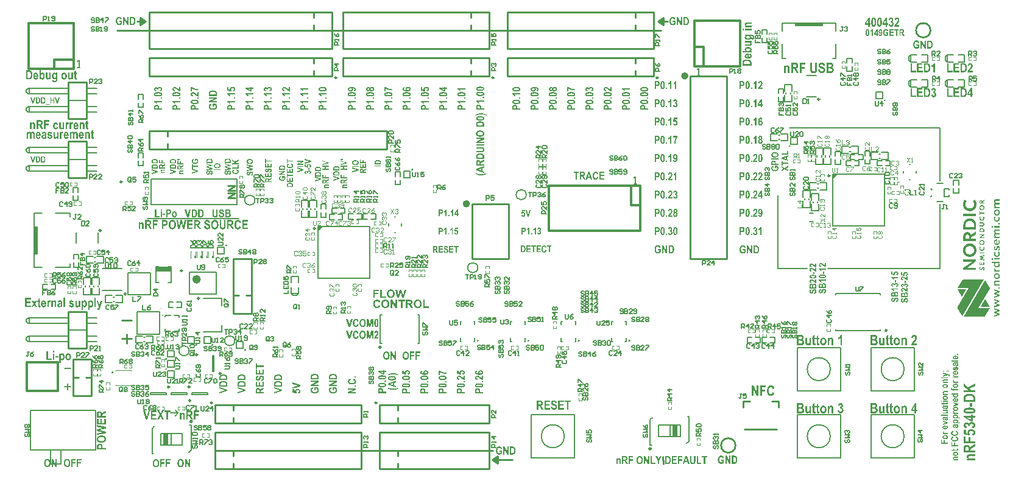
<source format=gto>
G04*
G04 #@! TF.GenerationSoftware,Altium Limited,Altium Designer,21.3.2 (30)*
G04*
G04 Layer_Color=65535*
%FSLAX24Y24*%
%MOIN*%
G70*
G04*
G04 #@! TF.SameCoordinates,6AA30765-9C08-4FBD-BEF0-21A24CA35A80*
G04*
G04*
G04 #@! TF.FilePolarity,Positive*
G04*
G01*
G75*
%ADD10C,0.0059*%
%ADD11C,0.0098*%
%ADD12C,0.0118*%
%ADD13C,0.0236*%
%ADD14C,0.0100*%
%ADD15C,0.0060*%
%ADD16C,0.0200*%
%ADD17C,0.0039*%
%ADD18C,0.0079*%
%ADD19C,0.0049*%
%ADD20C,0.0060*%
%ADD21C,0.0050*%
%ADD22C,0.0080*%
%ADD23C,0.0090*%
%ADD24R,0.0827X0.0315*%
%ADD25R,0.0252X0.0630*%
%ADD26R,0.0197X0.1575*%
%ADD27R,0.0049X0.0138*%
%ADD28R,0.0059X0.0138*%
%ADD29R,0.0059X0.0039*%
%ADD30R,0.1575X0.0197*%
%ADD31R,0.0049X0.0138*%
%ADD32R,0.0059X0.0138*%
G36*
X44322Y15901D02*
Y16098D01*
X44519Y16098D01*
X44322Y15901D01*
D02*
G37*
G36*
X52590Y14657D02*
X52487Y14586D01*
Y14569D01*
X52590D01*
Y14521D01*
X52330D01*
Y14617D01*
X52331Y14626D01*
X52331Y14631D01*
X52332Y14638D01*
X52335Y14649D01*
X52338Y14657D01*
X52342Y14664D01*
X52347Y14673D01*
X52351Y14677D01*
X52359Y14685D01*
X52365Y14689D01*
X52371Y14692D01*
X52376Y14694D01*
X52381Y14697D01*
X52392Y14699D01*
X52397Y14700D01*
X52406Y14701D01*
X52411Y14701D01*
X52416Y14700D01*
X52422Y14700D01*
X52427Y14699D01*
X52433Y14697D01*
X52441Y14695D01*
X52446Y14693D01*
X52452Y14689D01*
X52461Y14683D01*
X52467Y14676D01*
X52472Y14670D01*
X52476Y14663D01*
X52480Y14653D01*
X52483Y14645D01*
X52484Y14640D01*
X52590Y14717D01*
Y14657D01*
D02*
G37*
G36*
X53435Y14669D02*
X53258D01*
X53253Y14669D01*
X53248Y14668D01*
X53242Y14668D01*
X53238Y14667D01*
X53232Y14666D01*
X53226Y14665D01*
X53222Y14663D01*
X53216Y14661D01*
X53212Y14659D01*
X53207Y14657D01*
X53204Y14654D01*
X53200Y14651D01*
X53196Y14647D01*
X53193Y14643D01*
X53191Y14640D01*
X53188Y14635D01*
X53186Y14631D01*
X53185Y14626D01*
X53184Y14621D01*
X53183Y14617D01*
X53182Y14611D01*
X53182Y14606D01*
X53182Y14598D01*
X53183Y14594D01*
X53184Y14590D01*
X53185Y14584D01*
X53187Y14578D01*
X53189Y14574D01*
X53192Y14569D01*
X53196Y14564D01*
X53199Y14560D01*
X53202Y14557D01*
X53205Y14555D01*
X53207Y14553D01*
X53211Y14551D01*
X53216Y14548D01*
X53220Y14546D01*
X53225Y14544D01*
X53229Y14543D01*
X53233Y14542D01*
X53240Y14540D01*
X53245Y14540D01*
X53252Y14539D01*
X53259Y14539D01*
X53435D01*
Y14467D01*
X53256Y14467D01*
X53252Y14467D01*
X53246Y14467D01*
X53241Y14466D01*
X53235Y14466D01*
X53228Y14464D01*
X53223Y14462D01*
X53218Y14461D01*
X53214Y14459D01*
X53211Y14457D01*
X53206Y14454D01*
X53202Y14451D01*
X53199Y14448D01*
X53196Y14445D01*
X53193Y14441D01*
X53190Y14437D01*
X53189Y14435D01*
X53187Y14430D01*
X53185Y14425D01*
X53184Y14419D01*
X53183Y14414D01*
X53182Y14409D01*
X53182Y14404D01*
X53182Y14399D01*
X53183Y14395D01*
X53184Y14390D01*
X53185Y14385D01*
X53186Y14381D01*
X53188Y14377D01*
X53190Y14372D01*
X53192Y14368D01*
X53195Y14364D01*
X53198Y14361D01*
X53200Y14359D01*
X53204Y14355D01*
X53208Y14352D01*
X53212Y14349D01*
X53218Y14346D01*
X53223Y14344D01*
X53227Y14342D01*
X53232Y14341D01*
X53236Y14340D01*
X53239Y14339D01*
X53243Y14339D01*
X53248Y14338D01*
X53253Y14338D01*
X53259Y14338D01*
X53435Y14338D01*
Y14266D01*
X53124D01*
Y14338D01*
X53171D01*
X53167Y14341D01*
X53162Y14344D01*
X53159Y14347D01*
X53154Y14351D01*
X53150Y14355D01*
X53145Y14360D01*
X53140Y14366D01*
X53137Y14370D01*
X53134Y14375D01*
X53131Y14379D01*
X53128Y14384D01*
X53126Y14388D01*
X53124Y14392D01*
X53123Y14397D01*
X53120Y14406D01*
X53119Y14412D01*
X53118Y14419D01*
X53117Y14427D01*
X53117Y14434D01*
X53117Y14441D01*
X53118Y14446D01*
X53119Y14452D01*
X53120Y14459D01*
X53122Y14466D01*
X53123Y14469D01*
X53125Y14475D01*
X53126Y14479D01*
X53130Y14487D01*
X53133Y14491D01*
X53138Y14498D01*
X53141Y14501D01*
X53146Y14507D01*
X53151Y14512D01*
X53157Y14517D01*
X53161Y14519D01*
X53168Y14524D01*
X53172Y14526D01*
X53169Y14528D01*
X53164Y14532D01*
X53159Y14537D01*
X53155Y14540D01*
X53151Y14544D01*
X53147Y14549D01*
X53143Y14554D01*
X53140Y14558D01*
X53136Y14564D01*
X53133Y14569D01*
X53131Y14572D01*
X53129Y14577D01*
X53127Y14581D01*
X53123Y14590D01*
X53122Y14593D01*
X53120Y14603D01*
X53119Y14607D01*
X53118Y14613D01*
X53118Y14617D01*
X53117Y14622D01*
X53117Y14630D01*
X53117Y14637D01*
X53118Y14643D01*
X53118Y14647D01*
X53119Y14652D01*
X53119Y14657D01*
X53120Y14662D01*
X53122Y14667D01*
X53123Y14672D01*
X53125Y14677D01*
X53127Y14682D01*
X53130Y14687D01*
X53132Y14691D01*
X53135Y14695D01*
X53137Y14699D01*
X53142Y14705D01*
X53145Y14708D01*
X53149Y14712D01*
X53152Y14714D01*
X53155Y14717D01*
X53160Y14720D01*
X53163Y14722D01*
X53166Y14724D01*
X53174Y14728D01*
X53179Y14730D01*
X53187Y14733D01*
X53194Y14735D01*
X53199Y14736D01*
X53205Y14738D01*
X53212Y14739D01*
X53219Y14739D01*
X53227Y14740D01*
X53236Y14740D01*
X53435D01*
Y14669D01*
D02*
G37*
G36*
X52098Y14707D02*
X52109Y14688D01*
X52117Y14671D01*
X52126Y14653D01*
X52134Y14634D01*
X52140Y14616D01*
X52145Y14599D01*
X52147Y14590D01*
X52151Y14576D01*
X52154Y14561D01*
X52156Y14547D01*
X52158Y14533D01*
X52159Y14524D01*
X52160Y14512D01*
X52160Y14500D01*
X52161Y14481D01*
X52161Y14466D01*
X52160Y14451D01*
X52159Y14439D01*
X52158Y14428D01*
X52157Y14416D01*
X52155Y14405D01*
X52153Y14391D01*
X52151Y14380D01*
X52147Y14366D01*
X52144Y14354D01*
X52141Y14343D01*
X52137Y14331D01*
X52133Y14319D01*
X52127Y14307D01*
X52125Y14300D01*
X52118Y14287D01*
X52115Y14281D01*
X52102Y14258D01*
X52097Y14250D01*
X52091Y14242D01*
X52075Y14221D01*
X52063Y14207D01*
X52047Y14191D01*
X52034Y14179D01*
X52019Y14168D01*
X52007Y14159D01*
X51993Y14151D01*
X51982Y14144D01*
X51972Y14139D01*
X51954Y14130D01*
X51938Y14124D01*
X51925Y14119D01*
X51912Y14115D01*
X51900Y14112D01*
X51883Y14108D01*
X51866Y14104D01*
X51850Y14102D01*
X51835Y14100D01*
X51825Y14100D01*
X51810Y14099D01*
X51795Y14099D01*
X51780Y14099D01*
X51769Y14099D01*
X51756Y14100D01*
X51741Y14102D01*
X51731Y14103D01*
X51714Y14106D01*
X51704Y14108D01*
X51686Y14113D01*
X51668Y14118D01*
X51661Y14120D01*
X51647Y14125D01*
X51640Y14128D01*
X51632Y14132D01*
X51624Y14136D01*
X51615Y14140D01*
X51604Y14146D01*
X51592Y14154D01*
X51574Y14165D01*
X51555Y14180D01*
X51539Y14195D01*
X51525Y14210D01*
X51518Y14217D01*
X51508Y14229D01*
X51501Y14239D01*
X51495Y14248D01*
X51489Y14256D01*
X51484Y14264D01*
X51476Y14278D01*
X51472Y14285D01*
X51466Y14299D01*
X51460Y14311D01*
X51455Y14324D01*
X51451Y14336D01*
X51447Y14348D01*
X51444Y14360D01*
X51440Y14377D01*
X51436Y14394D01*
X51433Y14411D01*
X51431Y14428D01*
X51430Y14445D01*
X51429Y14457D01*
X51429Y14473D01*
X51429Y14485D01*
X51430Y14504D01*
X51431Y14520D01*
X51432Y14537D01*
X51434Y14552D01*
X51437Y14568D01*
X51442Y14588D01*
X51447Y14608D01*
X51455Y14631D01*
X51462Y14649D01*
X51470Y14666D01*
X51473Y14673D01*
X51479Y14685D01*
X51486Y14698D01*
X51493Y14708D01*
X51500Y14719D01*
X51506Y14728D01*
X51618Y14654D01*
X51617Y14652D01*
X51607Y14637D01*
X51601Y14626D01*
X51594Y14613D01*
X51586Y14598D01*
X51580Y14584D01*
X51576Y14572D01*
X51571Y14557D01*
X51568Y14544D01*
X51566Y14533D01*
X51564Y14522D01*
X51562Y14509D01*
X51561Y14496D01*
X51560Y14487D01*
X51560Y14480D01*
X51560Y14473D01*
X51561Y14461D01*
X51561Y14453D01*
X51562Y14445D01*
X51563Y14433D01*
X51565Y14426D01*
X51566Y14418D01*
X51569Y14405D01*
X51573Y14393D01*
X51576Y14384D01*
X51579Y14376D01*
X51585Y14362D01*
X51590Y14352D01*
X51597Y14341D01*
X51605Y14329D01*
X51611Y14321D01*
X51620Y14311D01*
X51627Y14304D01*
X51637Y14294D01*
X51650Y14283D01*
X51661Y14276D01*
X51676Y14267D01*
X51687Y14262D01*
X51697Y14257D01*
X51710Y14253D01*
X51718Y14250D01*
X51729Y14247D01*
X51740Y14244D01*
X51753Y14242D01*
X51766Y14240D01*
X51780Y14239D01*
X51798Y14239D01*
X51816Y14240D01*
X51833Y14241D01*
X51849Y14244D01*
X51863Y14247D01*
X51879Y14252D01*
X51892Y14257D01*
X51907Y14264D01*
X51919Y14270D01*
X51936Y14281D01*
X51952Y14294D01*
X51963Y14303D01*
X51972Y14313D01*
X51980Y14324D01*
X51986Y14331D01*
X51990Y14337D01*
X51994Y14343D01*
X52000Y14354D01*
X52005Y14364D01*
X52011Y14378D01*
X52016Y14391D01*
X52020Y14404D01*
X52023Y14416D01*
X52026Y14432D01*
X52028Y14452D01*
X52029Y14472D01*
X52029Y14484D01*
X52028Y14503D01*
X52026Y14519D01*
X52024Y14533D01*
X52021Y14546D01*
X52017Y14561D01*
X52015Y14569D01*
X52010Y14582D01*
X52006Y14592D01*
X51997Y14612D01*
X51986Y14631D01*
X51978Y14645D01*
X51971Y14654D01*
X52084Y14728D01*
X52098Y14707D01*
D02*
G37*
G36*
X52478Y14423D02*
X52490Y14421D01*
X52496Y14420D01*
X52504Y14417D01*
X52511Y14415D01*
X52518Y14412D01*
X52526Y14408D01*
X52532Y14405D01*
X52539Y14401D01*
X52544Y14397D01*
X52550Y14392D01*
X52556Y14387D01*
X52562Y14380D01*
X52570Y14371D01*
X52574Y14365D01*
X52577Y14360D01*
X52581Y14351D01*
X52585Y14344D01*
X52588Y14336D01*
X52590Y14329D01*
X52592Y14323D01*
X52593Y14313D01*
X52594Y14307D01*
X52595Y14298D01*
X52596Y14293D01*
X52595Y14279D01*
X52595Y14274D01*
X52594Y14268D01*
X52593Y14259D01*
X52591Y14250D01*
X52589Y14244D01*
X52585Y14233D01*
X52582Y14226D01*
X52578Y14217D01*
X52575Y14212D01*
X52571Y14207D01*
X52567Y14201D01*
X52562Y14195D01*
X52557Y14189D01*
X52552Y14185D01*
X52545Y14179D01*
X52538Y14174D01*
X52532Y14171D01*
X52522Y14165D01*
X52515Y14162D01*
X52508Y14160D01*
X52502Y14158D01*
X52494Y14155D01*
X52486Y14154D01*
X52479Y14153D01*
X52461Y14152D01*
X52456Y14152D01*
X52447Y14152D01*
X52435Y14154D01*
X52425Y14156D01*
X52417Y14158D01*
X52411Y14160D01*
X52400Y14164D01*
X52391Y14169D01*
X52386Y14172D01*
X52379Y14176D01*
X52372Y14182D01*
X52363Y14190D01*
X52358Y14196D01*
X52354Y14200D01*
X52350Y14205D01*
X52346Y14211D01*
X52343Y14216D01*
X52341Y14220D01*
X52335Y14232D01*
X52332Y14239D01*
X52329Y14250D01*
X52328Y14256D01*
X52327Y14262D01*
X52326Y14271D01*
X52325Y14276D01*
X52325Y14285D01*
Y14291D01*
X52325Y14296D01*
X52326Y14305D01*
X52326Y14311D01*
X52327Y14317D01*
X52329Y14323D01*
X52331Y14330D01*
X52333Y14337D01*
X52337Y14348D01*
X52341Y14356D01*
X52344Y14361D01*
X52347Y14366D01*
X52351Y14371D01*
X52356Y14378D01*
X52360Y14382D01*
X52364Y14387D01*
X52373Y14395D01*
X52378Y14398D01*
X52383Y14402D01*
X52388Y14405D01*
X52394Y14408D01*
X52402Y14412D01*
X52410Y14415D01*
X52416Y14417D01*
X52422Y14419D01*
X52427Y14420D01*
X52433Y14421D01*
X52442Y14423D01*
X52452Y14424D01*
X52463Y14424D01*
X52478Y14423D01*
D02*
G37*
G36*
X52375Y14008D02*
X52590Y14008D01*
X52590Y13961D01*
X52375D01*
X52375Y13890D01*
X52330D01*
Y14079D01*
X52375D01*
Y14008D01*
D02*
G37*
G36*
X53284Y14185D02*
X53293Y14184D01*
X53299Y14184D01*
X53305Y14183D01*
X53314Y14181D01*
X53320Y14180D01*
X53326Y14178D01*
X53333Y14176D01*
X53339Y14174D01*
X53346Y14171D01*
X53353Y14167D01*
X53360Y14164D01*
X53367Y14159D01*
X53373Y14155D01*
X53382Y14149D01*
X53387Y14145D01*
X53392Y14140D01*
X53397Y14135D01*
X53401Y14131D01*
X53409Y14121D01*
X53412Y14116D01*
X53416Y14111D01*
X53419Y14105D01*
X53424Y14097D01*
X53426Y14092D01*
X53430Y14083D01*
X53433Y14075D01*
X53435Y14070D01*
X53437Y14063D01*
X53438Y14056D01*
X53439Y14051D01*
X53440Y14045D01*
X53442Y14035D01*
X53442Y14026D01*
X53442Y14018D01*
X53442Y14010D01*
X53442Y14001D01*
X53441Y13992D01*
X53440Y13986D01*
X53439Y13981D01*
X53437Y13975D01*
X53436Y13968D01*
X53433Y13961D01*
X53430Y13953D01*
X53427Y13946D01*
X53423Y13938D01*
X53419Y13931D01*
X53414Y13922D01*
X53409Y13916D01*
X53404Y13909D01*
X53398Y13902D01*
X53394Y13898D01*
X53389Y13893D01*
X53380Y13886D01*
X53372Y13880D01*
X53365Y13876D01*
X53360Y13872D01*
X53352Y13869D01*
X53346Y13866D01*
X53339Y13863D01*
X53329Y13859D01*
X53321Y13857D01*
X53309Y13855D01*
X53299Y13853D01*
X53291Y13853D01*
X53280Y13852D01*
Y13924D01*
X53289Y13924D01*
X53296Y13925D01*
X53306Y13927D01*
X53315Y13930D01*
X53320Y13931D01*
X53327Y13934D01*
X53335Y13939D01*
X53342Y13943D01*
X53349Y13949D01*
X53354Y13954D01*
X53357Y13958D01*
X53361Y13962D01*
X53366Y13969D01*
X53369Y13974D01*
X53372Y13981D01*
X53375Y13987D01*
X53377Y13995D01*
X53378Y14002D01*
X53379Y14008D01*
X53380Y14015D01*
X53380Y14022D01*
X53379Y14029D01*
X53379Y14035D01*
X53377Y14042D01*
X53376Y14048D01*
X53374Y14053D01*
X53372Y14059D01*
X53368Y14066D01*
X53365Y14072D01*
X53360Y14078D01*
X53356Y14083D01*
X53351Y14088D01*
X53345Y14093D01*
X53340Y14096D01*
X53335Y14099D01*
X53330Y14102D01*
X53325Y14104D01*
X53321Y14106D01*
X53316Y14108D01*
X53311Y14109D01*
X53306Y14111D01*
X53301Y14112D01*
X53295Y14112D01*
X53289Y14113D01*
X53284Y14113D01*
X53276Y14113D01*
X53268Y14113D01*
X53260Y14111D01*
X53252Y14110D01*
X53244Y14107D01*
X53236Y14104D01*
X53229Y14101D01*
X53222Y14096D01*
X53215Y14091D01*
X53208Y14086D01*
X53205Y14082D01*
X53201Y14078D01*
X53196Y14072D01*
X53191Y14063D01*
X53189Y14058D01*
X53185Y14050D01*
X53183Y14042D01*
X53181Y14036D01*
X53181Y14031D01*
X53180Y14024D01*
X53180Y14016D01*
X53180Y14011D01*
X53181Y14004D01*
X53182Y13996D01*
X53184Y13990D01*
X53185Y13985D01*
X53188Y13978D01*
X53191Y13973D01*
X53195Y13965D01*
X53200Y13958D01*
X53206Y13952D01*
X53212Y13947D01*
X53216Y13943D01*
X53221Y13940D01*
X53228Y13936D01*
X53232Y13934D01*
X53241Y13930D01*
X53251Y13927D01*
X53260Y13925D01*
X53268Y13924D01*
X53274Y13924D01*
X53280Y13924D01*
X53280Y13852D01*
X53268Y13853D01*
X53261Y13853D01*
X53251Y13855D01*
X53239Y13857D01*
X53231Y13860D01*
X53225Y13862D01*
X53218Y13864D01*
X53209Y13868D01*
X53202Y13872D01*
X53196Y13876D01*
X53188Y13880D01*
X53181Y13885D01*
X53175Y13891D01*
X53169Y13896D01*
X53165Y13900D01*
X53161Y13904D01*
X53157Y13908D01*
X53150Y13917D01*
X53147Y13922D01*
X53142Y13929D01*
X53139Y13934D01*
X53135Y13942D01*
X53132Y13948D01*
X53129Y13954D01*
X53127Y13959D01*
X53125Y13968D01*
X53122Y13975D01*
X53121Y13982D01*
X53120Y13988D01*
X53119Y13993D01*
X53118Y13998D01*
X53117Y14007D01*
X53117Y14016D01*
X53117Y14023D01*
X53118Y14035D01*
X53119Y14043D01*
X53120Y14053D01*
X53121Y14058D01*
X53123Y14064D01*
X53124Y14070D01*
X53128Y14081D01*
X53131Y14087D01*
X53135Y14097D01*
X53139Y14103D01*
X53141Y14108D01*
X53145Y14113D01*
X53149Y14119D01*
X53153Y14124D01*
X53157Y14129D01*
X53161Y14133D01*
X53165Y14138D01*
X53170Y14143D01*
X53175Y14147D01*
X53179Y14150D01*
X53184Y14155D01*
X53189Y14158D01*
X53194Y14161D01*
X53198Y14164D01*
X53207Y14168D01*
X53211Y14170D01*
X53216Y14172D01*
X53222Y14175D01*
X53227Y14176D01*
X53234Y14178D01*
X53239Y14180D01*
X53249Y14182D01*
X53254Y14183D01*
X53263Y14184D01*
X53270Y14184D01*
X53276Y14185D01*
X53284Y14185D01*
D02*
G37*
G36*
X52146Y13831D02*
X51444D01*
Y13960D01*
X52146D01*
Y13831D01*
D02*
G37*
G36*
X52570Y13809D02*
X52573Y13803D01*
X52578Y13794D01*
X52583Y13785D01*
X52587Y13775D01*
X52590Y13764D01*
X52591Y13761D01*
X52592Y13755D01*
X52593Y13749D01*
X52594Y13741D01*
X52595Y13732D01*
X52596Y13725D01*
X52596Y13717D01*
X52596Y13711D01*
X52595Y13705D01*
X52594Y13696D01*
X52593Y13688D01*
X52592Y13682D01*
X52590Y13674D01*
X52588Y13669D01*
X52586Y13663D01*
X52583Y13656D01*
X52580Y13649D01*
X52576Y13641D01*
X52570Y13632D01*
X52564Y13624D01*
X52559Y13619D01*
X52551Y13610D01*
X52543Y13604D01*
X52534Y13599D01*
X52530Y13596D01*
X52526Y13594D01*
X52522Y13592D01*
X52516Y13590D01*
X52509Y13587D01*
X52499Y13584D01*
X52491Y13582D01*
X52483Y13581D01*
X52477Y13580D01*
X52469Y13579D01*
X52464Y13579D01*
X52458Y13579D01*
X52453Y13579D01*
X52450Y13579D01*
X52442Y13580D01*
X52437Y13581D01*
X52430Y13582D01*
X52424Y13583D01*
X52413Y13586D01*
X52408Y13588D01*
X52403Y13590D01*
X52397Y13593D01*
X52390Y13597D01*
X52385Y13599D01*
X52379Y13604D01*
X52365Y13615D01*
X52358Y13623D01*
X52354Y13627D01*
X52351Y13631D01*
X52347Y13637D01*
X52344Y13643D01*
X52341Y13648D01*
X52338Y13653D01*
X52336Y13658D01*
X52334Y13664D01*
X52332Y13669D01*
X52331Y13674D01*
X52330Y13679D01*
X52328Y13684D01*
X52327Y13691D01*
X52326Y13699D01*
X52325Y13707D01*
X52325Y13719D01*
X52325Y13728D01*
X52325Y13735D01*
X52327Y13745D01*
X52328Y13755D01*
X52332Y13768D01*
X52335Y13778D01*
X52340Y13789D01*
X52341Y13792D01*
X52345Y13799D01*
X52348Y13805D01*
X52353Y13812D01*
X52395Y13785D01*
X52394Y13783D01*
X52391Y13779D01*
X52388Y13774D01*
X52386Y13770D01*
X52384Y13766D01*
X52382Y13761D01*
X52379Y13753D01*
X52377Y13746D01*
X52374Y13735D01*
X52374Y13724D01*
X52373Y13721D01*
X52373Y13715D01*
X52374Y13707D01*
X52375Y13702D01*
X52376Y13696D01*
X52378Y13690D01*
X52380Y13683D01*
X52383Y13677D01*
X52387Y13669D01*
X52390Y13665D01*
X52395Y13658D01*
X52403Y13651D01*
X52411Y13645D01*
X52418Y13640D01*
X52422Y13639D01*
X52427Y13637D01*
X52435Y13634D01*
X52440Y13633D01*
X52446Y13632D01*
X52451Y13631D01*
X52457Y13631D01*
X52463Y13631D01*
X52468Y13631D01*
X52475Y13632D01*
X52482Y13633D01*
X52490Y13635D01*
X52498Y13638D01*
X52504Y13641D01*
X52512Y13646D01*
X52521Y13653D01*
X52529Y13663D01*
X52534Y13670D01*
X52535Y13672D01*
X52538Y13678D01*
X52540Y13683D01*
X52542Y13687D01*
X52544Y13695D01*
X52545Y13700D01*
X52546Y13707D01*
X52547Y13713D01*
X52547Y13722D01*
X52547Y13728D01*
X52546Y13735D01*
X52543Y13747D01*
X52542Y13751D01*
X52541Y13754D01*
X52539Y13760D01*
X52537Y13765D01*
X52535Y13770D01*
X52531Y13776D01*
X52529Y13780D01*
X52526Y13785D01*
X52567Y13812D01*
X52570Y13809D01*
D02*
G37*
G36*
X53387Y13802D02*
X53391Y13798D01*
X53395Y13794D01*
X53400Y13789D01*
X53404Y13784D01*
X53408Y13779D01*
X53413Y13773D01*
X53416Y13768D01*
X53419Y13764D01*
X53422Y13758D01*
X53426Y13752D01*
X53428Y13748D01*
X53431Y13742D01*
X53433Y13736D01*
X53435Y13730D01*
X53436Y13724D01*
X53437Y13721D01*
X53439Y13713D01*
X53440Y13708D01*
X53441Y13701D01*
X53442Y13696D01*
X53442Y13688D01*
X53442Y13684D01*
X53442Y13679D01*
X53442Y13672D01*
X53442Y13668D01*
X53442Y13660D01*
X53441Y13655D01*
X53440Y13650D01*
X53440Y13645D01*
X53438Y13639D01*
X53437Y13632D01*
X53434Y13624D01*
X53430Y13614D01*
X53426Y13603D01*
X53422Y13597D01*
X53418Y13589D01*
X53414Y13583D01*
X53408Y13576D01*
X53403Y13569D01*
X53397Y13563D01*
X53392Y13558D01*
X53386Y13553D01*
X53379Y13548D01*
X53373Y13543D01*
X53367Y13539D01*
X53360Y13535D01*
X53353Y13531D01*
X53345Y13528D01*
X53336Y13524D01*
X53328Y13522D01*
X53323Y13520D01*
X53312Y13518D01*
X53302Y13516D01*
X53294Y13516D01*
X53287Y13515D01*
X53280Y13515D01*
X53271Y13515D01*
X53261Y13516D01*
X53255Y13517D01*
X53248Y13518D01*
X53239Y13520D01*
X53232Y13522D01*
X53226Y13524D01*
X53220Y13526D01*
X53213Y13529D01*
X53204Y13533D01*
X53199Y13536D01*
X53193Y13540D01*
X53186Y13544D01*
X53180Y13549D01*
X53174Y13553D01*
X53168Y13559D01*
X53162Y13564D01*
X53156Y13571D01*
X53151Y13577D01*
X53147Y13583D01*
X53142Y13590D01*
X53138Y13597D01*
X53134Y13604D01*
X53131Y13610D01*
X53129Y13615D01*
X53126Y13623D01*
X53123Y13633D01*
X53121Y13640D01*
X53120Y13646D01*
X53118Y13657D01*
X53118Y13666D01*
X53117Y13670D01*
X53117Y13679D01*
X53117Y13688D01*
X53118Y13695D01*
X53119Y13703D01*
X53120Y13714D01*
X53121Y13718D01*
X53123Y13725D01*
X53126Y13735D01*
X53129Y13744D01*
X53133Y13753D01*
X53138Y13762D01*
X53140Y13765D01*
X53141Y13767D01*
X53143Y13771D01*
X53145Y13773D01*
X53147Y13776D01*
X53150Y13779D01*
X53153Y13783D01*
X53154Y13785D01*
X53157Y13788D01*
X53160Y13792D01*
X53166Y13797D01*
X53171Y13802D01*
X53219Y13757D01*
X53216Y13755D01*
X53214Y13752D01*
X53211Y13750D01*
X53209Y13747D01*
X53206Y13745D01*
X53203Y13740D01*
X53200Y13737D01*
X53196Y13732D01*
X53194Y13728D01*
X53191Y13723D01*
X53189Y13720D01*
X53188Y13717D01*
X53186Y13712D01*
X53184Y13707D01*
X53183Y13702D01*
X53182Y13700D01*
X53181Y13694D01*
X53180Y13688D01*
X53180Y13682D01*
X53180Y13677D01*
X53180Y13672D01*
X53180Y13667D01*
X53181Y13663D01*
X53182Y13659D01*
X53183Y13654D01*
X53184Y13650D01*
X53186Y13644D01*
X53189Y13639D01*
X53191Y13634D01*
X53193Y13630D01*
X53198Y13624D01*
X53200Y13622D01*
X53204Y13617D01*
X53208Y13613D01*
X53213Y13609D01*
X53218Y13605D01*
X53220Y13604D01*
X53226Y13600D01*
X53232Y13597D01*
X53238Y13594D01*
X53242Y13593D01*
X53246Y13592D01*
X53250Y13591D01*
X53254Y13589D01*
X53258Y13589D01*
X53262Y13588D01*
X53267Y13587D01*
X53271Y13587D01*
X53275Y13587D01*
X53280Y13587D01*
X53286Y13587D01*
X53291Y13587D01*
X53297Y13588D01*
X53302Y13589D01*
X53307Y13590D01*
X53313Y13591D01*
X53318Y13593D01*
X53323Y13595D01*
X53329Y13598D01*
X53334Y13600D01*
X53339Y13603D01*
X53341Y13605D01*
X53344Y13607D01*
X53346Y13609D01*
X53349Y13611D01*
X53352Y13613D01*
X53354Y13616D01*
X53358Y13620D01*
X53361Y13624D01*
X53364Y13628D01*
X53366Y13631D01*
X53370Y13637D01*
X53372Y13641D01*
X53374Y13647D01*
X53376Y13652D01*
X53377Y13655D01*
X53378Y13661D01*
X53379Y13666D01*
X53379Y13670D01*
X53380Y13675D01*
X53380Y13679D01*
X53380Y13685D01*
X53379Y13690D01*
X53379Y13695D01*
X53378Y13699D01*
X53377Y13702D01*
X53376Y13708D01*
X53374Y13715D01*
X53372Y13718D01*
X53370Y13724D01*
X53367Y13729D01*
X53364Y13734D01*
X53361Y13739D01*
X53358Y13742D01*
X53354Y13747D01*
X53351Y13750D01*
X53348Y13754D01*
X53344Y13759D01*
X53341Y13761D01*
X53384Y13804D01*
X53387Y13802D01*
D02*
G37*
G36*
X53435Y13372D02*
X53354D01*
Y13450D01*
X53435D01*
Y13372D01*
D02*
G37*
G36*
X52494Y13480D02*
X52501Y13480D01*
X52507Y13479D01*
X52516Y13478D01*
X52524Y13476D01*
X52530Y13474D01*
X52537Y13472D01*
X52544Y13468D01*
X52552Y13464D01*
X52558Y13460D01*
X52564Y13454D01*
X52574Y13443D01*
X52578Y13439D01*
X52581Y13433D01*
X52584Y13428D01*
X52586Y13424D01*
X52589Y13416D01*
X52591Y13408D01*
X52593Y13402D01*
X52594Y13395D01*
X52595Y13388D01*
X52595Y13381D01*
X52595Y13374D01*
X52595Y13364D01*
X52595Y13358D01*
X52594Y13350D01*
X52592Y13344D01*
X52591Y13338D01*
X52589Y13331D01*
X52586Y13324D01*
X52582Y13316D01*
X52579Y13310D01*
X52571Y13300D01*
X52560Y13289D01*
X52551Y13283D01*
X52547Y13280D01*
X52541Y13277D01*
X52535Y13275D01*
X52527Y13272D01*
X52520Y13270D01*
X52510Y13268D01*
X52502Y13267D01*
X52495Y13267D01*
X52488Y13266D01*
X52330D01*
X52330Y13316D01*
X52485D01*
X52486Y13316D01*
X52495Y13317D01*
X52503Y13318D01*
X52510Y13320D01*
X52516Y13323D01*
X52522Y13326D01*
X52527Y13330D01*
X52531Y13334D01*
X52538Y13342D01*
X52541Y13348D01*
X52543Y13354D01*
X52545Y13362D01*
X52546Y13367D01*
X52546Y13372D01*
X52546Y13379D01*
X52546Y13384D01*
X52544Y13391D01*
X52542Y13397D01*
X52539Y13403D01*
X52536Y13407D01*
X52529Y13416D01*
X52523Y13420D01*
X52517Y13423D01*
X52510Y13426D01*
X52504Y13428D01*
X52498Y13429D01*
X52490Y13430D01*
X52485Y13430D01*
X52330D01*
Y13480D01*
X52488D01*
X52494Y13480D01*
D02*
G37*
G36*
X53435Y13203D02*
X53124D01*
Y13274D01*
X53435D01*
X53435Y13203D01*
D02*
G37*
G36*
X53076Y13200D02*
X53008D01*
Y13277D01*
X53076D01*
Y13200D01*
D02*
G37*
G36*
X51811Y13694D02*
X51823Y13694D01*
X51832Y13693D01*
X51845Y13692D01*
X51858Y13690D01*
X51871Y13688D01*
X51885Y13685D01*
X51890Y13684D01*
X51899Y13682D01*
X51909Y13679D01*
X51925Y13674D01*
X51936Y13670D01*
X51949Y13665D01*
X51962Y13658D01*
X51970Y13654D01*
X51988Y13644D01*
X52001Y13636D01*
X52014Y13626D01*
X52027Y13616D01*
X52040Y13605D01*
X52054Y13590D01*
X52061Y13582D01*
X52075Y13564D01*
X52085Y13550D01*
X52093Y13536D01*
X52100Y13525D01*
X52106Y13513D01*
X52111Y13502D01*
X52116Y13491D01*
X52120Y13481D01*
X52124Y13470D01*
X52129Y13455D01*
X52133Y13440D01*
X52136Y13425D01*
X52138Y13414D01*
X52140Y13404D01*
X52144Y13370D01*
X52146Y13345D01*
X52146Y13330D01*
Y13105D01*
X51444D01*
X51444Y13340D01*
X51445Y13355D01*
X51446Y13370D01*
X51447Y13385D01*
X51449Y13399D01*
X51452Y13419D01*
X51456Y13434D01*
X51458Y13444D01*
X51460Y13449D01*
X51462Y13459D01*
X51466Y13469D01*
X51469Y13480D01*
X51473Y13490D01*
X51478Y13500D01*
X51486Y13517D01*
X51492Y13528D01*
X51495Y13534D01*
X51499Y13541D01*
X51507Y13554D01*
X51512Y13561D01*
X51518Y13568D01*
X51525Y13577D01*
X51533Y13587D01*
X51547Y13602D01*
X51559Y13613D01*
X51571Y13622D01*
X51584Y13632D01*
X51596Y13640D01*
X51607Y13647D01*
X51624Y13657D01*
X51639Y13664D01*
X51651Y13669D01*
X51663Y13673D01*
X51679Y13679D01*
X51689Y13681D01*
X51704Y13685D01*
X51718Y13688D01*
X51731Y13690D01*
X51744Y13692D01*
X51753Y13693D01*
X51766Y13694D01*
X51775Y13694D01*
X51786Y13695D01*
X51799Y13695D01*
X51811Y13694D01*
D02*
G37*
G36*
X16172Y13011D02*
Y13208D01*
X16369Y13208D01*
X16172Y13011D01*
D02*
G37*
G36*
X52465Y13167D02*
X52472Y13167D01*
X52479Y13166D01*
X52487Y13165D01*
X52492Y13164D01*
X52503Y13162D01*
X52513Y13158D01*
X52520Y13155D01*
X52525Y13153D01*
X52532Y13149D01*
X52537Y13146D01*
X52549Y13136D01*
X52559Y13126D01*
X52568Y13114D01*
X52575Y13100D01*
X52580Y13090D01*
X52584Y13079D01*
X52586Y13069D01*
X52588Y13061D01*
X52589Y13056D01*
X52590Y13045D01*
X52590Y13032D01*
Y12949D01*
X52330D01*
Y13032D01*
X52331Y13040D01*
X52331Y13047D01*
X52332Y13056D01*
X52333Y13062D01*
X52334Y13067D01*
X52335Y13074D01*
X52337Y13080D01*
X52339Y13086D01*
X52341Y13090D01*
X52345Y13100D01*
X52348Y13106D01*
X52351Y13110D01*
X52356Y13118D01*
X52360Y13124D01*
X52364Y13128D01*
X52369Y13133D01*
X52378Y13142D01*
X52387Y13147D01*
X52397Y13153D01*
X52402Y13156D01*
X52409Y13159D01*
X52415Y13161D01*
X52421Y13163D01*
X52428Y13164D01*
X52433Y13165D01*
X52443Y13167D01*
X52450Y13167D01*
X52459Y13167D01*
X52465Y13167D01*
D02*
G37*
G36*
X52146Y12833D02*
X51866Y12643D01*
Y12595D01*
X52146D01*
Y12466D01*
X51444D01*
Y12725D01*
X51444Y12735D01*
X51445Y12747D01*
X51446Y12759D01*
X51448Y12775D01*
X51450Y12785D01*
X51453Y12798D01*
X51455Y12806D01*
X51459Y12820D01*
X51465Y12834D01*
X51471Y12846D01*
X51477Y12856D01*
X51481Y12863D01*
X51487Y12871D01*
X51494Y12881D01*
X51499Y12886D01*
X51507Y12895D01*
X51516Y12903D01*
X51524Y12909D01*
X51537Y12919D01*
X51550Y12926D01*
X51559Y12931D01*
X51568Y12935D01*
X51575Y12938D01*
X51582Y12940D01*
X51589Y12942D01*
X51599Y12945D01*
X51608Y12947D01*
X51617Y12949D01*
X51622Y12949D01*
X51634Y12951D01*
X51643Y12951D01*
X51650Y12952D01*
X51660Y12952D01*
X51668Y12951D01*
X51682Y12950D01*
X51694Y12949D01*
X51706Y12947D01*
X51715Y12945D01*
X51721Y12943D01*
X51728Y12941D01*
X51735Y12938D01*
X51747Y12934D01*
X51756Y12930D01*
X51766Y12924D01*
X51772Y12920D01*
X51781Y12915D01*
X51790Y12907D01*
X51800Y12900D01*
X51805Y12894D01*
X51814Y12884D01*
X51822Y12874D01*
X51829Y12865D01*
X51835Y12854D01*
X51839Y12848D01*
X51844Y12838D01*
X51847Y12829D01*
X51852Y12818D01*
X51854Y12810D01*
X51856Y12802D01*
X51858Y12794D01*
X51860Y12787D01*
X52146Y12995D01*
Y12833D01*
D02*
G37*
G36*
X53435Y13032D02*
X53258Y13032D01*
X53253Y13032D01*
X53248Y13031D01*
X53242Y13031D01*
X53238Y13030D01*
X53232Y13029D01*
X53226Y13028D01*
X53222Y13026D01*
X53216Y13024D01*
X53212Y13022D01*
X53207Y13020D01*
X53204Y13017D01*
X53200Y13014D01*
X53196Y13010D01*
X53193Y13006D01*
X53191Y13003D01*
X53188Y12998D01*
X53186Y12994D01*
X53185Y12989D01*
X53184Y12984D01*
X53183Y12980D01*
X53182Y12974D01*
X53182Y12969D01*
X53182Y12961D01*
X53183Y12957D01*
X53184Y12953D01*
X53185Y12947D01*
X53187Y12941D01*
X53189Y12937D01*
X53192Y12932D01*
X53196Y12927D01*
X53199Y12923D01*
X53202Y12920D01*
X53205Y12918D01*
X53207Y12916D01*
X53211Y12914D01*
X53216Y12911D01*
X53220Y12909D01*
X53225Y12907D01*
X53229Y12906D01*
X53233Y12905D01*
X53240Y12903D01*
X53245Y12903D01*
X53252Y12902D01*
X53259Y12902D01*
X53435D01*
Y12830D01*
X53256Y12830D01*
X53252Y12830D01*
X53246Y12830D01*
X53241Y12829D01*
X53235Y12828D01*
X53228Y12827D01*
X53223Y12825D01*
X53218Y12823D01*
X53214Y12822D01*
X53211Y12820D01*
X53206Y12817D01*
X53202Y12814D01*
X53199Y12811D01*
X53196Y12808D01*
X53193Y12804D01*
X53190Y12800D01*
X53189Y12797D01*
X53187Y12793D01*
X53185Y12788D01*
X53184Y12782D01*
X53183Y12777D01*
X53182Y12772D01*
X53182Y12767D01*
X53182Y12762D01*
X53183Y12757D01*
X53184Y12752D01*
X53185Y12748D01*
X53186Y12744D01*
X53188Y12739D01*
X53190Y12735D01*
X53192Y12731D01*
X53195Y12727D01*
X53198Y12723D01*
X53200Y12722D01*
X53204Y12718D01*
X53208Y12715D01*
X53212Y12712D01*
X53218Y12709D01*
X53223Y12707D01*
X53227Y12705D01*
X53232Y12704D01*
X53236Y12703D01*
X53239Y12702D01*
X53243Y12702D01*
X53248Y12701D01*
X53253Y12701D01*
X53259Y12701D01*
X53435D01*
Y12629D01*
X53124D01*
X53124Y12701D01*
X53171D01*
X53167Y12703D01*
X53162Y12707D01*
X53159Y12710D01*
X53154Y12714D01*
X53150Y12718D01*
X53145Y12723D01*
X53140Y12729D01*
X53137Y12733D01*
X53134Y12738D01*
X53131Y12742D01*
X53128Y12746D01*
X53126Y12751D01*
X53124Y12755D01*
X53123Y12760D01*
X53120Y12769D01*
X53119Y12775D01*
X53118Y12782D01*
X53117Y12789D01*
X53117Y12797D01*
X53117Y12804D01*
X53118Y12809D01*
X53119Y12815D01*
X53120Y12822D01*
X53122Y12829D01*
X53123Y12832D01*
X53125Y12838D01*
X53126Y12842D01*
X53130Y12850D01*
X53133Y12854D01*
X53138Y12861D01*
X53141Y12864D01*
X53146Y12870D01*
X53151Y12875D01*
X53157Y12880D01*
X53161Y12882D01*
X53168Y12886D01*
X53172Y12889D01*
X53169Y12891D01*
X53164Y12895D01*
X53159Y12900D01*
X53155Y12903D01*
X53151Y12907D01*
X53147Y12912D01*
X53143Y12917D01*
X53140Y12921D01*
X53136Y12927D01*
X53133Y12932D01*
X53131Y12935D01*
X53129Y12940D01*
X53127Y12944D01*
X53123Y12953D01*
X53122Y12956D01*
X53120Y12966D01*
X53119Y12970D01*
X53118Y12975D01*
X53118Y12980D01*
X53117Y12985D01*
X53117Y12993D01*
X53117Y13000D01*
X53118Y13006D01*
X53118Y13010D01*
X53119Y13015D01*
X53119Y13020D01*
X53120Y13024D01*
X53122Y13030D01*
X53123Y13035D01*
X53125Y13040D01*
X53127Y13045D01*
X53130Y13050D01*
X53132Y13054D01*
X53135Y13058D01*
X53137Y13061D01*
X53142Y13068D01*
X53145Y13071D01*
X53149Y13075D01*
X53152Y13077D01*
X53155Y13080D01*
X53160Y13083D01*
X53163Y13085D01*
X53166Y13087D01*
X53174Y13091D01*
X53179Y13093D01*
X53187Y13096D01*
X53194Y13098D01*
X53199Y13099D01*
X53205Y13101D01*
X53212Y13102D01*
X53219Y13102D01*
X53227Y13103D01*
X53236Y13103D01*
X53435D01*
Y13032D01*
D02*
G37*
G36*
X52591Y12788D02*
X52413Y12661D01*
X52591D01*
X52591Y12613D01*
X52331D01*
Y12658D01*
X52510Y12784D01*
X52331D01*
Y12832D01*
X52591D01*
Y12788D01*
D02*
G37*
G36*
X53292Y12548D02*
X53296Y12548D01*
X53301Y12547D01*
X53305Y12547D01*
Y12318D01*
X53307Y12318D01*
X53311Y12319D01*
X53313Y12320D01*
X53318Y12321D01*
X53321Y12322D01*
X53324Y12323D01*
X53329Y12324D01*
X53332Y12326D01*
X53336Y12327D01*
X53341Y12330D01*
X53345Y12333D01*
X53348Y12335D01*
X53352Y12337D01*
X53357Y12342D01*
X53360Y12345D01*
X53362Y12347D01*
X53365Y12350D01*
X53368Y12354D01*
X53371Y12359D01*
X53373Y12362D01*
X53375Y12366D01*
X53376Y12369D01*
X53378Y12372D01*
X53379Y12376D01*
X53380Y12379D01*
X53381Y12384D01*
X53382Y12388D01*
X53383Y12391D01*
X53383Y12396D01*
X53384Y12400D01*
X53384Y12402D01*
X53384Y12406D01*
X53384Y12410D01*
X53384Y12414D01*
X53384Y12418D01*
X53383Y12421D01*
X53383Y12425D01*
X53382Y12429D01*
X53382Y12433D01*
X53381Y12435D01*
X53380Y12440D01*
X53378Y12444D01*
X53377Y12448D01*
X53375Y12453D01*
X53373Y12457D01*
X53370Y12462D01*
X53368Y12465D01*
X53367Y12467D01*
X53366Y12470D01*
X53363Y12473D01*
X53361Y12476D01*
X53358Y12480D01*
X53355Y12483D01*
X53352Y12487D01*
X53349Y12490D01*
X53347Y12492D01*
X53384Y12534D01*
X53388Y12531D01*
X53391Y12528D01*
X53395Y12524D01*
X53399Y12520D01*
X53403Y12516D01*
X53406Y12513D01*
X53409Y12509D01*
X53412Y12504D01*
X53414Y12501D01*
X53417Y12498D01*
X53420Y12493D01*
X53421Y12491D01*
X53423Y12487D01*
X53426Y12483D01*
X53427Y12479D01*
X53430Y12474D01*
X53431Y12469D01*
X53433Y12465D01*
X53435Y12459D01*
X53436Y12454D01*
X53438Y12447D01*
X53439Y12443D01*
X53440Y12438D01*
X53441Y12431D01*
X53442Y12426D01*
X53442Y12421D01*
X53442Y12418D01*
X53442Y12413D01*
X53442Y12409D01*
X53442Y12403D01*
X53442Y12399D01*
X53442Y12396D01*
X53442Y12393D01*
X53442Y12389D01*
X53441Y12385D01*
X53441Y12382D01*
X53440Y12378D01*
X53439Y12374D01*
X53439Y12370D01*
X53438Y12366D01*
X53437Y12362D01*
X53436Y12357D01*
X53434Y12353D01*
X53433Y12349D01*
X53431Y12344D01*
X53429Y12339D01*
X53427Y12336D01*
X53425Y12331D01*
X53423Y12327D01*
X53422Y12324D01*
X53420Y12321D01*
X53417Y12316D01*
X53415Y12313D01*
X53412Y12309D01*
X53409Y12306D01*
X53407Y12303D01*
X53404Y12299D01*
X53402Y12297D01*
X53399Y12294D01*
X53396Y12291D01*
X53393Y12288D01*
X53390Y12286D01*
X53387Y12283D01*
X53384Y12280D01*
X53380Y12278D01*
X53378Y12276D01*
X53375Y12274D01*
X53371Y12272D01*
X53368Y12269D01*
X53362Y12266D01*
X53357Y12263D01*
X53352Y12261D01*
X53348Y12259D01*
X53343Y12258D01*
X53340Y12256D01*
X53336Y12255D01*
X53332Y12254D01*
X53329Y12253D01*
X53326Y12252D01*
X53322Y12251D01*
X53316Y12250D01*
X53307Y12248D01*
X53302Y12248D01*
X53296Y12247D01*
X53293Y12247D01*
X53291Y12247D01*
X53288Y12247D01*
X53283Y12247D01*
X53279Y12247D01*
X53274Y12247D01*
X53268Y12247D01*
X53262Y12247D01*
X53259Y12248D01*
X53256Y12248D01*
X53250Y12249D01*
X53244Y12250D01*
X53238Y12251D01*
X53232Y12253D01*
X53227Y12254D01*
X53221Y12256D01*
X53216Y12258D01*
X53210Y12260D01*
X53205Y12263D01*
X53200Y12265D01*
X53195Y12268D01*
X53190Y12270D01*
X53185Y12273D01*
X53181Y12277D01*
X53176Y12280D01*
X53171Y12284D01*
X53169Y12285D01*
X53167Y12287D01*
X53165Y12289D01*
X53162Y12292D01*
X53160Y12294D01*
X53158Y12296D01*
X53156Y12299D01*
X53153Y12302D01*
X53150Y12305D01*
X53147Y12308D01*
X53145Y12311D01*
X53143Y12314D01*
X53141Y12317D01*
X53139Y12321D01*
X53136Y12325D01*
X53135Y12328D01*
X53133Y12332D01*
X53131Y12335D01*
X53130Y12338D01*
X53128Y12342D01*
X53126Y12346D01*
X53125Y12350D01*
X53124Y12353D01*
X53123Y12357D01*
X53121Y12364D01*
X53120Y12369D01*
X53119Y12374D01*
X53118Y12378D01*
X53118Y12382D01*
X53118Y12386D01*
X53117Y12392D01*
X53117Y12398D01*
X53117Y12404D01*
X53117Y12408D01*
X53118Y12413D01*
X53118Y12418D01*
X53119Y12423D01*
X53120Y12429D01*
X53121Y12436D01*
X53122Y12440D01*
X53123Y12445D01*
X53125Y12449D01*
X53127Y12454D01*
X53128Y12457D01*
X53129Y12460D01*
X53131Y12464D01*
X53133Y12468D01*
X53134Y12471D01*
X53136Y12475D01*
X53140Y12480D01*
X53143Y12484D01*
X53145Y12488D01*
X53148Y12491D01*
X53150Y12494D01*
X53154Y12498D01*
X53157Y12501D01*
X53160Y12504D01*
X53162Y12506D01*
X53164Y12508D01*
X53169Y12512D01*
X53173Y12515D01*
X53177Y12518D01*
X53181Y12521D01*
X53185Y12523D01*
X53189Y12525D01*
X53194Y12528D01*
X53198Y12530D01*
X53202Y12532D01*
X53207Y12534D01*
X53211Y12535D01*
X53215Y12537D01*
X53219Y12538D01*
X53223Y12540D01*
X53227Y12541D01*
X53230Y12541D01*
X53234Y12543D01*
X53239Y12544D01*
X53244Y12545D01*
X53249Y12545D01*
X53254Y12546D01*
X53257Y12547D01*
X53262Y12547D01*
X53267Y12548D01*
X53271Y12548D01*
X53275Y12548D01*
X53278Y12548D01*
X53281Y12548D01*
X53287Y12548D01*
X53292Y12548D01*
D02*
G37*
G36*
X52479Y12513D02*
X52491Y12511D01*
X52497Y12510D01*
X52505Y12507D01*
X52512Y12505D01*
X52519Y12502D01*
X52527Y12498D01*
X52533Y12495D01*
X52539Y12491D01*
X52545Y12487D01*
X52551Y12482D01*
X52557Y12477D01*
X52563Y12470D01*
X52571Y12461D01*
X52575Y12455D01*
X52578Y12450D01*
X52582Y12441D01*
X52586Y12434D01*
X52589Y12426D01*
X52591Y12419D01*
X52593Y12413D01*
X52594Y12403D01*
X52595Y12397D01*
X52596Y12388D01*
X52596Y12383D01*
X52596Y12369D01*
X52596Y12364D01*
X52595Y12358D01*
X52594Y12349D01*
X52592Y12340D01*
X52590Y12334D01*
X52586Y12323D01*
X52583Y12316D01*
X52579Y12307D01*
X52576Y12302D01*
X52572Y12297D01*
X52568Y12291D01*
X52563Y12285D01*
X52558Y12279D01*
X52553Y12275D01*
X52545Y12269D01*
X52539Y12265D01*
X52533Y12261D01*
X52523Y12255D01*
X52516Y12252D01*
X52509Y12250D01*
X52503Y12248D01*
X52495Y12246D01*
X52487Y12244D01*
X52480Y12243D01*
X52462Y12242D01*
X52457Y12242D01*
X52448Y12242D01*
X52436Y12244D01*
X52426Y12246D01*
X52418Y12248D01*
X52412Y12250D01*
X52401Y12254D01*
X52392Y12259D01*
X52387Y12262D01*
X52380Y12267D01*
X52373Y12272D01*
X52364Y12280D01*
X52358Y12286D01*
X52354Y12290D01*
X52351Y12295D01*
X52347Y12301D01*
X52344Y12306D01*
X52342Y12310D01*
X52336Y12322D01*
X52333Y12330D01*
X52330Y12340D01*
X52329Y12346D01*
X52328Y12352D01*
X52327Y12361D01*
X52326Y12367D01*
X52326Y12375D01*
Y12381D01*
X52326Y12386D01*
X52327Y12395D01*
X52327Y12401D01*
X52328Y12407D01*
X52330Y12413D01*
X52331Y12420D01*
X52334Y12427D01*
X52338Y12438D01*
X52342Y12446D01*
X52345Y12451D01*
X52348Y12456D01*
X52352Y12461D01*
X52357Y12468D01*
X52361Y12472D01*
X52365Y12477D01*
X52374Y12485D01*
X52379Y12488D01*
X52384Y12492D01*
X52389Y12495D01*
X52395Y12498D01*
X52403Y12502D01*
X52411Y12505D01*
X52417Y12507D01*
X52423Y12509D01*
X52428Y12510D01*
X52434Y12512D01*
X52443Y12513D01*
X52452Y12514D01*
X52463Y12514D01*
X52479Y12513D01*
D02*
G37*
G36*
X53348Y12181D02*
X53354Y12181D01*
X53358Y12181D01*
X53362Y12180D01*
X53368Y12179D01*
X53374Y12177D01*
X53380Y12175D01*
X53385Y12173D01*
X53390Y12171D01*
X53394Y12168D01*
X53398Y12166D01*
X53402Y12163D01*
X53407Y12158D01*
X53411Y12155D01*
X53415Y12151D01*
X53418Y12146D01*
X53421Y12142D01*
X53425Y12136D01*
X53428Y12130D01*
X53430Y12126D01*
X53433Y12119D01*
X53435Y12111D01*
X53437Y12103D01*
X53439Y12096D01*
X53440Y12087D01*
X53441Y12080D01*
X53441Y12075D01*
X53441Y12067D01*
X53441Y12060D01*
X53441Y12053D01*
X53440Y12048D01*
X53440Y12043D01*
X53439Y12036D01*
X53438Y12029D01*
X53437Y12025D01*
X53436Y12020D01*
X53435Y12015D01*
X53433Y12008D01*
X53430Y12001D01*
X53428Y11994D01*
X53424Y11983D01*
X53421Y11977D01*
X53418Y11970D01*
X53414Y11962D01*
X53410Y11956D01*
X53407Y11951D01*
X53405Y11948D01*
X53401Y11942D01*
X53398Y11938D01*
X53395Y11934D01*
X53346Y11965D01*
X53353Y11975D01*
X53357Y11982D01*
X53361Y11988D01*
X53365Y11995D01*
X53368Y12001D01*
X53371Y12008D01*
X53374Y12016D01*
X53376Y12021D01*
X53378Y12028D01*
X53380Y12034D01*
X53382Y12041D01*
X53383Y12045D01*
X53383Y12050D01*
X53384Y12055D01*
X53384Y12059D01*
X53385Y12063D01*
X53385Y12069D01*
X53384Y12075D01*
X53384Y12079D01*
X53383Y12084D01*
X53383Y12086D01*
X53382Y12088D01*
X53381Y12093D01*
X53379Y12097D01*
X53378Y12099D01*
X53376Y12102D01*
X53374Y12105D01*
X53372Y12107D01*
X53369Y12110D01*
X53367Y12112D01*
X53365Y12113D01*
X53362Y12114D01*
X53360Y12115D01*
X53358Y12115D01*
X53356Y12116D01*
X53353Y12116D01*
X53349Y12116D01*
X53347Y12116D01*
X53344Y12115D01*
X53340Y12114D01*
X53337Y12112D01*
X53335Y12111D01*
X53332Y12108D01*
X53329Y12105D01*
X53327Y12102D01*
X53324Y12097D01*
X53321Y12091D01*
X53317Y12082D01*
X53315Y12075D01*
X53314Y12071D01*
X53311Y12064D01*
X53309Y12058D01*
X53307Y12050D01*
X53305Y12043D01*
X53302Y12034D01*
X53298Y12022D01*
X53295Y12013D01*
X53292Y12005D01*
X53289Y11998D01*
X53284Y11990D01*
X53282Y11986D01*
X53279Y11982D01*
X53275Y11977D01*
X53272Y11974D01*
X53269Y11970D01*
X53265Y11967D01*
X53261Y11963D01*
X53255Y11960D01*
X53250Y11957D01*
X53244Y11954D01*
X53240Y11953D01*
X53233Y11951D01*
X53230Y11950D01*
X53224Y11949D01*
X53220Y11949D01*
X53217Y11949D01*
X53214Y11949D01*
X53208Y11949D01*
X53202Y11950D01*
X53196Y11951D01*
X53190Y11952D01*
X53181Y11955D01*
X53177Y11956D01*
X53171Y11959D01*
X53164Y11963D01*
X53158Y11967D01*
X53153Y11971D01*
X53149Y11976D01*
X53145Y11980D01*
X53140Y11986D01*
X53138Y11990D01*
X53134Y11995D01*
X53131Y12002D01*
X53128Y12007D01*
X53126Y12013D01*
X53125Y12017D01*
X53123Y12023D01*
X53122Y12028D01*
X53121Y12033D01*
X53120Y12038D01*
X53119Y12044D01*
X53119Y12050D01*
X53118Y12056D01*
X53118Y12063D01*
X53119Y12068D01*
X53119Y12073D01*
X53119Y12079D01*
X53120Y12085D01*
X53121Y12090D01*
X53122Y12097D01*
X53123Y12103D01*
X53125Y12109D01*
X53126Y12113D01*
X53128Y12119D01*
X53130Y12125D01*
X53132Y12133D01*
X53135Y12139D01*
X53138Y12147D01*
X53142Y12154D01*
X53144Y12159D01*
X53149Y12167D01*
X53154Y12175D01*
X53205Y12146D01*
X53199Y12136D01*
X53195Y12129D01*
X53193Y12125D01*
X53190Y12118D01*
X53187Y12113D01*
X53185Y12107D01*
X53183Y12102D01*
X53182Y12098D01*
X53181Y12093D01*
X53178Y12085D01*
X53177Y12079D01*
X53176Y12073D01*
X53176Y12069D01*
X53175Y12063D01*
X53175Y12060D01*
X53175Y12056D01*
X53175Y12054D01*
X53175Y12050D01*
X53176Y12048D01*
X53176Y12044D01*
X53177Y12040D01*
X53178Y12037D01*
X53179Y12034D01*
X53180Y12032D01*
X53182Y12028D01*
X53185Y12024D01*
X53187Y12022D01*
X53189Y12020D01*
X53192Y12018D01*
X53194Y12017D01*
X53198Y12016D01*
X53201Y12015D01*
X53204Y12015D01*
X53207Y12015D01*
X53211Y12015D01*
X53215Y12016D01*
X53219Y12018D01*
X53221Y12019D01*
X53224Y12022D01*
X53225Y12023D01*
X53227Y12026D01*
X53230Y12030D01*
X53233Y12035D01*
X53235Y12040D01*
X53237Y12045D01*
X53240Y12051D01*
X53242Y12056D01*
X53245Y12065D01*
X53254Y12094D01*
X53258Y12104D01*
X53260Y12112D01*
X53263Y12118D01*
X53267Y12126D01*
X53268Y12130D01*
X53272Y12136D01*
X53275Y12142D01*
X53278Y12146D01*
X53281Y12150D01*
X53284Y12155D01*
X53288Y12158D01*
X53292Y12162D01*
X53295Y12166D01*
X53301Y12170D01*
X53307Y12173D01*
X53312Y12176D01*
X53319Y12178D01*
X53322Y12179D01*
X53327Y12180D01*
X53331Y12181D01*
X53336Y12181D01*
X53342Y12182D01*
X53348Y12181D01*
D02*
G37*
G36*
X52570Y12158D02*
X52574Y12153D01*
X52579Y12144D01*
X52583Y12135D01*
X52587Y12125D01*
X52591Y12114D01*
X52592Y12110D01*
X52593Y12105D01*
X52594Y12099D01*
X52595Y12091D01*
X52596Y12082D01*
X52596Y12075D01*
X52597Y12067D01*
X52596Y12061D01*
X52596Y12055D01*
X52595Y12046D01*
X52594Y12038D01*
X52593Y12032D01*
X52590Y12023D01*
X52589Y12019D01*
X52587Y12013D01*
X52584Y12006D01*
X52581Y11999D01*
X52576Y11991D01*
X52571Y11982D01*
X52565Y11974D01*
X52560Y11969D01*
X52551Y11960D01*
X52544Y11954D01*
X52535Y11948D01*
X52530Y11946D01*
X52527Y11944D01*
X52523Y11942D01*
X52517Y11940D01*
X52509Y11937D01*
X52500Y11934D01*
X52492Y11932D01*
X52483Y11931D01*
X52478Y11930D01*
X52470Y11929D01*
X52465Y11929D01*
X52459Y11929D01*
X52454Y11929D01*
X52450Y11929D01*
X52443Y11930D01*
X52437Y11931D01*
X52431Y11932D01*
X52425Y11933D01*
X52414Y11936D01*
X52409Y11938D01*
X52404Y11940D01*
X52398Y11943D01*
X52390Y11947D01*
X52386Y11949D01*
X52379Y11954D01*
X52366Y11965D01*
X52358Y11973D01*
X52355Y11977D01*
X52352Y11981D01*
X52348Y11987D01*
X52345Y11993D01*
X52342Y11998D01*
X52339Y12003D01*
X52337Y12008D01*
X52335Y12013D01*
X52333Y12019D01*
X52332Y12023D01*
X52330Y12029D01*
X52329Y12034D01*
X52328Y12040D01*
X52327Y12049D01*
X52326Y12057D01*
X52326Y12069D01*
X52326Y12078D01*
X52326Y12085D01*
X52327Y12095D01*
X52329Y12105D01*
X52332Y12118D01*
X52336Y12128D01*
X52341Y12139D01*
X52342Y12142D01*
X52346Y12149D01*
X52349Y12155D01*
X52354Y12162D01*
X52396Y12135D01*
X52395Y12133D01*
X52392Y12128D01*
X52389Y12124D01*
X52387Y12120D01*
X52385Y12116D01*
X52383Y12111D01*
X52380Y12103D01*
X52378Y12096D01*
X52375Y12085D01*
X52374Y12074D01*
X52374Y12071D01*
X52374Y12065D01*
X52375Y12057D01*
X52376Y12052D01*
X52377Y12046D01*
X52378Y12040D01*
X52381Y12033D01*
X52383Y12027D01*
X52388Y12019D01*
X52391Y12014D01*
X52396Y12008D01*
X52403Y12001D01*
X52412Y11994D01*
X52419Y11990D01*
X52423Y11988D01*
X52428Y11986D01*
X52435Y11984D01*
X52441Y11983D01*
X52447Y11982D01*
X52452Y11981D01*
X52458Y11981D01*
X52463Y11981D01*
X52469Y11981D01*
X52476Y11982D01*
X52482Y11983D01*
X52491Y11985D01*
X52499Y11988D01*
X52505Y11991D01*
X52513Y11996D01*
X52522Y12003D01*
X52530Y12012D01*
X52535Y12020D01*
X52536Y12022D01*
X52539Y12027D01*
X52541Y12033D01*
X52543Y12037D01*
X52545Y12045D01*
X52546Y12050D01*
X52547Y12057D01*
X52548Y12063D01*
X52548Y12072D01*
X52548Y12078D01*
X52547Y12085D01*
X52544Y12097D01*
X52543Y12101D01*
X52542Y12104D01*
X52540Y12110D01*
X52538Y12115D01*
X52535Y12120D01*
X52532Y12126D01*
X52530Y12130D01*
X52526Y12135D01*
X52568Y12162D01*
X52570Y12158D01*
D02*
G37*
G36*
X52591Y11784D02*
X52331D01*
Y11833D01*
X52591D01*
Y11784D01*
D02*
G37*
G36*
X53387Y11882D02*
X53391Y11879D01*
X53395Y11874D01*
X53400Y11869D01*
X53404Y11865D01*
X53408Y11860D01*
X53413Y11854D01*
X53416Y11849D01*
X53419Y11845D01*
X53422Y11839D01*
X53426Y11833D01*
X53428Y11828D01*
X53431Y11823D01*
X53433Y11817D01*
X53435Y11811D01*
X53436Y11805D01*
X53437Y11801D01*
X53439Y11794D01*
X53440Y11788D01*
X53441Y11782D01*
X53442Y11776D01*
X53442Y11769D01*
X53442Y11765D01*
X53442Y11760D01*
X53442Y11753D01*
X53442Y11749D01*
X53442Y11741D01*
X53441Y11736D01*
X53440Y11731D01*
X53440Y11726D01*
X53438Y11720D01*
X53437Y11713D01*
X53434Y11705D01*
X53430Y11694D01*
X53426Y11684D01*
X53422Y11677D01*
X53418Y11670D01*
X53414Y11664D01*
X53408Y11657D01*
X53403Y11650D01*
X53397Y11644D01*
X53392Y11639D01*
X53386Y11633D01*
X53379Y11628D01*
X53373Y11624D01*
X53367Y11620D01*
X53360Y11616D01*
X53353Y11612D01*
X53345Y11609D01*
X53336Y11605D01*
X53328Y11602D01*
X53323Y11601D01*
X53312Y11599D01*
X53302Y11597D01*
X53294Y11596D01*
X53287Y11596D01*
X53280Y11596D01*
X53271Y11596D01*
X53261Y11597D01*
X53255Y11598D01*
X53248Y11599D01*
X53239Y11601D01*
X53232Y11603D01*
X53226Y11605D01*
X53220Y11607D01*
X53213Y11610D01*
X53204Y11614D01*
X53199Y11617D01*
X53193Y11621D01*
X53186Y11625D01*
X53180Y11629D01*
X53174Y11634D01*
X53168Y11640D01*
X53162Y11645D01*
X53156Y11652D01*
X53151Y11658D01*
X53147Y11664D01*
X53142Y11671D01*
X53138Y11677D01*
X53134Y11685D01*
X53131Y11691D01*
X53129Y11696D01*
X53126Y11704D01*
X53123Y11713D01*
X53121Y11720D01*
X53120Y11727D01*
X53118Y11737D01*
X53118Y11746D01*
X53117Y11750D01*
X53117Y11760D01*
X53117Y11769D01*
X53118Y11776D01*
X53119Y11784D01*
X53120Y11795D01*
X53121Y11799D01*
X53123Y11805D01*
X53126Y11815D01*
X53129Y11825D01*
X53133Y11833D01*
X53138Y11843D01*
X53140Y11845D01*
X53141Y11848D01*
X53143Y11851D01*
X53145Y11854D01*
X53147Y11857D01*
X53150Y11860D01*
X53153Y11864D01*
X53154Y11866D01*
X53157Y11869D01*
X53160Y11872D01*
X53166Y11878D01*
X53171Y11883D01*
X53219Y11838D01*
X53216Y11836D01*
X53214Y11833D01*
X53211Y11830D01*
X53209Y11828D01*
X53206Y11825D01*
X53203Y11821D01*
X53200Y11817D01*
X53196Y11813D01*
X53194Y11809D01*
X53191Y11804D01*
X53189Y11800D01*
X53188Y11798D01*
X53186Y11793D01*
X53184Y11788D01*
X53183Y11783D01*
X53182Y11781D01*
X53181Y11775D01*
X53180Y11769D01*
X53180Y11763D01*
X53180Y11758D01*
X53180Y11753D01*
X53180Y11748D01*
X53181Y11744D01*
X53182Y11740D01*
X53183Y11735D01*
X53184Y11730D01*
X53186Y11725D01*
X53189Y11720D01*
X53191Y11715D01*
X53193Y11711D01*
X53198Y11705D01*
X53200Y11702D01*
X53204Y11698D01*
X53208Y11694D01*
X53213Y11690D01*
X53218Y11686D01*
X53220Y11684D01*
X53226Y11681D01*
X53232Y11678D01*
X53238Y11675D01*
X53242Y11674D01*
X53246Y11672D01*
X53250Y11671D01*
X53254Y11670D01*
X53258Y11669D01*
X53262Y11669D01*
X53267Y11668D01*
X53271Y11668D01*
X53275Y11667D01*
X53280Y11667D01*
X53286Y11667D01*
X53291Y11668D01*
X53297Y11669D01*
X53302Y11669D01*
X53307Y11671D01*
X53313Y11672D01*
X53318Y11674D01*
X53323Y11676D01*
X53329Y11678D01*
X53334Y11681D01*
X53339Y11684D01*
X53341Y11686D01*
X53344Y11688D01*
X53346Y11690D01*
X53349Y11692D01*
X53352Y11694D01*
X53354Y11697D01*
X53358Y11700D01*
X53361Y11705D01*
X53364Y11708D01*
X53366Y11712D01*
X53370Y11717D01*
X53372Y11722D01*
X53374Y11728D01*
X53376Y11732D01*
X53377Y11736D01*
X53378Y11741D01*
X53379Y11746D01*
X53379Y11750D01*
X53380Y11756D01*
X53380Y11760D01*
X53380Y11766D01*
X53379Y11771D01*
X53379Y11775D01*
X53378Y11780D01*
X53377Y11783D01*
X53376Y11789D01*
X53374Y11795D01*
X53372Y11799D01*
X53370Y11804D01*
X53367Y11810D01*
X53364Y11814D01*
X53361Y11819D01*
X53358Y11823D01*
X53354Y11828D01*
X53351Y11831D01*
X53348Y11835D01*
X53344Y11840D01*
X53341Y11842D01*
X53384Y11885D01*
X53387Y11882D01*
D02*
G37*
G36*
X51807Y12327D02*
X51819Y12327D01*
X51831Y12326D01*
X51843Y12325D01*
X51856Y12323D01*
X51869Y12321D01*
X51877Y12320D01*
X51891Y12316D01*
X51898Y12314D01*
X51906Y12312D01*
X51914Y12310D01*
X51923Y12307D01*
X51931Y12304D01*
X51941Y12301D01*
X51951Y12296D01*
X51962Y12291D01*
X51974Y12285D01*
X51988Y12277D01*
X51998Y12272D01*
X52007Y12266D01*
X52021Y12256D01*
X52033Y12246D01*
X52047Y12234D01*
X52060Y12221D01*
X52070Y12210D01*
X52081Y12197D01*
X52091Y12184D01*
X52102Y12169D01*
X52110Y12155D01*
X52117Y12143D01*
X52123Y12131D01*
X52128Y12121D01*
X52132Y12110D01*
X52140Y12090D01*
X52143Y12081D01*
X52145Y12072D01*
X52148Y12063D01*
X52150Y12054D01*
X52152Y12045D01*
X52155Y12028D01*
X52157Y12020D01*
X52159Y12004D01*
X52159Y11996D01*
X52160Y11980D01*
X52161Y11965D01*
X52161Y11959D01*
X52161Y11944D01*
X52160Y11937D01*
X52159Y11922D01*
X52158Y11906D01*
X52156Y11899D01*
X52155Y11891D01*
X52154Y11883D01*
X52152Y11875D01*
X52150Y11867D01*
X52148Y11858D01*
X52146Y11850D01*
X52140Y11831D01*
X52137Y11822D01*
X52134Y11813D01*
X52129Y11803D01*
X52125Y11792D01*
X52119Y11781D01*
X52113Y11769D01*
X52106Y11757D01*
X52096Y11743D01*
X52083Y11725D01*
X52074Y11713D01*
X52059Y11697D01*
X52047Y11685D01*
X52036Y11676D01*
X52026Y11668D01*
X52014Y11659D01*
X52005Y11653D01*
X51988Y11642D01*
X51963Y11629D01*
X51952Y11624D01*
X51942Y11620D01*
X51924Y11613D01*
X51907Y11608D01*
X51892Y11604D01*
X51878Y11601D01*
X51858Y11597D01*
X51839Y11595D01*
X51826Y11594D01*
X51809Y11593D01*
X51795Y11593D01*
X51783Y11593D01*
X51765Y11594D01*
X51753Y11595D01*
X51734Y11597D01*
X51721Y11599D01*
X51707Y11602D01*
X51700Y11603D01*
X51685Y11607D01*
X51669Y11612D01*
X51661Y11615D01*
X51643Y11622D01*
X51633Y11626D01*
X51622Y11631D01*
X51609Y11638D01*
X51595Y11646D01*
X51576Y11659D01*
X51558Y11673D01*
X51540Y11688D01*
X51525Y11703D01*
X51513Y11717D01*
X51498Y11736D01*
X51487Y11752D01*
X51479Y11765D01*
X51472Y11777D01*
X51467Y11789D01*
X51457Y11810D01*
X51450Y11829D01*
X51444Y11847D01*
X51440Y11865D01*
X51436Y11882D01*
X51433Y11898D01*
X51431Y11913D01*
X51430Y11929D01*
X51429Y11944D01*
X51429Y11959D01*
X51429Y11979D01*
X51431Y11998D01*
X51432Y12014D01*
X51434Y12022D01*
X51436Y12039D01*
X51440Y12056D01*
X51445Y12073D01*
X51454Y12102D01*
X51458Y12112D01*
X51463Y12122D01*
X51468Y12133D01*
X51474Y12144D01*
X51481Y12157D01*
X51489Y12170D01*
X51499Y12185D01*
X51514Y12204D01*
X51530Y12221D01*
X51545Y12235D01*
X51558Y12247D01*
X51579Y12263D01*
X51601Y12277D01*
X51615Y12285D01*
X51628Y12291D01*
X51639Y12296D01*
X51649Y12301D01*
X51659Y12304D01*
X51668Y12307D01*
X51684Y12312D01*
X51692Y12315D01*
X51707Y12318D01*
X51714Y12320D01*
X51728Y12322D01*
X51742Y12324D01*
X51754Y12326D01*
X51760Y12326D01*
X51772Y12327D01*
X51784Y12327D01*
X51795Y12327D01*
X51807Y12327D01*
D02*
G37*
G36*
X53435Y11439D02*
X53124D01*
Y11511D01*
X53435Y11511D01*
Y11439D01*
D02*
G37*
G36*
X53076Y11437D02*
X53008D01*
Y11513D01*
X53076D01*
Y11437D01*
D02*
G37*
G36*
X52591Y11631D02*
X52423Y11606D01*
X52552Y11556D01*
Y11521D01*
X52423Y11471D01*
X52591Y11446D01*
Y11398D01*
X52331Y11444D01*
Y11479D01*
X52478Y11538D01*
X52331Y11598D01*
Y11633D01*
X52591Y11679D01*
Y11631D01*
D02*
G37*
G36*
X52591Y11140D02*
X52331D01*
Y11294D01*
X52376Y11294D01*
Y11188D01*
X52428D01*
X52428Y11285D01*
X52471D01*
X52471Y11188D01*
X52546D01*
Y11296D01*
X52591D01*
Y11140D01*
D02*
G37*
G36*
X53435Y11265D02*
X53383D01*
X53394Y11258D01*
X53398Y11254D01*
X53405Y11248D01*
X53409Y11244D01*
X53413Y11239D01*
X53421Y11229D01*
X53425Y11222D01*
X53428Y11217D01*
X53430Y11213D01*
X53435Y11203D01*
X53437Y11195D01*
X53438Y11190D01*
X53440Y11182D01*
X53441Y11176D01*
X53441Y11171D01*
X53442Y11166D01*
X53442Y11156D01*
X53441Y11147D01*
X53440Y11137D01*
X53439Y11131D01*
X53437Y11124D01*
X53436Y11118D01*
X53433Y11111D01*
X53431Y11106D01*
X53427Y11097D01*
X53425Y11092D01*
X53422Y11088D01*
X53419Y11082D01*
X53416Y11078D01*
X53411Y11071D01*
X53406Y11066D01*
X53403Y11062D01*
X53397Y11057D01*
X53393Y11053D01*
X53388Y11049D01*
X53383Y11045D01*
X53378Y11042D01*
X53372Y11038D01*
X53363Y11033D01*
X53357Y11030D01*
X53351Y11027D01*
X53341Y11024D01*
X53332Y11021D01*
X53322Y11019D01*
X53315Y11017D01*
X53304Y11016D01*
X53295Y11015D01*
X53287Y11015D01*
X53280Y11014D01*
X53272Y11015D01*
X53264Y11015D01*
X53259Y11015D01*
X53254Y11016D01*
X53243Y11018D01*
X53234Y11019D01*
X53222Y11022D01*
X53216Y11024D01*
X53209Y11027D01*
X53204Y11029D01*
X53198Y11032D01*
X53192Y11035D01*
X53186Y11039D01*
X53178Y11043D01*
X53174Y11046D01*
X53170Y11050D01*
X53165Y11054D01*
X53160Y11058D01*
X53157Y11061D01*
X53151Y11068D01*
X53147Y11073D01*
X53141Y11081D01*
X53136Y11089D01*
X53133Y11095D01*
X53129Y11103D01*
X53125Y11111D01*
X53124Y11116D01*
X53122Y11122D01*
X53120Y11132D01*
X53119Y11138D01*
X53118Y11144D01*
X53117Y11155D01*
X53117Y11165D01*
X53118Y11175D01*
X53119Y11181D01*
X53120Y11186D01*
X53121Y11192D01*
X53122Y11197D01*
X53126Y11208D01*
X53128Y11213D01*
X53133Y11222D01*
X53138Y11231D01*
X53143Y11237D01*
X53146Y11241D01*
X53151Y11246D01*
X53155Y11250D01*
X53159Y11254D01*
X53165Y11260D01*
X53172Y11265D01*
X53004D01*
Y11337D01*
X53282Y11337D01*
X53282Y11267D01*
X53274Y11266D01*
X53267Y11266D01*
X53262Y11265D01*
X53254Y11264D01*
X53248Y11263D01*
X53240Y11260D01*
X53235Y11258D01*
X53230Y11256D01*
X53225Y11253D01*
X53219Y11249D01*
X53212Y11244D01*
X53205Y11238D01*
X53202Y11235D01*
X53198Y11230D01*
X53194Y11225D01*
X53190Y11218D01*
X53186Y11209D01*
X53183Y11203D01*
X53181Y11196D01*
X53180Y11189D01*
X53179Y11181D01*
X53179Y11171D01*
X53180Y11166D01*
X53180Y11161D01*
X53182Y11154D01*
X53184Y11147D01*
X53188Y11138D01*
X53191Y11132D01*
X53195Y11125D01*
X53200Y11119D01*
X53206Y11113D01*
X53211Y11108D01*
X53216Y11105D01*
X53223Y11100D01*
X53230Y11097D01*
X53240Y11093D01*
X53247Y11091D01*
X53254Y11089D01*
X53259Y11088D01*
X53269Y11087D01*
X53276Y11086D01*
X53285Y11087D01*
X53293Y11087D01*
X53300Y11088D01*
X53307Y11089D01*
X53314Y11091D01*
X53322Y11094D01*
X53331Y11098D01*
X53335Y11100D01*
X53340Y11103D01*
X53345Y11107D01*
X53350Y11111D01*
X53356Y11117D01*
X53361Y11122D01*
X53365Y11128D01*
X53369Y11134D01*
X53373Y11142D01*
X53375Y11147D01*
X53377Y11152D01*
X53378Y11159D01*
X53379Y11166D01*
X53380Y11171D01*
X53380Y11180D01*
X53379Y11187D01*
X53378Y11194D01*
X53376Y11200D01*
X53374Y11208D01*
X53371Y11215D01*
X53367Y11221D01*
X53364Y11226D01*
X53361Y11230D01*
X53356Y11236D01*
X53350Y11241D01*
X53344Y11247D01*
X53337Y11251D01*
X53331Y11255D01*
X53325Y11257D01*
X53317Y11260D01*
X53313Y11262D01*
X53306Y11264D01*
X53299Y11265D01*
X53293Y11266D01*
X53288Y11266D01*
X53282Y11267D01*
X53282Y11337D01*
X53435Y11337D01*
X53435Y11265D01*
D02*
G37*
G36*
X52525Y11036D02*
X52529Y11036D01*
X52533Y11036D01*
X52536Y11035D01*
X52540Y11035D01*
X52545Y11033D01*
X52550Y11032D01*
X52554Y11030D01*
X52558Y11028D01*
X52565Y11024D01*
X52572Y11018D01*
X52576Y11014D01*
X52578Y11012D01*
X52580Y11009D01*
X52582Y11006D01*
X52585Y11001D01*
X52587Y10996D01*
X52589Y10994D01*
X52590Y10989D01*
X52592Y10985D01*
X52593Y10979D01*
X52595Y10972D01*
X52595Y10968D01*
X52596Y10962D01*
X52596Y10955D01*
X52597Y10948D01*
X52596Y10935D01*
X52595Y10927D01*
X52594Y10919D01*
X52592Y10909D01*
X52591Y10902D01*
X52587Y10891D01*
X52585Y10885D01*
X52583Y10880D01*
X52581Y10877D01*
X52579Y10871D01*
X52576Y10866D01*
X52574Y10862D01*
X52571Y10858D01*
X52528Y10879D01*
X52532Y10886D01*
X52534Y10890D01*
X52537Y10896D01*
X52540Y10902D01*
X52542Y10907D01*
X52544Y10913D01*
X52547Y10923D01*
X52548Y10929D01*
X52549Y10934D01*
X52550Y10940D01*
X52550Y10943D01*
X52550Y10948D01*
X52550Y10953D01*
X52550Y10957D01*
X52550Y10960D01*
X52548Y10966D01*
X52547Y10970D01*
X52546Y10973D01*
X52544Y10976D01*
X52542Y10978D01*
X52540Y10980D01*
X52538Y10982D01*
X52534Y10984D01*
X52532Y10985D01*
X52528Y10986D01*
X52526Y10986D01*
X52522Y10986D01*
X52519Y10986D01*
X52516Y10985D01*
X52514Y10984D01*
X52512Y10983D01*
X52510Y10982D01*
X52507Y10980D01*
X52504Y10977D01*
X52502Y10975D01*
X52499Y10971D01*
X52494Y10965D01*
X52490Y10960D01*
X52460Y10918D01*
X52459Y10916D01*
X52456Y10912D01*
X52453Y10909D01*
X52450Y10905D01*
X52447Y10902D01*
X52442Y10897D01*
X52439Y10894D01*
X52432Y10889D01*
X52429Y10887D01*
X52425Y10884D01*
X52421Y10882D01*
X52410Y10879D01*
X52409Y10878D01*
X52406Y10878D01*
X52401Y10877D01*
X52396Y10877D01*
X52390Y10877D01*
X52387Y10877D01*
X52383Y10877D01*
X52379Y10878D01*
X52373Y10879D01*
X52368Y10880D01*
X52364Y10882D01*
X52360Y10884D01*
X52355Y10886D01*
X52346Y10894D01*
X52345Y10895D01*
X52343Y10897D01*
X52340Y10901D01*
X52337Y10905D01*
X52334Y10911D01*
X52332Y10915D01*
X52331Y10920D01*
X52329Y10927D01*
X52327Y10933D01*
X52326Y10941D01*
X52326Y10947D01*
X52326Y10952D01*
X52326Y10957D01*
X52326Y10964D01*
X52327Y10972D01*
X52328Y10982D01*
X52330Y10989D01*
X52332Y10996D01*
X52333Y11003D01*
X52336Y11010D01*
X52339Y11019D01*
X52344Y11030D01*
X52387Y11009D01*
X52385Y11004D01*
X52383Y11001D01*
X52382Y10999D01*
X52381Y10996D01*
X52380Y10993D01*
X52378Y10989D01*
X52377Y10986D01*
X52376Y10981D01*
X52375Y10977D01*
X52374Y10974D01*
X52373Y10970D01*
X52372Y10967D01*
X52372Y10963D01*
X52372Y10961D01*
X52371Y10958D01*
X52371Y10953D01*
X52371Y10950D01*
X52372Y10946D01*
X52372Y10943D01*
X52374Y10938D01*
X52375Y10936D01*
X52376Y10934D01*
X52377Y10932D01*
X52379Y10930D01*
X52381Y10929D01*
X52383Y10928D01*
X52386Y10927D01*
X52388Y10927D01*
X52390Y10927D01*
X52392Y10927D01*
X52395Y10927D01*
X52399Y10929D01*
X52403Y10931D01*
X52407Y10935D01*
X52410Y10938D01*
X52414Y10943D01*
X52433Y10969D01*
X52452Y10996D01*
X52455Y11001D01*
X52458Y11005D01*
X52461Y11008D01*
X52464Y11012D01*
X52466Y11013D01*
X52468Y11016D01*
X52472Y11019D01*
X52476Y11022D01*
X52481Y11025D01*
X52488Y11029D01*
X52496Y11033D01*
X52499Y11034D01*
X52502Y11034D01*
X52504Y11035D01*
X52509Y11036D01*
X52512Y11036D01*
X52516Y11036D01*
X52519Y11036D01*
X52522Y11036D01*
X52525Y11036D01*
D02*
G37*
G36*
X52146Y11464D02*
Y11344D01*
X51665Y11003D01*
X52146D01*
Y10874D01*
X51444Y10874D01*
Y10994D01*
X51926Y11335D01*
X51444D01*
X51444Y11464D01*
X52146Y11464D01*
D02*
G37*
G36*
X53194Y10953D02*
X53195Y10946D01*
X53196Y10940D01*
X53197Y10934D01*
X53199Y10926D01*
X53202Y10919D01*
X53205Y10912D01*
X53210Y10904D01*
X53216Y10896D01*
X53224Y10887D01*
X53231Y10882D01*
X53237Y10878D01*
X53245Y10873D01*
X53251Y10870D01*
X53259Y10867D01*
X53271Y10863D01*
X53278Y10862D01*
X53290Y10860D01*
X53301Y10859D01*
X53308Y10858D01*
X53317Y10858D01*
X53435Y10858D01*
Y10787D01*
X53124Y10787D01*
Y10858D01*
X53190Y10860D01*
X53185Y10862D01*
X53178Y10866D01*
X53170Y10871D01*
X53162Y10876D01*
X53157Y10879D01*
X53151Y10884D01*
X53145Y10891D01*
X53139Y10897D01*
X53135Y10903D01*
X53131Y10909D01*
X53128Y10916D01*
X53125Y10923D01*
X53121Y10934D01*
X53120Y10941D01*
X53118Y10949D01*
X53118Y10954D01*
X53118Y10962D01*
X53118Y10968D01*
X53193D01*
X53194Y10953D01*
D02*
G37*
G36*
X53284Y10705D02*
X53293Y10705D01*
X53299Y10704D01*
X53305Y10703D01*
X53314Y10702D01*
X53320Y10700D01*
X53326Y10699D01*
X53333Y10696D01*
X53339Y10694D01*
X53346Y10691D01*
X53353Y10688D01*
X53360Y10684D01*
X53367Y10680D01*
X53373Y10676D01*
X53382Y10669D01*
X53387Y10665D01*
X53392Y10660D01*
X53397Y10655D01*
X53401Y10651D01*
X53409Y10641D01*
X53412Y10636D01*
X53416Y10631D01*
X53419Y10625D01*
X53424Y10617D01*
X53426Y10612D01*
X53430Y10603D01*
X53433Y10596D01*
X53435Y10590D01*
X53437Y10583D01*
X53438Y10577D01*
X53439Y10571D01*
X53440Y10566D01*
X53442Y10556D01*
X53442Y10547D01*
X53442Y10539D01*
X53442Y10530D01*
X53442Y10521D01*
X53441Y10512D01*
X53440Y10507D01*
X53439Y10501D01*
X53437Y10495D01*
X53436Y10489D01*
X53433Y10482D01*
X53430Y10473D01*
X53427Y10466D01*
X53423Y10458D01*
X53419Y10451D01*
X53414Y10442D01*
X53409Y10436D01*
X53404Y10429D01*
X53398Y10423D01*
X53394Y10419D01*
X53389Y10414D01*
X53380Y10407D01*
X53372Y10401D01*
X53365Y10396D01*
X53360Y10393D01*
X53352Y10389D01*
X53346Y10386D01*
X53339Y10383D01*
X53329Y10380D01*
X53321Y10377D01*
X53309Y10375D01*
X53299Y10374D01*
X53291Y10373D01*
X53280Y10373D01*
Y10444D01*
X53289Y10445D01*
X53296Y10445D01*
X53306Y10447D01*
X53315Y10450D01*
X53320Y10452D01*
X53327Y10455D01*
X53335Y10459D01*
X53342Y10464D01*
X53349Y10469D01*
X53354Y10474D01*
X53357Y10478D01*
X53361Y10482D01*
X53366Y10489D01*
X53369Y10495D01*
X53372Y10502D01*
X53375Y10508D01*
X53377Y10515D01*
X53378Y10522D01*
X53379Y10528D01*
X53380Y10535D01*
X53380Y10542D01*
X53379Y10549D01*
X53379Y10555D01*
X53377Y10562D01*
X53376Y10568D01*
X53374Y10573D01*
X53372Y10579D01*
X53368Y10587D01*
X53365Y10592D01*
X53360Y10598D01*
X53356Y10603D01*
X53351Y10608D01*
X53345Y10613D01*
X53340Y10617D01*
X53335Y10620D01*
X53330Y10622D01*
X53325Y10625D01*
X53321Y10627D01*
X53316Y10628D01*
X53311Y10630D01*
X53306Y10631D01*
X53301Y10632D01*
X53295Y10633D01*
X53289Y10633D01*
X53284Y10634D01*
X53276Y10634D01*
X53268Y10633D01*
X53260Y10632D01*
X53252Y10630D01*
X53244Y10628D01*
X53236Y10625D01*
X53229Y10621D01*
X53222Y10617D01*
X53215Y10612D01*
X53208Y10606D01*
X53205Y10602D01*
X53201Y10598D01*
X53196Y10592D01*
X53191Y10583D01*
X53189Y10579D01*
X53185Y10570D01*
X53183Y10563D01*
X53181Y10556D01*
X53181Y10551D01*
X53180Y10544D01*
X53180Y10536D01*
X53180Y10531D01*
X53181Y10524D01*
X53182Y10516D01*
X53184Y10510D01*
X53185Y10505D01*
X53188Y10498D01*
X53191Y10493D01*
X53195Y10485D01*
X53200Y10479D01*
X53206Y10472D01*
X53212Y10467D01*
X53216Y10464D01*
X53221Y10460D01*
X53228Y10456D01*
X53232Y10454D01*
X53241Y10450D01*
X53251Y10448D01*
X53260Y10446D01*
X53268Y10445D01*
X53274Y10444D01*
X53280Y10444D01*
X53280Y10373D01*
X53268Y10373D01*
X53261Y10374D01*
X53251Y10375D01*
X53239Y10378D01*
X53231Y10380D01*
X53225Y10382D01*
X53218Y10385D01*
X53209Y10389D01*
X53202Y10392D01*
X53196Y10396D01*
X53188Y10401D01*
X53181Y10406D01*
X53175Y10411D01*
X53169Y10416D01*
X53165Y10420D01*
X53161Y10424D01*
X53157Y10428D01*
X53150Y10437D01*
X53147Y10443D01*
X53142Y10450D01*
X53139Y10454D01*
X53135Y10463D01*
X53132Y10469D01*
X53129Y10475D01*
X53127Y10479D01*
X53125Y10488D01*
X53122Y10496D01*
X53121Y10502D01*
X53120Y10508D01*
X53119Y10513D01*
X53118Y10519D01*
X53117Y10528D01*
X53117Y10536D01*
X53117Y10543D01*
X53118Y10555D01*
X53119Y10564D01*
X53120Y10573D01*
X53121Y10578D01*
X53123Y10584D01*
X53124Y10590D01*
X53128Y10601D01*
X53131Y10607D01*
X53135Y10618D01*
X53139Y10624D01*
X53141Y10628D01*
X53145Y10633D01*
X53149Y10639D01*
X53153Y10645D01*
X53157Y10649D01*
X53161Y10654D01*
X53165Y10659D01*
X53170Y10663D01*
X53175Y10667D01*
X53179Y10671D01*
X53184Y10675D01*
X53189Y10678D01*
X53194Y10681D01*
X53198Y10684D01*
X53207Y10688D01*
X53211Y10691D01*
X53216Y10693D01*
X53222Y10695D01*
X53227Y10697D01*
X53234Y10699D01*
X53239Y10700D01*
X53249Y10702D01*
X53254Y10703D01*
X53263Y10704D01*
X53270Y10705D01*
X53276Y10705D01*
X53284Y10705D01*
D02*
G37*
G36*
X53435Y10223D02*
X53258Y10223D01*
X53255Y10223D01*
X53250Y10223D01*
X53246Y10223D01*
X53242Y10222D01*
X53237Y10222D01*
X53233Y10221D01*
X53229Y10220D01*
X53224Y10218D01*
X53219Y10216D01*
X53215Y10214D01*
X53212Y10213D01*
X53207Y10210D01*
X53203Y10207D01*
X53199Y10203D01*
X53195Y10198D01*
X53192Y10194D01*
X53191Y10192D01*
X53189Y10189D01*
X53187Y10185D01*
X53185Y10180D01*
X53184Y10173D01*
X53183Y10169D01*
X53182Y10163D01*
X53182Y10157D01*
X53182Y10152D01*
X53183Y10145D01*
X53183Y10142D01*
X53185Y10136D01*
X53186Y10131D01*
X53188Y10127D01*
X53190Y10122D01*
X53194Y10116D01*
X53199Y10110D01*
X53202Y10106D01*
X53207Y10102D01*
X53212Y10099D01*
X53219Y10095D01*
X53225Y10092D01*
X53232Y10090D01*
X53240Y10088D01*
X53247Y10087D01*
X53253Y10087D01*
X53259Y10086D01*
X53435Y10086D01*
Y10015D01*
X53124D01*
Y10086D01*
X53171D01*
X53169Y10088D01*
X53166Y10090D01*
X53163Y10093D01*
X53158Y10096D01*
X53155Y10099D01*
X53151Y10103D01*
X53147Y10107D01*
X53143Y10111D01*
X53141Y10115D01*
X53138Y10118D01*
X53134Y10123D01*
X53131Y10129D01*
X53128Y10133D01*
X53126Y10139D01*
X53123Y10146D01*
X53122Y10151D01*
X53120Y10158D01*
X53119Y10164D01*
X53118Y10170D01*
X53117Y10180D01*
X53117Y10186D01*
X53117Y10194D01*
X53118Y10202D01*
X53119Y10209D01*
X53121Y10217D01*
X53124Y10226D01*
X53126Y10232D01*
X53128Y10237D01*
X53132Y10243D01*
X53135Y10249D01*
X53138Y10253D01*
X53143Y10259D01*
X53149Y10265D01*
X53152Y10267D01*
X53158Y10272D01*
X53161Y10275D01*
X53169Y10279D01*
X53174Y10282D01*
X53182Y10285D01*
X53186Y10287D01*
X53191Y10289D01*
X53198Y10290D01*
X53206Y10292D01*
X53212Y10293D01*
X53219Y10294D01*
X53226Y10295D01*
X53235Y10295D01*
X53435Y10295D01*
Y10223D01*
D02*
G37*
G36*
X53435Y9843D02*
X53354D01*
Y9921D01*
X53435D01*
Y9843D01*
D02*
G37*
G36*
X51610Y9810D02*
X51370Y9397D01*
X51133Y9810D01*
X51610Y9810D01*
D02*
G37*
G36*
X53438Y9714D02*
Y9650D01*
X53225Y9580D01*
X53438Y9510D01*
Y9446D01*
X53124Y9345D01*
Y9419D01*
X53337Y9481D01*
X53122Y9550D01*
Y9612D01*
X53337Y9681D01*
X53124Y9745D01*
Y9817D01*
X53438Y9714D01*
D02*
G37*
G36*
X52881Y8862D02*
X52403Y8861D01*
X52642Y9275D01*
X52881Y8862D01*
D02*
G37*
G36*
X53438Y9203D02*
Y9139D01*
X53225Y9069D01*
X53438Y8999D01*
Y8935D01*
X53124Y8834D01*
Y8907D01*
X53337Y8970D01*
X53122Y9039D01*
Y9100D01*
X53337Y9170D01*
X53124Y9233D01*
Y9305D01*
X53438Y9203D01*
D02*
G37*
G36*
X51394Y8348D02*
X51391Y8350D01*
X51384Y8355D01*
X51379Y8361D01*
X51374Y8366D01*
X51369Y8374D01*
X51363Y8382D01*
X51143Y8761D01*
X51140Y8768D01*
X51137Y8774D01*
X51135Y8779D01*
X51132Y8787D01*
X51130Y8793D01*
X51129Y8800D01*
X51128Y8804D01*
X51128Y8810D01*
X51128Y8817D01*
X51129Y8823D01*
X51130Y8829D01*
X51132Y8838D01*
X51134Y8843D01*
X51138Y8852D01*
X51143Y8861D01*
X51733Y9882D01*
X51131D01*
X51134Y9890D01*
X51138Y9898D01*
X51140Y9903D01*
X51364Y10290D01*
X51368Y10297D01*
X51375Y10306D01*
X51382Y10314D01*
X51396Y10326D01*
X51408Y10334D01*
X51422Y10340D01*
X51433Y10344D01*
X51443Y10346D01*
X51453Y10347D01*
X51462Y10348D01*
X52548Y10348D01*
X51394Y8348D01*
D02*
G37*
G36*
X52881Y9885D02*
X52884Y9881D01*
X52885Y9878D01*
X52887Y9874D01*
X52888Y9871D01*
X52889Y9866D01*
X52890Y9863D01*
X52890Y9861D01*
X52890Y9859D01*
X52890Y9855D01*
X52890Y9852D01*
X52889Y9849D01*
X52887Y9845D01*
X52885Y9842D01*
X52884Y9839D01*
X52280Y8790D01*
X52883Y8790D01*
X52629Y8355D01*
X52623Y8346D01*
X52618Y8341D01*
X52612Y8336D01*
X52606Y8331D01*
X52597Y8328D01*
X52590Y8326D01*
X52582Y8324D01*
X52576Y8324D01*
X51463Y8324D01*
X52620Y10329D01*
X52881Y9885D01*
D02*
G37*
G36*
X53438Y8692D02*
X53438Y8628D01*
X53225Y8558D01*
X53438Y8488D01*
Y8424D01*
X53124Y8323D01*
Y8396D01*
X53337Y8459D01*
X53122Y8528D01*
Y8589D01*
X53337Y8658D01*
X53124Y8722D01*
Y8794D01*
X53438Y8692D01*
D02*
G37*
G36*
X14480Y16867D02*
X14766D01*
Y16810D01*
X14480D01*
Y16726D01*
X14422D01*
Y16951D01*
X14480D01*
Y16867D01*
D02*
G37*
G36*
X14663Y16697D02*
X14666Y16696D01*
X14670Y16695D01*
X14675Y16694D01*
X14680Y16692D01*
X14686Y16690D01*
X14693Y16687D01*
X14707Y16681D01*
X14721Y16674D01*
X14734Y16665D01*
X14740Y16660D01*
X14745Y16654D01*
X14746Y16654D01*
X14746Y16653D01*
X14748Y16651D01*
X14749Y16649D01*
X14751Y16646D01*
X14753Y16643D01*
X14756Y16639D01*
X14759Y16634D01*
X14761Y16629D01*
X14764Y16623D01*
X14768Y16611D01*
X14771Y16596D01*
X14771Y16589D01*
X14772Y16580D01*
Y16578D01*
X14771Y16575D01*
Y16571D01*
X14770Y16567D01*
X14770Y16561D01*
X14768Y16555D01*
X14767Y16548D01*
X14764Y16541D01*
X14762Y16534D01*
X14758Y16527D01*
X14754Y16519D01*
X14749Y16512D01*
X14743Y16505D01*
X14737Y16498D01*
X14730Y16491D01*
X14729Y16490D01*
X14727Y16489D01*
X14724Y16487D01*
X14720Y16485D01*
X14716Y16482D01*
X14710Y16479D01*
X14703Y16475D01*
X14694Y16472D01*
X14686Y16468D01*
X14676Y16464D01*
X14665Y16461D01*
X14653Y16458D01*
X14640Y16455D01*
X14627Y16453D01*
X14612Y16452D01*
X14597Y16452D01*
X14597D01*
X14596D01*
X14593D01*
X14589Y16452D01*
X14583D01*
X14575Y16453D01*
X14567Y16454D01*
X14557Y16455D01*
X14547Y16457D01*
X14536Y16459D01*
X14525Y16461D01*
X14514Y16464D01*
X14502Y16469D01*
X14491Y16473D01*
X14480Y16478D01*
X14469Y16484D01*
X14460Y16491D01*
X14459Y16492D01*
X14458Y16493D01*
X14456Y16495D01*
X14453Y16498D01*
X14450Y16501D01*
X14446Y16505D01*
X14442Y16510D01*
X14438Y16516D01*
X14434Y16522D01*
X14430Y16529D01*
X14427Y16537D01*
X14423Y16545D01*
X14421Y16554D01*
X14419Y16563D01*
X14417Y16573D01*
X14417Y16584D01*
Y16589D01*
X14417Y16592D01*
X14418Y16596D01*
X14418Y16601D01*
X14419Y16606D01*
X14421Y16612D01*
X14425Y16624D01*
X14427Y16631D01*
X14430Y16638D01*
X14434Y16644D01*
X14439Y16651D01*
X14444Y16657D01*
X14450Y16663D01*
Y16664D01*
X14451Y16664D01*
X14452Y16666D01*
X14454Y16667D01*
X14456Y16669D01*
X14459Y16671D01*
X14463Y16674D01*
X14467Y16676D01*
X14471Y16679D01*
X14476Y16682D01*
X14482Y16684D01*
X14488Y16687D01*
X14495Y16690D01*
X14502Y16692D01*
X14510Y16695D01*
X14518Y16697D01*
X14534Y16641D01*
X14534D01*
X14533Y16640D01*
X14532D01*
X14530Y16640D01*
X14524Y16638D01*
X14518Y16636D01*
X14511Y16633D01*
X14504Y16629D01*
X14497Y16624D01*
X14491Y16619D01*
X14491Y16618D01*
X14489Y16616D01*
X14486Y16613D01*
X14484Y16608D01*
X14481Y16602D01*
X14479Y16596D01*
X14477Y16589D01*
X14476Y16581D01*
Y16578D01*
X14477Y16576D01*
X14478Y16570D01*
X14480Y16563D01*
X14483Y16555D01*
X14488Y16546D01*
X14491Y16542D01*
X14494Y16538D01*
X14498Y16534D01*
X14504Y16530D01*
X14504D01*
X14505Y16529D01*
X14507Y16529D01*
X14509Y16527D01*
X14512Y16526D01*
X14515Y16524D01*
X14520Y16522D01*
X14525Y16520D01*
X14531Y16518D01*
X14537Y16517D01*
X14545Y16515D01*
X14553Y16514D01*
X14562Y16513D01*
X14571Y16512D01*
X14582Y16511D01*
X14593D01*
X14594D01*
X14596D01*
X14599D01*
X14604Y16511D01*
X14609D01*
X14615Y16512D01*
X14622Y16512D01*
X14629Y16513D01*
X14644Y16515D01*
X14659Y16519D01*
X14666Y16521D01*
X14674Y16523D01*
X14680Y16527D01*
X14685Y16530D01*
X14686D01*
X14686Y16531D01*
X14689Y16533D01*
X14694Y16537D01*
X14698Y16543D01*
X14704Y16550D01*
X14708Y16559D01*
X14711Y16569D01*
X14712Y16574D01*
X14712Y16579D01*
Y16580D01*
X14712Y16583D01*
X14711Y16588D01*
X14710Y16593D01*
X14708Y16599D01*
X14705Y16605D01*
X14701Y16612D01*
X14695Y16618D01*
X14694Y16619D01*
X14691Y16621D01*
X14687Y16624D01*
X14681Y16627D01*
X14674Y16631D01*
X14664Y16635D01*
X14653Y16639D01*
X14639Y16642D01*
X14660Y16698D01*
X14661D01*
X14663Y16697D01*
D02*
G37*
G36*
X14185Y16599D02*
X14189D01*
X14194Y16598D01*
X14200D01*
X14212Y16597D01*
X14226Y16595D01*
X14239Y16592D01*
X14251Y16589D01*
X14252D01*
X14253Y16588D01*
X14255Y16588D01*
X14257Y16587D01*
X14263Y16585D01*
X14270Y16582D01*
X14279Y16578D01*
X14288Y16574D01*
X14296Y16569D01*
X14304Y16563D01*
X14305Y16562D01*
X14307Y16560D01*
X14311Y16557D01*
X14315Y16553D01*
X14319Y16547D01*
X14324Y16541D01*
X14328Y16534D01*
X14332Y16526D01*
X14333Y16525D01*
X14334Y16522D01*
X14335Y16517D01*
X14337Y16511D01*
X14339Y16502D01*
X14341Y16493D01*
X14342Y16481D01*
X14342Y16469D01*
Y16362D01*
X13998D01*
Y16473D01*
X13999Y16476D01*
Y16479D01*
X13999Y16488D01*
X14000Y16498D01*
X14002Y16507D01*
X14004Y16517D01*
X14007Y16525D01*
X14008Y16526D01*
X14009Y16529D01*
X14011Y16532D01*
X14014Y16537D01*
X14018Y16543D01*
X14023Y16550D01*
X14030Y16556D01*
X14037Y16562D01*
X14038Y16563D01*
X14040Y16565D01*
X14045Y16569D01*
X14051Y16572D01*
X14059Y16577D01*
X14068Y16581D01*
X14079Y16585D01*
X14091Y16589D01*
X14092D01*
X14093Y16590D01*
X14095Y16590D01*
X14097Y16591D01*
X14100Y16591D01*
X14104Y16592D01*
X14109Y16593D01*
X14114Y16595D01*
X14120Y16595D01*
X14126Y16596D01*
X14132Y16597D01*
X14140Y16598D01*
X14156Y16599D01*
X14174Y16599D01*
X14174D01*
X14176D01*
X14178D01*
X14181D01*
X14185Y16599D01*
D02*
G37*
G36*
X14766Y16199D02*
X14422D01*
Y16408D01*
X14480D01*
Y16256D01*
X14556D01*
Y16398D01*
X14614D01*
Y16256D01*
X14708D01*
Y16414D01*
X14766D01*
Y16199D01*
D02*
G37*
G36*
X14342Y16246D02*
X14118Y16132D01*
X14342D01*
Y16079D01*
X13998D01*
Y16134D01*
X14228Y16250D01*
X13998D01*
Y16303D01*
X14342D01*
Y16246D01*
D02*
G37*
G36*
X14480Y16079D02*
X14766D01*
Y16022D01*
X14480D01*
Y15938D01*
X14422D01*
Y16162D01*
X14480D01*
Y16079D01*
D02*
G37*
G36*
X14296Y16024D02*
X14298Y16022D01*
X14302Y16018D01*
X14307Y16012D01*
X14314Y16004D01*
X14320Y15995D01*
X14326Y15985D01*
X14332Y15972D01*
Y15972D01*
X14333Y15971D01*
X14334Y15969D01*
X14335Y15967D01*
X14336Y15963D01*
X14337Y15960D01*
X14340Y15951D01*
X14343Y15941D01*
X14345Y15929D01*
X14347Y15917D01*
X14348Y15904D01*
Y15900D01*
X14347Y15897D01*
Y15894D01*
X14347Y15890D01*
X14346Y15884D01*
X14345Y15879D01*
X14343Y15868D01*
X14339Y15855D01*
X14334Y15843D01*
X14327Y15830D01*
X14327Y15830D01*
X14326Y15829D01*
X14325Y15827D01*
X14323Y15825D01*
X14319Y15819D01*
X14312Y15812D01*
X14303Y15804D01*
X14293Y15795D01*
X14281Y15787D01*
X14266Y15780D01*
X14266D01*
X14264Y15779D01*
X14262Y15778D01*
X14259Y15777D01*
X14255Y15776D01*
X14250Y15774D01*
X14245Y15772D01*
X14239Y15770D01*
X14232Y15769D01*
X14225Y15767D01*
X14217Y15765D01*
X14208Y15764D01*
X14190Y15762D01*
X14170Y15761D01*
X14170D01*
X14167D01*
X14164D01*
X14160Y15762D01*
X14156D01*
X14150Y15762D01*
X14144Y15763D01*
X14136Y15764D01*
X14121Y15766D01*
X14105Y15769D01*
X14089Y15774D01*
X14073Y15780D01*
X14072D01*
X14071Y15781D01*
X14069Y15782D01*
X14066Y15784D01*
X14063Y15785D01*
X14059Y15788D01*
X14050Y15793D01*
X14040Y15800D01*
X14031Y15809D01*
X14021Y15818D01*
X14013Y15829D01*
Y15829D01*
X14012Y15830D01*
X14011Y15832D01*
X14010Y15835D01*
X14008Y15837D01*
X14006Y15841D01*
X14005Y15845D01*
X14003Y15849D01*
X13999Y15860D01*
X13995Y15872D01*
X13993Y15886D01*
X13992Y15901D01*
Y15906D01*
X13993Y15910D01*
X13993Y15914D01*
X13994Y15919D01*
X13994Y15925D01*
X13995Y15930D01*
X13999Y15943D01*
X14003Y15957D01*
X14006Y15963D01*
X14010Y15970D01*
X14014Y15977D01*
X14018Y15982D01*
X14019Y15983D01*
X14019Y15984D01*
X14021Y15985D01*
X14023Y15987D01*
X14026Y15989D01*
X14029Y15992D01*
X14033Y15995D01*
X14038Y15998D01*
X14043Y16002D01*
X14048Y16005D01*
X14054Y16009D01*
X14061Y16012D01*
X14069Y16015D01*
X14076Y16018D01*
X14085Y16020D01*
X14094Y16022D01*
X14107Y15965D01*
X14106D01*
X14106Y15965D01*
X14102Y15964D01*
X14098Y15962D01*
X14092Y15960D01*
X14086Y15957D01*
X14078Y15953D01*
X14072Y15948D01*
X14066Y15942D01*
X14066Y15941D01*
X14064Y15939D01*
X14062Y15935D01*
X14059Y15931D01*
X14057Y15925D01*
X14054Y15918D01*
X14052Y15910D01*
X14052Y15902D01*
Y15898D01*
X14052Y15896D01*
X14053Y15893D01*
X14053Y15889D01*
X14056Y15881D01*
X14059Y15871D01*
X14064Y15862D01*
X14067Y15856D01*
X14071Y15852D01*
X14075Y15847D01*
X14080Y15843D01*
X14081D01*
X14082Y15842D01*
X14084Y15841D01*
X14086Y15839D01*
X14089Y15838D01*
X14092Y15836D01*
X14097Y15834D01*
X14102Y15832D01*
X14107Y15829D01*
X14114Y15827D01*
X14121Y15825D01*
X14128Y15824D01*
X14137Y15822D01*
X14146Y15821D01*
X14156Y15821D01*
X14166Y15820D01*
X14167D01*
X14169D01*
X14173D01*
X14177Y15821D01*
X14182D01*
X14188Y15822D01*
X14194Y15822D01*
X14201Y15823D01*
X14216Y15826D01*
X14232Y15830D01*
X14247Y15837D01*
X14254Y15840D01*
X14261Y15844D01*
X14261Y15845D01*
X14262Y15845D01*
X14265Y15848D01*
X14269Y15853D01*
X14274Y15859D01*
X14279Y15867D01*
X14284Y15877D01*
X14287Y15889D01*
X14288Y15895D01*
X14288Y15901D01*
Y15904D01*
X14288Y15907D01*
X14287Y15911D01*
X14286Y15917D01*
X14285Y15923D01*
X14283Y15929D01*
X14281Y15935D01*
X14280Y15936D01*
X14279Y15938D01*
X14277Y15942D01*
X14275Y15947D01*
X14272Y15951D01*
X14268Y15957D01*
X14264Y15962D01*
X14259Y15968D01*
X14216D01*
Y15903D01*
X14158D01*
Y16025D01*
X14295D01*
X14296Y16024D01*
D02*
G37*
G36*
X14766Y15695D02*
X14422D01*
Y15905D01*
X14480D01*
Y15752D01*
X14556D01*
Y15894D01*
X14614D01*
Y15752D01*
X14708D01*
Y15910D01*
X14766D01*
Y15695D01*
D02*
G37*
G36*
X14609Y15646D02*
X14613D01*
X14619Y15645D01*
X14624D01*
X14636Y15644D01*
X14650Y15642D01*
X14663Y15640D01*
X14676Y15636D01*
X14676D01*
X14677Y15636D01*
X14679Y15635D01*
X14681Y15634D01*
X14687Y15632D01*
X14694Y15629D01*
X14703Y15626D01*
X14712Y15621D01*
X14720Y15616D01*
X14728Y15610D01*
X14729Y15610D01*
X14731Y15608D01*
X14735Y15604D01*
X14739Y15600D01*
X14743Y15595D01*
X14748Y15588D01*
X14752Y15581D01*
X14757Y15573D01*
X14757Y15572D01*
X14758Y15569D01*
X14760Y15565D01*
X14761Y15558D01*
X14763Y15550D01*
X14765Y15540D01*
X14766Y15529D01*
X14766Y15517D01*
Y15410D01*
X14422D01*
Y15520D01*
X14423Y15523D01*
Y15527D01*
X14423Y15536D01*
X14424Y15545D01*
X14426Y15555D01*
X14428Y15565D01*
X14431Y15573D01*
X14432Y15574D01*
X14433Y15576D01*
X14435Y15580D01*
X14438Y15585D01*
X14442Y15590D01*
X14448Y15597D01*
X14454Y15603D01*
X14461Y15610D01*
X14462Y15611D01*
X14464Y15613D01*
X14469Y15616D01*
X14476Y15620D01*
X14483Y15624D01*
X14492Y15629D01*
X14503Y15633D01*
X14515Y15637D01*
X14516D01*
X14517Y15637D01*
X14519Y15638D01*
X14521Y15638D01*
X14524Y15639D01*
X14528Y15640D01*
X14533Y15641D01*
X14538Y15642D01*
X14544Y15642D01*
X14550Y15643D01*
X14556Y15644D01*
X14564Y15645D01*
X14580Y15646D01*
X14598Y15646D01*
X14598D01*
X14600D01*
X14602D01*
X14605D01*
X14609Y15646D01*
D02*
G37*
G36*
X20839Y9353D02*
X20741D01*
X20653Y9688D01*
X20564Y9353D01*
X20465D01*
X20359Y9802D01*
X20452D01*
X20519Y9493D01*
X20601Y9802D01*
X20710D01*
X20787Y9488D01*
X20856Y9802D01*
X20948D01*
X20839Y9353D01*
D02*
G37*
G36*
X19626Y9429D02*
X19851D01*
Y9353D01*
X19535D01*
Y9799D01*
X19626D01*
Y9429D01*
D02*
G37*
G36*
X19458Y9726D02*
X19241D01*
Y9620D01*
X19428D01*
Y9544D01*
X19241D01*
Y9353D01*
X19150D01*
Y9802D01*
X19458D01*
Y9726D01*
D02*
G37*
G36*
X20123Y9810D02*
X20130D01*
X20138Y9808D01*
X20148Y9807D01*
X20159Y9805D01*
X20171Y9802D01*
X20183Y9799D01*
X20196Y9795D01*
X20209Y9790D01*
X20222Y9784D01*
X20235Y9777D01*
X20248Y9769D01*
X20261Y9759D01*
X20272Y9748D01*
X20273Y9747D01*
X20275Y9745D01*
X20278Y9742D01*
X20281Y9737D01*
X20286Y9731D01*
X20291Y9723D01*
X20296Y9714D01*
X20302Y9703D01*
X20308Y9692D01*
X20313Y9679D01*
X20318Y9665D01*
X20323Y9650D01*
X20327Y9633D01*
X20329Y9616D01*
X20331Y9597D01*
X20332Y9577D01*
Y9576D01*
Y9572D01*
X20331Y9567D01*
Y9559D01*
X20330Y9550D01*
X20329Y9539D01*
X20327Y9527D01*
X20325Y9515D01*
X20322Y9501D01*
X20318Y9487D01*
X20313Y9473D01*
X20307Y9458D01*
X20300Y9445D01*
X20292Y9431D01*
X20283Y9418D01*
X20272Y9406D01*
X20272Y9405D01*
X20270Y9403D01*
X20266Y9400D01*
X20261Y9396D01*
X20255Y9392D01*
X20248Y9386D01*
X20240Y9381D01*
X20231Y9375D01*
X20220Y9370D01*
X20208Y9364D01*
X20195Y9359D01*
X20181Y9355D01*
X20166Y9351D01*
X20150Y9348D01*
X20133Y9346D01*
X20115Y9345D01*
X20110D01*
X20105Y9346D01*
X20099Y9346D01*
X20090Y9347D01*
X20081Y9348D01*
X20070Y9350D01*
X20058Y9353D01*
X20045Y9356D01*
X20033Y9360D01*
X20019Y9365D01*
X20006Y9371D01*
X19992Y9377D01*
X19980Y9386D01*
X19968Y9395D01*
X19956Y9406D01*
X19955Y9407D01*
X19954Y9408D01*
X19951Y9412D01*
X19947Y9417D01*
X19943Y9423D01*
X19937Y9431D01*
X19932Y9440D01*
X19927Y9450D01*
X19921Y9461D01*
X19916Y9474D01*
X19911Y9488D01*
X19906Y9502D01*
X19902Y9519D01*
X19900Y9536D01*
X19898Y9555D01*
X19897Y9574D01*
Y9575D01*
Y9578D01*
Y9581D01*
X19898Y9586D01*
Y9592D01*
X19898Y9598D01*
X19899Y9606D01*
X19900Y9615D01*
X19902Y9633D01*
X19906Y9652D01*
X19911Y9672D01*
X19917Y9690D01*
Y9690D01*
X19918Y9691D01*
X19919Y9693D01*
X19920Y9696D01*
X19924Y9702D01*
X19928Y9710D01*
X19934Y9720D01*
X19941Y9730D01*
X19950Y9741D01*
X19959Y9751D01*
X19959Y9752D01*
X19960Y9753D01*
X19963Y9756D01*
X19969Y9761D01*
X19976Y9767D01*
X19985Y9773D01*
X19994Y9780D01*
X20005Y9787D01*
X20017Y9792D01*
X20018D01*
X20019Y9793D01*
X20022Y9794D01*
X20025Y9795D01*
X20029Y9797D01*
X20033Y9798D01*
X20039Y9799D01*
X20045Y9801D01*
X20059Y9804D01*
X20075Y9808D01*
X20094Y9810D01*
X20114Y9810D01*
X20118D01*
X20123Y9810D01*
D02*
G37*
G36*
X19373Y9255D02*
X19380Y9254D01*
X19388Y9253D01*
X19397Y9251D01*
X19407Y9249D01*
X19417Y9247D01*
X19428Y9244D01*
X19439Y9240D01*
X19451Y9235D01*
X19462Y9229D01*
X19472Y9223D01*
X19483Y9215D01*
X19493Y9207D01*
X19493D01*
X19494Y9205D01*
X19496Y9203D01*
X19498Y9201D01*
X19501Y9198D01*
X19503Y9194D01*
X19510Y9185D01*
X19517Y9174D01*
X19525Y9159D01*
X19532Y9143D01*
X19539Y9124D01*
X19449Y9103D01*
Y9104D01*
X19449Y9104D01*
Y9106D01*
X19447Y9109D01*
X19445Y9115D01*
X19442Y9122D01*
X19438Y9132D01*
X19432Y9141D01*
X19424Y9150D01*
X19416Y9157D01*
X19414Y9158D01*
X19411Y9161D01*
X19406Y9164D01*
X19399Y9168D01*
X19390Y9172D01*
X19379Y9175D01*
X19368Y9178D01*
X19355Y9178D01*
X19350D01*
X19346Y9178D01*
X19342Y9177D01*
X19337Y9176D01*
X19326Y9174D01*
X19313Y9169D01*
X19300Y9163D01*
X19293Y9159D01*
X19286Y9154D01*
X19280Y9148D01*
X19274Y9142D01*
Y9141D01*
X19272Y9140D01*
X19271Y9138D01*
X19269Y9135D01*
X19267Y9131D01*
X19264Y9126D01*
X19261Y9120D01*
X19259Y9114D01*
X19256Y9106D01*
X19253Y9098D01*
X19250Y9088D01*
X19248Y9078D01*
X19246Y9066D01*
X19245Y9054D01*
X19244Y9040D01*
X19243Y9025D01*
Y9025D01*
Y9021D01*
Y9017D01*
X19244Y9012D01*
Y9004D01*
X19245Y8996D01*
X19246Y8988D01*
X19247Y8978D01*
X19251Y8958D01*
X19256Y8938D01*
X19260Y8928D01*
X19264Y8919D01*
X19269Y8911D01*
X19274Y8903D01*
X19274Y8903D01*
X19275Y8902D01*
X19277Y8900D01*
X19280Y8898D01*
X19286Y8892D01*
X19295Y8886D01*
X19306Y8879D01*
X19320Y8874D01*
X19335Y8869D01*
X19344Y8868D01*
X19353Y8868D01*
X19356D01*
X19359Y8868D01*
X19366Y8869D01*
X19374Y8870D01*
X19383Y8874D01*
X19394Y8877D01*
X19404Y8883D01*
X19414Y8890D01*
X19416Y8892D01*
X19419Y8895D01*
X19423Y8900D01*
X19429Y8908D01*
X19435Y8918D01*
X19441Y8931D01*
X19447Y8946D01*
X19452Y8963D01*
X19540Y8936D01*
Y8935D01*
X19539Y8933D01*
X19538Y8929D01*
X19536Y8923D01*
X19534Y8918D01*
X19531Y8911D01*
X19528Y8903D01*
X19524Y8894D01*
X19515Y8877D01*
X19503Y8859D01*
X19489Y8841D01*
X19481Y8833D01*
X19473Y8826D01*
X19472Y8826D01*
X19471Y8825D01*
X19468Y8823D01*
X19464Y8820D01*
X19460Y8818D01*
X19454Y8815D01*
X19447Y8812D01*
X19440Y8809D01*
X19432Y8805D01*
X19423Y8802D01*
X19413Y8799D01*
X19403Y8796D01*
X19392Y8794D01*
X19379Y8792D01*
X19367Y8791D01*
X19353Y8791D01*
X19350D01*
X19345Y8791D01*
X19339Y8792D01*
X19331Y8793D01*
X19322Y8794D01*
X19313Y8796D01*
X19302Y8798D01*
X19291Y8802D01*
X19279Y8806D01*
X19267Y8811D01*
X19254Y8817D01*
X19242Y8823D01*
X19230Y8831D01*
X19218Y8841D01*
X19207Y8852D01*
X19206Y8852D01*
X19204Y8854D01*
X19202Y8858D01*
X19198Y8863D01*
X19194Y8869D01*
X19189Y8876D01*
X19184Y8885D01*
X19179Y8896D01*
X19173Y8907D01*
X19168Y8919D01*
X19163Y8933D01*
X19159Y8948D01*
X19155Y8964D01*
X19153Y8981D01*
X19151Y8999D01*
X19150Y9019D01*
Y9019D01*
Y9020D01*
Y9024D01*
X19151Y9030D01*
Y9038D01*
X19152Y9047D01*
X19153Y9058D01*
X19155Y9069D01*
X19157Y9083D01*
X19160Y9097D01*
X19164Y9111D01*
X19169Y9125D01*
X19175Y9140D01*
X19181Y9154D01*
X19189Y9168D01*
X19197Y9181D01*
X19208Y9193D01*
X19208Y9194D01*
X19210Y9196D01*
X19214Y9199D01*
X19218Y9203D01*
X19224Y9207D01*
X19231Y9212D01*
X19239Y9218D01*
X19248Y9224D01*
X19259Y9230D01*
X19270Y9236D01*
X19283Y9241D01*
X19296Y9246D01*
X19311Y9249D01*
X19326Y9253D01*
X19342Y9255D01*
X19359Y9255D01*
X19367D01*
X19373Y9255D01*
D02*
G37*
G36*
X20462Y8798D02*
X20371D01*
X20189Y9094D01*
Y8798D01*
X20106D01*
Y9247D01*
X20193D01*
X20379Y8945D01*
Y9247D01*
X20462D01*
Y8798D01*
D02*
G37*
G36*
X21973Y8874D02*
X22199D01*
Y8798D01*
X21883D01*
Y9244D01*
X21973D01*
Y8874D01*
D02*
G37*
G36*
X21149Y9246D02*
X21156D01*
X21163Y9246D01*
X21172D01*
X21189Y9244D01*
X21206Y9242D01*
X21222Y9238D01*
X21229Y9236D01*
X21236Y9235D01*
X21237D01*
X21237Y9234D01*
X21241Y9232D01*
X21247Y9229D01*
X21255Y9225D01*
X21263Y9218D01*
X21272Y9211D01*
X21280Y9202D01*
X21288Y9191D01*
Y9190D01*
X21288Y9190D01*
X21290Y9188D01*
X21291Y9186D01*
X21294Y9179D01*
X21298Y9171D01*
X21301Y9161D01*
X21305Y9149D01*
X21307Y9135D01*
X21308Y9121D01*
Y9120D01*
Y9119D01*
Y9116D01*
X21307Y9113D01*
Y9108D01*
X21307Y9104D01*
X21304Y9092D01*
X21301Y9078D01*
X21296Y9065D01*
X21288Y9050D01*
X21283Y9044D01*
X21278Y9038D01*
X21277Y9037D01*
X21277Y9036D01*
X21275Y9034D01*
X21272Y9032D01*
X21270Y9030D01*
X21266Y9027D01*
X21261Y9023D01*
X21256Y9020D01*
X21250Y9016D01*
X21243Y9013D01*
X21236Y9010D01*
X21228Y9006D01*
X21219Y9003D01*
X21210Y9001D01*
X21200Y8998D01*
X21189Y8996D01*
X21190D01*
X21191Y8995D01*
X21194Y8993D01*
X21200Y8990D01*
X21206Y8985D01*
X21214Y8979D01*
X21222Y8973D01*
X21230Y8966D01*
X21237Y8958D01*
X21238Y8958D01*
X21241Y8955D01*
X21245Y8949D01*
X21251Y8942D01*
X21259Y8932D01*
X21262Y8925D01*
X21267Y8919D01*
X21272Y8912D01*
X21277Y8904D01*
X21283Y8895D01*
X21289Y8886D01*
X21344Y8798D01*
X21235D01*
X21170Y8896D01*
X21170Y8896D01*
X21169Y8898D01*
X21167Y8901D01*
X21165Y8904D01*
X21162Y8908D01*
X21159Y8913D01*
X21152Y8923D01*
X21143Y8935D01*
X21135Y8946D01*
X21128Y8955D01*
X21125Y8958D01*
X21123Y8962D01*
X21122Y8962D01*
X21121Y8964D01*
X21118Y8966D01*
X21115Y8970D01*
X21110Y8972D01*
X21106Y8975D01*
X21100Y8978D01*
X21095Y8981D01*
X21095D01*
X21093Y8981D01*
X21089Y8982D01*
X21084Y8983D01*
X21078Y8984D01*
X21070Y8985D01*
X21061Y8986D01*
X21032D01*
Y8798D01*
X20941D01*
Y9247D01*
X21143D01*
X21149Y9246D01*
D02*
G37*
G36*
X20882Y9171D02*
X20750D01*
Y8798D01*
X20659D01*
Y9171D01*
X20526D01*
Y9247D01*
X20882D01*
Y9171D01*
D02*
G37*
G36*
X21601Y9255D02*
X21607D01*
X21616Y9253D01*
X21625Y9252D01*
X21636Y9250D01*
X21648Y9247D01*
X21660Y9244D01*
X21673Y9240D01*
X21686Y9235D01*
X21700Y9229D01*
X21713Y9222D01*
X21726Y9214D01*
X21738Y9204D01*
X21750Y9193D01*
X21750Y9192D01*
X21752Y9190D01*
X21756Y9187D01*
X21759Y9182D01*
X21763Y9176D01*
X21769Y9168D01*
X21774Y9159D01*
X21780Y9148D01*
X21785Y9137D01*
X21791Y9124D01*
X21796Y9110D01*
X21800Y9095D01*
X21804Y9078D01*
X21807Y9061D01*
X21809Y9042D01*
X21809Y9022D01*
Y9021D01*
Y9017D01*
X21809Y9012D01*
Y9004D01*
X21807Y8995D01*
X21806Y8984D01*
X21804Y8972D01*
X21802Y8960D01*
X21799Y8946D01*
X21795Y8932D01*
X21790Y8918D01*
X21784Y8903D01*
X21778Y8890D01*
X21769Y8876D01*
X21760Y8863D01*
X21750Y8851D01*
X21749Y8850D01*
X21747Y8848D01*
X21744Y8845D01*
X21739Y8841D01*
X21733Y8837D01*
X21726Y8831D01*
X21717Y8826D01*
X21708Y8820D01*
X21697Y8815D01*
X21686Y8809D01*
X21673Y8804D01*
X21658Y8800D01*
X21644Y8796D01*
X21627Y8793D01*
X21610Y8791D01*
X21592Y8790D01*
X21588D01*
X21583Y8791D01*
X21576Y8791D01*
X21568Y8792D01*
X21558Y8793D01*
X21547Y8795D01*
X21535Y8798D01*
X21522Y8801D01*
X21510Y8805D01*
X21496Y8810D01*
X21483Y8816D01*
X21470Y8822D01*
X21458Y8831D01*
X21445Y8840D01*
X21434Y8851D01*
X21433Y8852D01*
X21431Y8853D01*
X21428Y8857D01*
X21424Y8862D01*
X21420Y8868D01*
X21415Y8876D01*
X21410Y8885D01*
X21404Y8895D01*
X21399Y8906D01*
X21393Y8919D01*
X21388Y8933D01*
X21384Y8947D01*
X21380Y8964D01*
X21377Y8981D01*
X21375Y9000D01*
X21375Y9019D01*
Y9020D01*
Y9023D01*
Y9026D01*
X21375Y9031D01*
Y9037D01*
X21376Y9043D01*
X21377Y9051D01*
X21377Y9060D01*
X21380Y9078D01*
X21383Y9097D01*
X21388Y9117D01*
X21395Y9135D01*
Y9135D01*
X21395Y9136D01*
X21397Y9138D01*
X21397Y9141D01*
X21401Y9147D01*
X21406Y9155D01*
X21412Y9165D01*
X21419Y9175D01*
X21427Y9186D01*
X21436Y9196D01*
X21437Y9197D01*
X21437Y9198D01*
X21441Y9201D01*
X21447Y9206D01*
X21454Y9212D01*
X21462Y9218D01*
X21472Y9225D01*
X21483Y9232D01*
X21494Y9237D01*
X21495D01*
X21496Y9238D01*
X21499Y9239D01*
X21502Y9240D01*
X21506Y9242D01*
X21511Y9243D01*
X21516Y9244D01*
X21522Y9246D01*
X21537Y9249D01*
X21553Y9253D01*
X21572Y9255D01*
X21591Y9255D01*
X21596D01*
X21601Y9255D01*
D02*
G37*
G36*
X19826D02*
X19832D01*
X19841Y9253D01*
X19850Y9252D01*
X19862Y9250D01*
X19873Y9247D01*
X19885Y9244D01*
X19898Y9240D01*
X19911Y9235D01*
X19925Y9229D01*
X19938Y9222D01*
X19951Y9214D01*
X19963Y9204D01*
X19975Y9193D01*
X19976Y9192D01*
X19978Y9190D01*
X19981Y9187D01*
X19984Y9182D01*
X19989Y9176D01*
X19994Y9168D01*
X19999Y9159D01*
X20005Y9148D01*
X20011Y9137D01*
X20016Y9124D01*
X20021Y9110D01*
X20025Y9095D01*
X20029Y9078D01*
X20032Y9061D01*
X20034Y9042D01*
X20035Y9022D01*
Y9021D01*
Y9017D01*
X20034Y9012D01*
Y9004D01*
X20033Y8995D01*
X20031Y8984D01*
X20029Y8972D01*
X20027Y8960D01*
X20024Y8946D01*
X20020Y8932D01*
X20015Y8918D01*
X20009Y8903D01*
X20003Y8890D01*
X19994Y8876D01*
X19985Y8863D01*
X19975Y8851D01*
X19974Y8850D01*
X19972Y8848D01*
X19969Y8845D01*
X19964Y8841D01*
X19958Y8837D01*
X19951Y8831D01*
X19943Y8826D01*
X19933Y8820D01*
X19922Y8815D01*
X19911Y8809D01*
X19898Y8804D01*
X19884Y8800D01*
X19869Y8796D01*
X19852Y8793D01*
X19836Y8791D01*
X19817Y8790D01*
X19813D01*
X19808Y8791D01*
X19801Y8791D01*
X19793Y8792D01*
X19783Y8793D01*
X19772Y8795D01*
X19760Y8798D01*
X19747Y8801D01*
X19735Y8805D01*
X19722Y8810D01*
X19709Y8816D01*
X19695Y8822D01*
X19683Y8831D01*
X19670Y8840D01*
X19659Y8851D01*
X19658Y8852D01*
X19656Y8853D01*
X19654Y8857D01*
X19650Y8862D01*
X19645Y8868D01*
X19640Y8876D01*
X19635Y8885D01*
X19630Y8895D01*
X19624Y8906D01*
X19619Y8919D01*
X19613Y8933D01*
X19609Y8947D01*
X19605Y8964D01*
X19602Y8981D01*
X19600Y9000D01*
X19600Y9019D01*
Y9020D01*
Y9023D01*
Y9026D01*
X19600Y9031D01*
Y9037D01*
X19601Y9043D01*
X19602Y9051D01*
X19602Y9060D01*
X19605Y9078D01*
X19608Y9097D01*
X19613Y9117D01*
X19620Y9135D01*
Y9135D01*
X19620Y9136D01*
X19622Y9138D01*
X19622Y9141D01*
X19626Y9147D01*
X19631Y9155D01*
X19637Y9165D01*
X19644Y9175D01*
X19652Y9186D01*
X19661Y9196D01*
X19662Y9197D01*
X19663Y9198D01*
X19666Y9201D01*
X19672Y9206D01*
X19679Y9212D01*
X19687Y9218D01*
X19697Y9225D01*
X19708Y9232D01*
X19720Y9237D01*
X19720D01*
X19722Y9238D01*
X19724Y9239D01*
X19727Y9240D01*
X19731Y9242D01*
X19736Y9243D01*
X19742Y9244D01*
X19747Y9246D01*
X19762Y9249D01*
X19778Y9253D01*
X19797Y9255D01*
X19816Y9255D01*
X19821D01*
X19826Y9255D01*
D02*
G37*
G36*
X51156Y6228D02*
X51084D01*
Y6287D01*
X51156D01*
Y6228D01*
D02*
G37*
G36*
X51040Y6033D02*
X51041D01*
X51042D01*
X51044D01*
X51046D01*
X51051Y6034D01*
X51059Y6035D01*
X51067Y6036D01*
X51075Y6039D01*
X51084Y6043D01*
X51091Y6047D01*
X51091Y6048D01*
X51094Y6050D01*
X51096Y6053D01*
X51099Y6056D01*
X51102Y6061D01*
X51105Y6068D01*
X51107Y6074D01*
X51108Y6081D01*
Y6082D01*
X51107Y6085D01*
X51106Y6090D01*
X51103Y6096D01*
X51101Y6099D01*
X51099Y6102D01*
X51095Y6106D01*
X51091Y6109D01*
X51087Y6112D01*
X51082Y6115D01*
X51076Y6117D01*
X51069Y6119D01*
X51081Y6178D01*
X51082D01*
X51083Y6177D01*
X51085Y6177D01*
X51088Y6176D01*
X51091Y6175D01*
X51095Y6173D01*
X51104Y6169D01*
X51114Y6164D01*
X51125Y6157D01*
X51134Y6150D01*
X51142Y6141D01*
X51143Y6140D01*
X51145Y6136D01*
X51149Y6131D01*
X51152Y6124D01*
X51156Y6115D01*
X51159Y6105D01*
X51161Y6093D01*
X51162Y6080D01*
Y6076D01*
X51161Y6072D01*
X51161Y6068D01*
X51160Y6063D01*
X51158Y6053D01*
X51154Y6040D01*
X51151Y6034D01*
X51148Y6028D01*
X51144Y6021D01*
X51140Y6015D01*
X51135Y6009D01*
X51129Y6004D01*
X51129Y6004D01*
X51127Y6003D01*
X51125Y6001D01*
X51122Y5999D01*
X51118Y5997D01*
X51114Y5994D01*
X51107Y5991D01*
X51101Y5989D01*
X51094Y5985D01*
X51086Y5983D01*
X51077Y5980D01*
X51068Y5978D01*
X51057Y5975D01*
X51046Y5974D01*
X51034Y5973D01*
X51021Y5973D01*
X51021D01*
X51019D01*
X51015D01*
X51010Y5973D01*
X51004Y5974D01*
X50998Y5974D01*
X50990Y5975D01*
X50983Y5976D01*
X50965Y5980D01*
X50956Y5983D01*
X50947Y5986D01*
X50938Y5990D01*
X50929Y5994D01*
X50920Y5999D01*
X50913Y6004D01*
X50912Y6005D01*
X50911Y6005D01*
X50909Y6007D01*
X50907Y6009D01*
X50904Y6012D01*
X50902Y6015D01*
X50895Y6023D01*
X50889Y6034D01*
X50883Y6045D01*
X50881Y6052D01*
X50879Y6059D01*
X50878Y6067D01*
X50878Y6075D01*
Y6079D01*
X50878Y6083D01*
X50879Y6086D01*
X50879Y6091D01*
X50882Y6102D01*
X50887Y6114D01*
X50889Y6120D01*
X50893Y6126D01*
X50897Y6132D01*
X50902Y6139D01*
X50907Y6144D01*
X50913Y6150D01*
X50914Y6150D01*
X50915Y6151D01*
X50918Y6152D01*
X50921Y6155D01*
X50925Y6157D01*
X50930Y6160D01*
X50937Y6162D01*
X50943Y6165D01*
X50952Y6168D01*
X50960Y6171D01*
X50970Y6174D01*
X50980Y6176D01*
X50992Y6178D01*
X51005Y6180D01*
X51018Y6180D01*
X51033Y6181D01*
X51040D01*
Y6033D01*
D02*
G37*
G36*
X51156Y5870D02*
X50781D01*
Y5930D01*
X51156D01*
Y5870D01*
D02*
G37*
G36*
Y5767D02*
X51126Y5759D01*
X51127Y5758D01*
X51129Y5756D01*
X51132Y5753D01*
X51136Y5749D01*
X51141Y5744D01*
X51145Y5738D01*
X51149Y5732D01*
X51153Y5726D01*
X51154Y5726D01*
X51154Y5723D01*
X51156Y5720D01*
X51157Y5715D01*
X51159Y5710D01*
X51160Y5703D01*
X51161Y5697D01*
X51162Y5690D01*
Y5686D01*
X51161Y5684D01*
X51161Y5678D01*
X51159Y5671D01*
X51156Y5662D01*
X51153Y5653D01*
X51147Y5645D01*
X51140Y5636D01*
X51139Y5635D01*
X51136Y5633D01*
X51131Y5630D01*
X51125Y5626D01*
X51116Y5622D01*
X51106Y5619D01*
X51095Y5617D01*
X51082Y5616D01*
X51081D01*
X51078D01*
X51074Y5616D01*
X51068Y5617D01*
X51062Y5618D01*
X51055Y5619D01*
X51049Y5621D01*
X51042Y5624D01*
X51041Y5625D01*
X51039Y5626D01*
X51036Y5627D01*
X51032Y5630D01*
X51028Y5634D01*
X51023Y5637D01*
X51019Y5642D01*
X51015Y5647D01*
X51014Y5648D01*
X51013Y5650D01*
X51011Y5654D01*
X51009Y5660D01*
X51005Y5666D01*
X51003Y5675D01*
X50999Y5685D01*
X50996Y5697D01*
Y5697D01*
X50995Y5698D01*
X50995Y5701D01*
X50994Y5703D01*
X50994Y5707D01*
X50993Y5711D01*
X50990Y5720D01*
X50988Y5729D01*
X50984Y5738D01*
X50981Y5747D01*
X50980Y5751D01*
X50978Y5755D01*
X50977D01*
X50975D01*
X50971D01*
X50966Y5754D01*
X50962D01*
X50957Y5753D01*
X50953Y5752D01*
X50949Y5751D01*
X50949D01*
X50948Y5751D01*
X50945Y5748D01*
X50942Y5745D01*
X50938Y5739D01*
Y5738D01*
X50937Y5737D01*
X50936Y5736D01*
X50935Y5733D01*
X50934Y5730D01*
X50933Y5726D01*
X50933Y5721D01*
Y5712D01*
X50933Y5710D01*
X50934Y5706D01*
X50935Y5698D01*
X50938Y5694D01*
X50940Y5690D01*
X50940Y5690D01*
X50942Y5688D01*
X50943Y5687D01*
X50946Y5685D01*
X50949Y5683D01*
X50954Y5680D01*
X50960Y5678D01*
X50967Y5676D01*
X50955Y5622D01*
X50955D01*
X50954Y5623D01*
X50952Y5624D01*
X50949Y5624D01*
X50945Y5625D01*
X50942Y5627D01*
X50933Y5630D01*
X50923Y5634D01*
X50913Y5640D01*
X50904Y5646D01*
X50896Y5654D01*
X50895Y5655D01*
X50893Y5658D01*
X50890Y5663D01*
X50887Y5671D01*
X50883Y5680D01*
X50880Y5691D01*
X50878Y5704D01*
X50878Y5718D01*
Y5725D01*
X50878Y5731D01*
X50879Y5740D01*
X50880Y5748D01*
X50882Y5758D01*
X50885Y5767D01*
X50888Y5775D01*
X50889Y5776D01*
X50890Y5778D01*
X50893Y5782D01*
X50896Y5786D01*
X50900Y5791D01*
X50905Y5796D01*
X50910Y5800D01*
X50917Y5803D01*
X50918Y5804D01*
X50920Y5805D01*
X50925Y5806D01*
X50928Y5807D01*
X50932Y5808D01*
X50936Y5809D01*
X50941Y5809D01*
X50946Y5810D01*
X50952Y5811D01*
X50959Y5812D01*
X50966D01*
X50974Y5812D01*
X50983D01*
X51066Y5812D01*
X51067D01*
X51068D01*
X51070D01*
X51072D01*
X51079D01*
X51086Y5812D01*
X51095D01*
X51104Y5813D01*
X51112Y5813D01*
X51119Y5814D01*
X51120D01*
X51122Y5815D01*
X51126Y5816D01*
X51130Y5817D01*
X51136Y5818D01*
X51142Y5820D01*
X51149Y5822D01*
X51156Y5825D01*
Y5767D01*
D02*
G37*
G36*
X51078Y5579D02*
X51081D01*
X51085Y5578D01*
X51094Y5576D01*
X51105Y5573D01*
X51115Y5568D01*
X51121Y5565D01*
X51126Y5561D01*
X51131Y5557D01*
X51136Y5552D01*
Y5552D01*
X51137Y5551D01*
X51139Y5550D01*
X51140Y5547D01*
X51142Y5545D01*
X51145Y5541D01*
X51147Y5537D01*
X51149Y5533D01*
X51154Y5523D01*
X51158Y5510D01*
X51161Y5495D01*
X51161Y5487D01*
X51162Y5478D01*
Y5474D01*
X51161Y5471D01*
Y5467D01*
X51161Y5463D01*
X51159Y5453D01*
X51157Y5442D01*
X51153Y5430D01*
X51148Y5418D01*
X51141Y5407D01*
Y5407D01*
X51140Y5406D01*
X51137Y5403D01*
X51132Y5398D01*
X51125Y5393D01*
X51116Y5387D01*
X51105Y5380D01*
X51092Y5375D01*
X51078Y5372D01*
X51067Y5431D01*
X51068D01*
X51069Y5431D01*
X51071Y5432D01*
X51074Y5433D01*
X51080Y5435D01*
X51088Y5440D01*
X51096Y5445D01*
X51100Y5449D01*
X51103Y5454D01*
X51106Y5459D01*
X51108Y5465D01*
X51109Y5471D01*
X51110Y5478D01*
Y5481D01*
X51109Y5485D01*
X51109Y5490D01*
X51106Y5500D01*
X51105Y5505D01*
X51102Y5510D01*
X51101Y5510D01*
X51100Y5511D01*
X51099Y5513D01*
X51096Y5515D01*
X51093Y5517D01*
X51089Y5519D01*
X51085Y5520D01*
X51080Y5520D01*
X51080D01*
X51079D01*
X51075Y5520D01*
X51071Y5518D01*
X51066Y5515D01*
X51065Y5514D01*
X51065Y5513D01*
X51064Y5511D01*
X51062Y5509D01*
X51060Y5505D01*
X51059Y5501D01*
X51058Y5496D01*
Y5496D01*
X51056Y5493D01*
X51056Y5490D01*
X51054Y5485D01*
X51053Y5479D01*
X51050Y5472D01*
X51048Y5465D01*
X51046Y5458D01*
X51040Y5441D01*
X51034Y5426D01*
X51031Y5419D01*
X51028Y5413D01*
X51024Y5408D01*
X51021Y5404D01*
X51020Y5403D01*
X51017Y5400D01*
X51012Y5396D01*
X51005Y5392D01*
X50997Y5387D01*
X50986Y5383D01*
X50975Y5380D01*
X50968Y5380D01*
X50962Y5379D01*
X50961D01*
X50960D01*
X50958D01*
X50955Y5380D01*
X50952D01*
X50948Y5380D01*
X50940Y5382D01*
X50930Y5385D01*
X50920Y5389D01*
X50910Y5395D01*
X50905Y5399D01*
X50901Y5403D01*
X50900Y5404D01*
X50900Y5404D01*
X50899Y5406D01*
X50897Y5408D01*
X50894Y5413D01*
X50889Y5421D01*
X50885Y5431D01*
X50882Y5443D01*
X50879Y5457D01*
X50878Y5473D01*
Y5480D01*
X50878Y5484D01*
X50879Y5488D01*
X50880Y5498D01*
X50882Y5509D01*
X50885Y5520D01*
X50889Y5530D01*
X50895Y5540D01*
X50895Y5541D01*
X50898Y5544D01*
X50902Y5547D01*
X50908Y5552D01*
X50916Y5558D01*
X50925Y5564D01*
X50937Y5569D01*
X50950Y5572D01*
X50962Y5517D01*
X50962D01*
X50960Y5516D01*
X50959Y5516D01*
X50957Y5515D01*
X50952Y5513D01*
X50945Y5509D01*
X50940Y5503D01*
X50934Y5496D01*
X50932Y5491D01*
X50931Y5486D01*
X50930Y5480D01*
X50929Y5474D01*
Y5471D01*
X50930Y5467D01*
Y5462D01*
X50932Y5452D01*
X50934Y5447D01*
X50936Y5443D01*
Y5443D01*
X50937Y5442D01*
X50940Y5439D01*
X50945Y5436D01*
X50949Y5435D01*
X50952Y5434D01*
X50953D01*
X50954D01*
X50955Y5435D01*
X50957Y5435D01*
X50960Y5436D01*
X50962Y5438D01*
X50965Y5440D01*
X50967Y5443D01*
Y5443D01*
X50968Y5445D01*
X50970Y5448D01*
X50971Y5452D01*
X50973Y5455D01*
X50974Y5459D01*
X50976Y5463D01*
X50978Y5468D01*
X50979Y5474D01*
X50981Y5480D01*
X50983Y5487D01*
X50985Y5495D01*
Y5495D01*
X50986Y5497D01*
X50987Y5499D01*
X50988Y5503D01*
X50989Y5507D01*
X50991Y5511D01*
X50995Y5522D01*
X51000Y5533D01*
X51005Y5544D01*
X51011Y5554D01*
X51015Y5558D01*
X51019Y5562D01*
X51020Y5562D01*
X51023Y5565D01*
X51026Y5567D01*
X51033Y5571D01*
X51040Y5574D01*
X51049Y5577D01*
X51060Y5579D01*
X51071Y5580D01*
X51072D01*
X51073D01*
X51075D01*
X51078Y5579D01*
D02*
G37*
G36*
X50389Y5313D02*
X50317D01*
Y5372D01*
X50389D01*
Y5313D01*
D02*
G37*
G36*
X50579Y5372D02*
X50583D01*
X50593Y5371D01*
X50603Y5369D01*
X50614Y5368D01*
X50625Y5365D01*
X50633Y5362D01*
X50634D01*
X50634Y5361D01*
X50638Y5359D01*
X50642Y5356D01*
X50648Y5352D01*
X50654Y5345D01*
X50661Y5338D01*
X50667Y5330D01*
X50673Y5319D01*
X50643Y5308D01*
X50642Y5309D01*
X50642Y5311D01*
X50640Y5314D01*
X50638Y5318D01*
X50634Y5322D01*
X50631Y5326D01*
X50627Y5330D01*
X50623Y5333D01*
X50622Y5334D01*
X50621Y5334D01*
X50618Y5336D01*
X50614Y5337D01*
X50609Y5339D01*
X50603Y5340D01*
X50597Y5341D01*
X50589Y5342D01*
Y5313D01*
X50517D01*
Y5372D01*
X50568D01*
X50569D01*
X50570D01*
X50572D01*
X50576D01*
X50579Y5372D01*
D02*
G37*
G36*
X51040Y5196D02*
X51041D01*
X51042D01*
X51044D01*
X51046D01*
X51051Y5197D01*
X51059Y5198D01*
X51067Y5199D01*
X51075Y5202D01*
X51084Y5206D01*
X51091Y5210D01*
X51091Y5211D01*
X51094Y5213D01*
X51096Y5216D01*
X51099Y5219D01*
X51102Y5224D01*
X51105Y5231D01*
X51107Y5237D01*
X51108Y5244D01*
Y5245D01*
X51107Y5248D01*
X51106Y5253D01*
X51103Y5259D01*
X51101Y5262D01*
X51099Y5266D01*
X51095Y5269D01*
X51091Y5272D01*
X51087Y5275D01*
X51082Y5278D01*
X51076Y5280D01*
X51069Y5282D01*
X51081Y5341D01*
X51082D01*
X51083Y5340D01*
X51085Y5340D01*
X51088Y5339D01*
X51091Y5338D01*
X51095Y5336D01*
X51104Y5332D01*
X51114Y5327D01*
X51125Y5320D01*
X51134Y5313D01*
X51142Y5304D01*
X51143Y5303D01*
X51145Y5299D01*
X51149Y5294D01*
X51152Y5287D01*
X51156Y5278D01*
X51159Y5268D01*
X51161Y5256D01*
X51162Y5243D01*
Y5239D01*
X51161Y5235D01*
X51161Y5231D01*
X51160Y5226D01*
X51158Y5216D01*
X51154Y5203D01*
X51151Y5197D01*
X51148Y5191D01*
X51144Y5184D01*
X51140Y5178D01*
X51135Y5172D01*
X51129Y5167D01*
X51129Y5167D01*
X51127Y5166D01*
X51125Y5165D01*
X51122Y5162D01*
X51118Y5160D01*
X51114Y5157D01*
X51107Y5155D01*
X51101Y5152D01*
X51094Y5148D01*
X51086Y5146D01*
X51077Y5143D01*
X51068Y5141D01*
X51057Y5138D01*
X51046Y5137D01*
X51034Y5136D01*
X51021Y5136D01*
X51021D01*
X51019D01*
X51015D01*
X51010Y5136D01*
X51004Y5137D01*
X50998Y5137D01*
X50990Y5138D01*
X50983Y5140D01*
X50965Y5143D01*
X50956Y5146D01*
X50947Y5149D01*
X50938Y5153D01*
X50929Y5157D01*
X50920Y5162D01*
X50913Y5167D01*
X50912Y5168D01*
X50911Y5168D01*
X50909Y5170D01*
X50907Y5172D01*
X50904Y5175D01*
X50902Y5178D01*
X50895Y5186D01*
X50889Y5197D01*
X50883Y5208D01*
X50881Y5215D01*
X50879Y5222D01*
X50878Y5230D01*
X50878Y5238D01*
Y5242D01*
X50878Y5246D01*
X50879Y5249D01*
X50879Y5254D01*
X50882Y5265D01*
X50887Y5277D01*
X50889Y5283D01*
X50893Y5289D01*
X50897Y5296D01*
X50902Y5302D01*
X50907Y5307D01*
X50913Y5313D01*
X50914Y5313D01*
X50915Y5314D01*
X50918Y5315D01*
X50921Y5318D01*
X50925Y5320D01*
X50930Y5323D01*
X50937Y5325D01*
X50943Y5328D01*
X50952Y5331D01*
X50960Y5334D01*
X50970Y5337D01*
X50980Y5339D01*
X50992Y5341D01*
X51005Y5343D01*
X51018Y5343D01*
X51033Y5344D01*
X51040D01*
Y5196D01*
D02*
G37*
G36*
X50579Y5187D02*
X50630Y5172D01*
X50630D01*
X50631Y5171D01*
X50634Y5170D01*
X50640Y5168D01*
X50646Y5166D01*
X50652Y5162D01*
X50659Y5159D01*
X50666Y5156D01*
X50672Y5152D01*
X50672Y5151D01*
X50674Y5150D01*
X50676Y5148D01*
X50679Y5145D01*
X50683Y5141D01*
X50686Y5137D01*
X50689Y5132D01*
X50692Y5126D01*
X50693Y5126D01*
X50693Y5123D01*
X50694Y5120D01*
X50696Y5116D01*
X50697Y5111D01*
X50698Y5104D01*
X50699Y5097D01*
X50699Y5089D01*
Y5083D01*
X50699Y5079D01*
X50698Y5074D01*
X50698Y5068D01*
X50695Y5056D01*
X50639Y5051D01*
Y5051D01*
X50640Y5053D01*
X50640Y5056D01*
X50641Y5059D01*
X50642Y5067D01*
X50642Y5075D01*
Y5078D01*
X50642Y5081D01*
X50641Y5085D01*
X50640Y5090D01*
X50637Y5094D01*
X50634Y5098D01*
X50631Y5103D01*
X50630Y5103D01*
X50628Y5105D01*
X50626Y5107D01*
X50621Y5110D01*
X50616Y5112D01*
X50608Y5115D01*
X50600Y5118D01*
X50590Y5121D01*
X50317Y5036D01*
Y5099D01*
X50511Y5152D01*
X50317Y5204D01*
Y5266D01*
X50579Y5187D01*
D02*
G37*
G36*
X50954Y5108D02*
X50954Y5108D01*
X50953Y5106D01*
X50950Y5103D01*
X50948Y5100D01*
X50946Y5096D01*
X50944Y5091D01*
X50943Y5086D01*
X50942Y5081D01*
Y5079D01*
X50943Y5077D01*
X50943Y5074D01*
X50944Y5071D01*
X50946Y5067D01*
X50948Y5064D01*
X50952Y5060D01*
X50952Y5059D01*
X50953Y5058D01*
X50955Y5056D01*
X50959Y5055D01*
X50963Y5052D01*
X50969Y5050D01*
X50976Y5048D01*
X50984Y5046D01*
X50985D01*
X50987Y5046D01*
X50989D01*
X50991Y5045D01*
X50995D01*
X50999Y5045D01*
X51004D01*
X51010Y5044D01*
X51016Y5044D01*
X51023D01*
X51031Y5043D01*
X51040D01*
X51050Y5042D01*
X51060D01*
X51072D01*
X51156D01*
Y4983D01*
X50884D01*
Y5038D01*
X50922D01*
X50922Y5039D01*
X50918Y5040D01*
X50914Y5043D01*
X50908Y5046D01*
X50902Y5050D01*
X50896Y5055D01*
X50890Y5059D01*
X50887Y5063D01*
X50886Y5064D01*
X50885Y5065D01*
X50884Y5067D01*
X50882Y5070D01*
X50880Y5074D01*
X50879Y5079D01*
X50878Y5084D01*
X50878Y5088D01*
Y5092D01*
X50878Y5096D01*
X50879Y5101D01*
X50881Y5107D01*
X50884Y5113D01*
X50887Y5120D01*
X50892Y5127D01*
X50954Y5108D01*
D02*
G37*
G36*
X50589Y4945D02*
X50214D01*
Y5005D01*
X50589D01*
Y4945D01*
D02*
G37*
G36*
X50954Y4822D02*
X50954Y4822D01*
X50953Y4820D01*
X50950Y4817D01*
X50948Y4813D01*
X50946Y4809D01*
X50944Y4804D01*
X50943Y4800D01*
X50942Y4795D01*
Y4793D01*
X50943Y4790D01*
X50943Y4788D01*
X50944Y4784D01*
X50946Y4780D01*
X50948Y4777D01*
X50952Y4773D01*
X50952Y4773D01*
X50953Y4772D01*
X50955Y4770D01*
X50959Y4768D01*
X50963Y4766D01*
X50969Y4764D01*
X50976Y4762D01*
X50984Y4760D01*
X50985D01*
X50987Y4759D01*
X50989D01*
X50991Y4759D01*
X50995D01*
X50999Y4758D01*
X51004D01*
X51010Y4758D01*
X51016Y4757D01*
X51023D01*
X51031Y4757D01*
X51040D01*
X51050Y4756D01*
X51060D01*
X51072D01*
X51156D01*
Y4697D01*
X50884D01*
Y4752D01*
X50922D01*
X50922Y4752D01*
X50918Y4754D01*
X50914Y4757D01*
X50908Y4760D01*
X50902Y4764D01*
X50896Y4768D01*
X50890Y4772D01*
X50887Y4777D01*
X50886Y4777D01*
X50885Y4779D01*
X50884Y4781D01*
X50882Y4784D01*
X50880Y4788D01*
X50879Y4792D01*
X50878Y4797D01*
X50878Y4802D01*
Y4805D01*
X50878Y4809D01*
X50879Y4814D01*
X50881Y4820D01*
X50884Y4827D01*
X50887Y4834D01*
X50892Y4841D01*
X50954Y4822D01*
D02*
G37*
G36*
X50589Y4825D02*
X50450D01*
X50450D01*
X50449D01*
X50446D01*
X50444D01*
X50440D01*
X50436D01*
X50427Y4825D01*
X50419D01*
X50409Y4824D01*
X50401Y4823D01*
X50398Y4823D01*
X50395Y4822D01*
X50394D01*
X50393Y4822D01*
X50390Y4820D01*
X50387Y4819D01*
X50380Y4815D01*
X50376Y4813D01*
X50374Y4809D01*
X50373Y4809D01*
X50373Y4808D01*
X50371Y4806D01*
X50370Y4803D01*
X50367Y4797D01*
X50366Y4793D01*
X50366Y4789D01*
Y4787D01*
X50366Y4784D01*
X50367Y4780D01*
X50368Y4776D01*
X50370Y4772D01*
X50373Y4767D01*
X50376Y4762D01*
X50376Y4762D01*
X50378Y4760D01*
X50380Y4758D01*
X50383Y4755D01*
X50386Y4753D01*
X50391Y4751D01*
X50396Y4748D01*
X50403Y4746D01*
X50403D01*
X50406Y4745D01*
X50410Y4744D01*
X50416Y4743D01*
X50421Y4743D01*
X50425D01*
X50430Y4742D01*
X50436Y4742D01*
X50442D01*
X50450Y4741D01*
X50457D01*
X50466D01*
X50589D01*
Y4682D01*
X50317D01*
Y4737D01*
X50357D01*
X50356Y4737D01*
X50353Y4739D01*
X50349Y4742D01*
X50344Y4746D01*
X50339Y4751D01*
X50333Y4757D01*
X50328Y4763D01*
X50323Y4769D01*
X50322Y4770D01*
X50321Y4773D01*
X50319Y4777D01*
X50316Y4782D01*
X50315Y4787D01*
X50313Y4794D01*
X50311Y4802D01*
X50311Y4810D01*
Y4814D01*
X50311Y4819D01*
X50313Y4825D01*
X50314Y4832D01*
X50317Y4839D01*
X50320Y4846D01*
X50325Y4853D01*
X50325Y4854D01*
X50327Y4856D01*
X50330Y4859D01*
X50334Y4863D01*
X50339Y4867D01*
X50345Y4871D01*
X50351Y4875D01*
X50359Y4878D01*
X50360Y4878D01*
X50363Y4879D01*
X50368Y4880D01*
X50375Y4881D01*
X50384Y4883D01*
X50394Y4884D01*
X50406Y4884D01*
X50420Y4885D01*
X50589D01*
Y4825D01*
D02*
G37*
G36*
X51029Y4652D02*
X51034D01*
X51044Y4651D01*
X51055Y4649D01*
X51068Y4646D01*
X51081Y4642D01*
X51094Y4637D01*
X51095D01*
X51096Y4636D01*
X51097Y4635D01*
X51100Y4634D01*
X51106Y4630D01*
X51113Y4626D01*
X51121Y4620D01*
X51130Y4612D01*
X51138Y4604D01*
X51145Y4595D01*
Y4594D01*
X51146Y4593D01*
X51148Y4590D01*
X51150Y4585D01*
X51154Y4578D01*
X51156Y4569D01*
X51159Y4560D01*
X51161Y4549D01*
X51162Y4537D01*
Y4532D01*
X51161Y4529D01*
X51161Y4525D01*
X51160Y4520D01*
X51159Y4515D01*
X51157Y4509D01*
X51152Y4496D01*
X51150Y4489D01*
X51146Y4482D01*
X51141Y4475D01*
X51136Y4468D01*
X51131Y4461D01*
X51124Y4455D01*
X51124Y4455D01*
X51122Y4454D01*
X51120Y4452D01*
X51117Y4450D01*
X51113Y4447D01*
X51109Y4445D01*
X51103Y4442D01*
X51096Y4439D01*
X51089Y4436D01*
X51081Y4433D01*
X51073Y4430D01*
X51063Y4428D01*
X51053Y4425D01*
X51041Y4424D01*
X51029Y4423D01*
X51016Y4423D01*
X51016D01*
X51015D01*
X51013D01*
X51010D01*
X51006Y4423D01*
X51002Y4424D01*
X50993Y4425D01*
X50981Y4426D01*
X50969Y4429D01*
X50957Y4433D01*
X50944Y4438D01*
X50943D01*
X50942Y4439D01*
X50940Y4440D01*
X50938Y4441D01*
X50933Y4445D01*
X50925Y4449D01*
X50917Y4455D01*
X50909Y4462D01*
X50901Y4471D01*
X50894Y4480D01*
Y4480D01*
X50894Y4481D01*
X50892Y4484D01*
X50889Y4490D01*
X50886Y4496D01*
X50883Y4505D01*
X50880Y4515D01*
X50878Y4526D01*
X50878Y4537D01*
Y4542D01*
X50878Y4546D01*
X50879Y4551D01*
X50880Y4556D01*
X50881Y4562D01*
X50883Y4568D01*
X50885Y4575D01*
X50888Y4582D01*
X50892Y4588D01*
X50895Y4596D01*
X50900Y4603D01*
X50906Y4610D01*
X50913Y4616D01*
X50920Y4622D01*
X50920Y4622D01*
X50922Y4623D01*
X50924Y4625D01*
X50927Y4627D01*
X50932Y4629D01*
X50936Y4632D01*
X50942Y4635D01*
X50948Y4637D01*
X50955Y4640D01*
X50963Y4643D01*
X50970Y4646D01*
X50979Y4648D01*
X50998Y4652D01*
X51008Y4652D01*
X51019Y4653D01*
X51019D01*
X51020D01*
X51023D01*
X51026D01*
X51029Y4652D01*
D02*
G37*
G36*
X50462Y4636D02*
X50467D01*
X50477Y4634D01*
X50489Y4632D01*
X50501Y4630D01*
X50515Y4626D01*
X50527Y4620D01*
X50528D01*
X50529Y4620D01*
X50531Y4618D01*
X50533Y4617D01*
X50539Y4613D01*
X50546Y4609D01*
X50555Y4603D01*
X50563Y4596D01*
X50571Y4587D01*
X50578Y4578D01*
Y4577D01*
X50579Y4577D01*
X50581Y4573D01*
X50583Y4568D01*
X50587Y4561D01*
X50590Y4552D01*
X50592Y4543D01*
X50595Y4532D01*
X50595Y4521D01*
Y4516D01*
X50595Y4512D01*
X50594Y4509D01*
X50593Y4504D01*
X50592Y4498D01*
X50590Y4492D01*
X50586Y4479D01*
X50583Y4472D01*
X50579Y4465D01*
X50575Y4459D01*
X50570Y4451D01*
X50564Y4445D01*
X50557Y4439D01*
X50557Y4438D01*
X50556Y4437D01*
X50553Y4436D01*
X50550Y4434D01*
X50546Y4431D01*
X50542Y4428D01*
X50536Y4425D01*
X50530Y4423D01*
X50522Y4419D01*
X50515Y4416D01*
X50506Y4414D01*
X50496Y4411D01*
X50486Y4409D01*
X50474Y4408D01*
X50462Y4406D01*
X50450Y4406D01*
X50449D01*
X50448D01*
X50446D01*
X50443D01*
X50439Y4406D01*
X50435Y4407D01*
X50426Y4408D01*
X50414Y4410D01*
X50402Y4413D01*
X50390Y4416D01*
X50377Y4421D01*
X50376D01*
X50375Y4422D01*
X50374Y4423D01*
X50371Y4424D01*
X50366Y4428D01*
X50359Y4432D01*
X50350Y4439D01*
X50343Y4446D01*
X50334Y4454D01*
X50328Y4463D01*
Y4464D01*
X50327Y4464D01*
X50325Y4467D01*
X50322Y4473D01*
X50319Y4480D01*
X50316Y4489D01*
X50314Y4498D01*
X50311Y4509D01*
X50311Y4521D01*
Y4526D01*
X50311Y4530D01*
X50312Y4534D01*
X50313Y4540D01*
X50314Y4545D01*
X50316Y4551D01*
X50318Y4558D01*
X50321Y4565D01*
X50325Y4572D01*
X50329Y4579D01*
X50334Y4586D01*
X50339Y4593D01*
X50346Y4599D01*
X50353Y4605D01*
X50354Y4606D01*
X50355Y4606D01*
X50358Y4608D01*
X50360Y4610D01*
X50365Y4612D01*
X50369Y4615D01*
X50375Y4618D01*
X50381Y4621D01*
X50388Y4623D01*
X50396Y4626D01*
X50404Y4629D01*
X50413Y4631D01*
X50431Y4635D01*
X50441Y4636D01*
X50452Y4636D01*
X50452D01*
X50454D01*
X50456D01*
X50459D01*
X50462Y4636D01*
D02*
G37*
G36*
X50834Y4410D02*
Y4410D01*
X50833Y4408D01*
X50832Y4405D01*
X50832Y4401D01*
X50831Y4398D01*
X50830Y4393D01*
X50829Y4383D01*
Y4381D01*
X50830Y4379D01*
X50831Y4376D01*
X50832Y4370D01*
X50834Y4368D01*
X50837Y4365D01*
X50837D01*
X50838Y4364D01*
X50840Y4364D01*
X50843Y4363D01*
X50847Y4361D01*
X50852Y4361D01*
X50858Y4360D01*
X50865D01*
X50884D01*
Y4404D01*
X50940D01*
Y4360D01*
X51156D01*
Y4300D01*
X50940D01*
Y4268D01*
X50884D01*
Y4300D01*
X50864D01*
X50863D01*
X50862D01*
X50861D01*
X50858D01*
X50851Y4301D01*
X50843Y4302D01*
X50834Y4302D01*
X50826Y4303D01*
X50817Y4305D01*
X50810Y4307D01*
X50809Y4308D01*
X50807Y4309D01*
X50804Y4310D01*
X50801Y4313D01*
X50796Y4316D01*
X50792Y4320D01*
X50788Y4324D01*
X50784Y4330D01*
X50783Y4330D01*
X50782Y4333D01*
X50781Y4336D01*
X50779Y4341D01*
X50777Y4346D01*
X50776Y4353D01*
X50775Y4360D01*
X50774Y4369D01*
Y4373D01*
X50775Y4378D01*
X50776Y4384D01*
X50777Y4392D01*
X50778Y4400D01*
X50781Y4409D01*
X50784Y4418D01*
X50834Y4410D01*
D02*
G37*
G36*
X50589Y4181D02*
X50450D01*
X50450D01*
X50449D01*
X50446D01*
X50444D01*
X50440D01*
X50436D01*
X50427Y4181D01*
X50419D01*
X50409Y4180D01*
X50401Y4179D01*
X50398Y4178D01*
X50395Y4178D01*
X50394D01*
X50393Y4177D01*
X50390Y4176D01*
X50387Y4175D01*
X50380Y4171D01*
X50376Y4168D01*
X50374Y4165D01*
X50373Y4164D01*
X50373Y4163D01*
X50371Y4162D01*
X50370Y4159D01*
X50367Y4153D01*
X50366Y4149D01*
X50366Y4144D01*
Y4142D01*
X50366Y4139D01*
X50367Y4136D01*
X50368Y4132D01*
X50370Y4127D01*
X50373Y4122D01*
X50376Y4118D01*
X50376Y4117D01*
X50378Y4116D01*
X50380Y4114D01*
X50383Y4111D01*
X50386Y4108D01*
X50391Y4106D01*
X50396Y4103D01*
X50403Y4101D01*
X50403D01*
X50406Y4101D01*
X50410Y4100D01*
X50416Y4099D01*
X50421Y4098D01*
X50425D01*
X50430Y4098D01*
X50436Y4097D01*
X50442D01*
X50450Y4097D01*
X50457D01*
X50466D01*
X50589D01*
Y4037D01*
X50317D01*
Y4092D01*
X50357D01*
X50356Y4093D01*
X50353Y4095D01*
X50349Y4098D01*
X50344Y4102D01*
X50339Y4107D01*
X50333Y4112D01*
X50328Y4118D01*
X50323Y4125D01*
X50322Y4126D01*
X50321Y4128D01*
X50319Y4132D01*
X50316Y4137D01*
X50315Y4143D01*
X50313Y4150D01*
X50311Y4157D01*
X50311Y4166D01*
Y4170D01*
X50311Y4174D01*
X50313Y4181D01*
X50314Y4187D01*
X50317Y4194D01*
X50320Y4202D01*
X50325Y4209D01*
X50325Y4209D01*
X50327Y4212D01*
X50330Y4215D01*
X50334Y4219D01*
X50339Y4223D01*
X50345Y4227D01*
X50351Y4230D01*
X50359Y4233D01*
X50360Y4234D01*
X50363Y4234D01*
X50368Y4235D01*
X50375Y4237D01*
X50384Y4238D01*
X50394Y4239D01*
X50406Y4240D01*
X50420Y4240D01*
X50589D01*
Y4181D01*
D02*
G37*
G36*
X51156Y4061D02*
X51116D01*
X51117Y4061D01*
X51120Y4059D01*
X51124Y4056D01*
X51129Y4052D01*
X51135Y4047D01*
X51140Y4042D01*
X51146Y4036D01*
X51151Y4029D01*
X51151Y4028D01*
X51152Y4026D01*
X51154Y4022D01*
X51156Y4017D01*
X51159Y4012D01*
X51160Y4005D01*
X51161Y3998D01*
X51162Y3991D01*
Y3987D01*
X51161Y3985D01*
X51161Y3982D01*
X51160Y3978D01*
X51157Y3969D01*
X51153Y3959D01*
X51150Y3954D01*
X51146Y3948D01*
X51142Y3942D01*
X51137Y3936D01*
X51131Y3931D01*
X51125Y3926D01*
X51124Y3925D01*
X51123Y3925D01*
X51121Y3924D01*
X51118Y3921D01*
X51114Y3920D01*
X51109Y3917D01*
X51104Y3915D01*
X51097Y3912D01*
X51090Y3910D01*
X51083Y3907D01*
X51074Y3905D01*
X51064Y3903D01*
X51054Y3901D01*
X51043Y3900D01*
X51031Y3899D01*
X51019Y3899D01*
X51018D01*
X51015D01*
X51012D01*
X51007Y3899D01*
X51001D01*
X50995Y3900D01*
X50987Y3901D01*
X50979Y3902D01*
X50962Y3905D01*
X50945Y3910D01*
X50928Y3916D01*
X50920Y3921D01*
X50913Y3925D01*
X50913Y3926D01*
X50912Y3926D01*
X50910Y3928D01*
X50908Y3930D01*
X50902Y3936D01*
X50895Y3944D01*
X50889Y3954D01*
X50883Y3965D01*
X50881Y3971D01*
X50879Y3977D01*
X50878Y3985D01*
X50878Y3992D01*
Y3995D01*
X50878Y3998D01*
X50879Y4003D01*
X50880Y4008D01*
X50882Y4015D01*
X50884Y4021D01*
X50888Y4027D01*
X50888Y4027D01*
X50889Y4030D01*
X50892Y4033D01*
X50895Y4037D01*
X50899Y4041D01*
X50904Y4046D01*
X50909Y4052D01*
X50916Y4057D01*
X50781D01*
Y4116D01*
X51156D01*
Y4061D01*
D02*
G37*
G36*
X50462Y3991D02*
X50467D01*
X50477Y3990D01*
X50489Y3988D01*
X50501Y3985D01*
X50515Y3981D01*
X50527Y3976D01*
X50528D01*
X50529Y3975D01*
X50531Y3974D01*
X50533Y3973D01*
X50539Y3969D01*
X50546Y3965D01*
X50555Y3959D01*
X50563Y3951D01*
X50571Y3943D01*
X50578Y3934D01*
Y3933D01*
X50579Y3932D01*
X50581Y3929D01*
X50583Y3924D01*
X50587Y3917D01*
X50590Y3908D01*
X50592Y3899D01*
X50595Y3888D01*
X50595Y3876D01*
Y3871D01*
X50595Y3868D01*
X50594Y3864D01*
X50593Y3859D01*
X50592Y3854D01*
X50590Y3848D01*
X50586Y3835D01*
X50583Y3828D01*
X50579Y3821D01*
X50575Y3814D01*
X50570Y3807D01*
X50564Y3800D01*
X50557Y3794D01*
X50557Y3794D01*
X50556Y3793D01*
X50553Y3791D01*
X50550Y3789D01*
X50546Y3786D01*
X50542Y3784D01*
X50536Y3781D01*
X50530Y3778D01*
X50522Y3775D01*
X50515Y3772D01*
X50506Y3769D01*
X50496Y3766D01*
X50486Y3764D01*
X50474Y3763D01*
X50462Y3762D01*
X50450Y3761D01*
X50449D01*
X50448D01*
X50446D01*
X50443D01*
X50439Y3762D01*
X50435Y3763D01*
X50426Y3764D01*
X50414Y3765D01*
X50402Y3768D01*
X50390Y3772D01*
X50377Y3777D01*
X50376D01*
X50375Y3778D01*
X50374Y3779D01*
X50371Y3780D01*
X50366Y3784D01*
X50359Y3788D01*
X50350Y3794D01*
X50343Y3801D01*
X50334Y3810D01*
X50328Y3819D01*
Y3819D01*
X50327Y3820D01*
X50325Y3823D01*
X50322Y3829D01*
X50319Y3835D01*
X50316Y3844D01*
X50314Y3854D01*
X50311Y3865D01*
X50311Y3876D01*
Y3881D01*
X50311Y3885D01*
X50312Y3890D01*
X50313Y3895D01*
X50314Y3901D01*
X50316Y3907D01*
X50318Y3914D01*
X50321Y3921D01*
X50325Y3927D01*
X50329Y3935D01*
X50334Y3942D01*
X50339Y3949D01*
X50346Y3955D01*
X50353Y3961D01*
X50354Y3961D01*
X50355Y3962D01*
X50358Y3964D01*
X50360Y3966D01*
X50365Y3968D01*
X50369Y3971D01*
X50375Y3974D01*
X50381Y3976D01*
X50388Y3979D01*
X50396Y3982D01*
X50404Y3985D01*
X50413Y3987D01*
X50431Y3991D01*
X50441Y3991D01*
X50452Y3992D01*
X50452D01*
X50454D01*
X50456D01*
X50459D01*
X50462Y3991D01*
D02*
G37*
G36*
X50589Y3657D02*
X50317D01*
Y3716D01*
X50589D01*
Y3657D01*
D02*
G37*
G36*
X50280D02*
X50214D01*
Y3716D01*
X50280D01*
Y3657D01*
D02*
G37*
G36*
X51040Y3716D02*
X51041D01*
X51042D01*
X51044D01*
X51046D01*
X51051Y3717D01*
X51059Y3718D01*
X51067Y3719D01*
X51075Y3722D01*
X51084Y3725D01*
X51091Y3730D01*
X51091Y3730D01*
X51094Y3733D01*
X51096Y3735D01*
X51099Y3739D01*
X51102Y3744D01*
X51105Y3750D01*
X51107Y3756D01*
X51108Y3764D01*
Y3765D01*
X51107Y3768D01*
X51106Y3773D01*
X51103Y3779D01*
X51101Y3782D01*
X51099Y3785D01*
X51095Y3789D01*
X51091Y3792D01*
X51087Y3795D01*
X51082Y3798D01*
X51076Y3800D01*
X51069Y3802D01*
X51081Y3861D01*
X51082D01*
X51083Y3860D01*
X51085Y3860D01*
X51088Y3859D01*
X51091Y3858D01*
X51095Y3856D01*
X51104Y3851D01*
X51114Y3846D01*
X51125Y3840D01*
X51134Y3833D01*
X51142Y3824D01*
X51143Y3823D01*
X51145Y3819D01*
X51149Y3814D01*
X51152Y3807D01*
X51156Y3798D01*
X51159Y3788D01*
X51161Y3776D01*
X51162Y3763D01*
Y3759D01*
X51161Y3755D01*
X51161Y3751D01*
X51160Y3746D01*
X51158Y3735D01*
X51154Y3723D01*
X51151Y3717D01*
X51148Y3710D01*
X51144Y3704D01*
X51140Y3698D01*
X51135Y3692D01*
X51129Y3687D01*
X51129Y3687D01*
X51127Y3686D01*
X51125Y3684D01*
X51122Y3682D01*
X51118Y3680D01*
X51114Y3677D01*
X51107Y3674D01*
X51101Y3672D01*
X51094Y3668D01*
X51086Y3665D01*
X51077Y3663D01*
X51068Y3660D01*
X51057Y3658D01*
X51046Y3657D01*
X51034Y3656D01*
X51021Y3655D01*
X51021D01*
X51019D01*
X51015D01*
X51010Y3656D01*
X51004Y3657D01*
X50998Y3657D01*
X50990Y3658D01*
X50983Y3659D01*
X50965Y3663D01*
X50956Y3666D01*
X50947Y3669D01*
X50938Y3673D01*
X50929Y3677D01*
X50920Y3682D01*
X50913Y3687D01*
X50912Y3688D01*
X50911Y3688D01*
X50909Y3690D01*
X50907Y3692D01*
X50904Y3695D01*
X50902Y3698D01*
X50895Y3706D01*
X50889Y3717D01*
X50883Y3728D01*
X50881Y3735D01*
X50879Y3742D01*
X50878Y3750D01*
X50878Y3758D01*
Y3762D01*
X50878Y3765D01*
X50879Y3769D01*
X50879Y3774D01*
X50882Y3785D01*
X50887Y3797D01*
X50889Y3803D01*
X50893Y3809D01*
X50897Y3815D01*
X50902Y3821D01*
X50907Y3827D01*
X50913Y3833D01*
X50914Y3833D01*
X50915Y3834D01*
X50918Y3835D01*
X50921Y3838D01*
X50925Y3840D01*
X50930Y3843D01*
X50937Y3845D01*
X50943Y3848D01*
X50952Y3851D01*
X50960Y3854D01*
X50970Y3856D01*
X50980Y3859D01*
X50992Y3861D01*
X51005Y3862D01*
X51018Y3863D01*
X51033Y3864D01*
X51040D01*
Y3716D01*
D02*
G37*
G36*
X50585Y3619D02*
X50586Y3617D01*
X50588Y3612D01*
X50590Y3607D01*
X50592Y3599D01*
X50593Y3592D01*
X50595Y3583D01*
X50595Y3573D01*
Y3569D01*
X50595Y3566D01*
X50594Y3560D01*
X50592Y3554D01*
X50591Y3548D01*
X50588Y3542D01*
X50585Y3537D01*
X50584Y3536D01*
X50582Y3535D01*
X50580Y3532D01*
X50577Y3530D01*
X50572Y3527D01*
X50567Y3523D01*
X50561Y3521D01*
X50553Y3519D01*
X50553D01*
X50550Y3518D01*
X50546Y3518D01*
X50540Y3517D01*
X50536Y3517D01*
X50532D01*
X50527Y3516D01*
X50522D01*
X50515D01*
X50509Y3516D01*
X50501D01*
X50493D01*
X50374D01*
Y3488D01*
X50317D01*
Y3516D01*
X50263D01*
X50221Y3575D01*
X50317D01*
Y3615D01*
X50374D01*
Y3575D01*
X50484D01*
X50485D01*
X50486D01*
X50487D01*
X50490D01*
X50496D01*
X50502D01*
X50510Y3576D01*
X50516D01*
X50522Y3576D01*
X50524Y3577D01*
X50525D01*
X50526D01*
X50527Y3577D01*
X50530Y3580D01*
X50532Y3582D01*
X50533Y3584D01*
X50535Y3587D01*
X50535Y3591D01*
Y3593D01*
X50535Y3594D01*
X50534Y3597D01*
X50533Y3601D01*
X50532Y3604D01*
X50531Y3609D01*
X50528Y3614D01*
X50585Y3620D01*
X50585Y3619D01*
D02*
G37*
G36*
X50589Y3410D02*
X50560Y3402D01*
X50560Y3401D01*
X50562Y3399D01*
X50566Y3396D01*
X50570Y3392D01*
X50574Y3387D01*
X50578Y3381D01*
X50582Y3375D01*
X50586Y3369D01*
X50587Y3369D01*
X50587Y3366D01*
X50589Y3362D01*
X50591Y3358D01*
X50592Y3352D01*
X50593Y3346D01*
X50595Y3340D01*
X50595Y3332D01*
Y3329D01*
X50595Y3327D01*
X50594Y3321D01*
X50592Y3314D01*
X50590Y3305D01*
X50586Y3296D01*
X50581Y3288D01*
X50573Y3279D01*
X50572Y3278D01*
X50570Y3276D01*
X50565Y3273D01*
X50558Y3269D01*
X50550Y3265D01*
X50540Y3262D01*
X50528Y3260D01*
X50515Y3259D01*
X50514D01*
X50511D01*
X50507Y3259D01*
X50501Y3260D01*
X50495Y3261D01*
X50489Y3262D01*
X50482Y3264D01*
X50475Y3267D01*
X50475Y3268D01*
X50472Y3269D01*
X50469Y3270D01*
X50465Y3273D01*
X50461Y3276D01*
X50456Y3280D01*
X50452Y3285D01*
X50448Y3290D01*
X50447Y3291D01*
X50446Y3293D01*
X50444Y3297D01*
X50442Y3303D01*
X50439Y3309D01*
X50436Y3318D01*
X50432Y3328D01*
X50429Y3340D01*
Y3340D01*
X50429Y3341D01*
X50428Y3344D01*
X50427Y3346D01*
X50427Y3350D01*
X50426Y3354D01*
X50424Y3362D01*
X50421Y3372D01*
X50417Y3381D01*
X50415Y3390D01*
X50413Y3394D01*
X50411Y3397D01*
X50410D01*
X50408D01*
X50404D01*
X50399Y3397D01*
X50395D01*
X50390Y3396D01*
X50386Y3395D01*
X50383Y3394D01*
X50382D01*
X50381Y3394D01*
X50378Y3391D01*
X50375Y3387D01*
X50371Y3382D01*
Y3381D01*
X50370Y3380D01*
X50369Y3379D01*
X50368Y3376D01*
X50368Y3372D01*
X50366Y3369D01*
X50366Y3364D01*
Y3355D01*
X50366Y3352D01*
X50367Y3349D01*
X50369Y3341D01*
X50371Y3337D01*
X50373Y3333D01*
X50374Y3332D01*
X50375Y3331D01*
X50376Y3330D01*
X50379Y3328D01*
X50383Y3326D01*
X50388Y3323D01*
X50393Y3321D01*
X50400Y3319D01*
X50389Y3265D01*
X50388D01*
X50387Y3266D01*
X50385Y3266D01*
X50382Y3267D01*
X50379Y3268D01*
X50375Y3270D01*
X50366Y3273D01*
X50356Y3277D01*
X50346Y3283D01*
X50337Y3289D01*
X50329Y3297D01*
X50329Y3298D01*
X50326Y3301D01*
X50324Y3306D01*
X50320Y3314D01*
X50316Y3322D01*
X50314Y3334D01*
X50311Y3347D01*
X50311Y3361D01*
Y3367D01*
X50311Y3374D01*
X50312Y3382D01*
X50314Y3391D01*
X50315Y3401D01*
X50318Y3410D01*
X50321Y3418D01*
X50322Y3419D01*
X50323Y3421D01*
X50326Y3425D01*
X50329Y3429D01*
X50333Y3433D01*
X50338Y3438D01*
X50344Y3443D01*
X50350Y3446D01*
X50351Y3447D01*
X50354Y3448D01*
X50359Y3449D01*
X50361Y3450D01*
X50365Y3451D01*
X50369Y3452D01*
X50374Y3452D01*
X50379Y3453D01*
X50385Y3454D01*
X50392Y3455D01*
X50399D01*
X50407Y3455D01*
X50416D01*
X50500Y3455D01*
X50500D01*
X50501D01*
X50503D01*
X50505D01*
X50512D01*
X50520Y3455D01*
X50528D01*
X50537Y3456D01*
X50545Y3456D01*
X50552Y3457D01*
X50553D01*
X50555Y3458D01*
X50559Y3458D01*
X50563Y3460D01*
X50569Y3461D01*
X50575Y3463D01*
X50582Y3465D01*
X50589Y3468D01*
Y3410D01*
D02*
G37*
G36*
X51156Y3547D02*
Y3494D01*
X50884Y3405D01*
Y3467D01*
X51023Y3508D01*
X51069Y3521D01*
X51023Y3533D01*
X50884Y3576D01*
Y3637D01*
X51156Y3547D01*
D02*
G37*
G36*
X51029Y3386D02*
X51034D01*
X51044Y3385D01*
X51055Y3383D01*
X51068Y3380D01*
X51081Y3376D01*
X51094Y3371D01*
X51095D01*
X51096Y3370D01*
X51097Y3369D01*
X51100Y3368D01*
X51106Y3364D01*
X51113Y3360D01*
X51121Y3354D01*
X51130Y3346D01*
X51138Y3338D01*
X51145Y3329D01*
Y3328D01*
X51146Y3327D01*
X51148Y3324D01*
X51150Y3319D01*
X51154Y3312D01*
X51156Y3303D01*
X51159Y3294D01*
X51161Y3283D01*
X51162Y3271D01*
Y3266D01*
X51161Y3263D01*
X51161Y3259D01*
X51160Y3254D01*
X51159Y3249D01*
X51157Y3243D01*
X51152Y3230D01*
X51150Y3223D01*
X51146Y3216D01*
X51141Y3209D01*
X51136Y3202D01*
X51131Y3195D01*
X51124Y3189D01*
X51124Y3189D01*
X51122Y3188D01*
X51120Y3187D01*
X51117Y3184D01*
X51113Y3182D01*
X51109Y3179D01*
X51103Y3176D01*
X51096Y3173D01*
X51089Y3170D01*
X51081Y3167D01*
X51073Y3164D01*
X51063Y3162D01*
X51053Y3159D01*
X51041Y3158D01*
X51029Y3157D01*
X51016Y3157D01*
X51016D01*
X51015D01*
X51013D01*
X51010D01*
X51006Y3157D01*
X51002Y3158D01*
X50993Y3159D01*
X50981Y3160D01*
X50969Y3163D01*
X50957Y3167D01*
X50944Y3172D01*
X50943D01*
X50942Y3173D01*
X50940Y3174D01*
X50938Y3175D01*
X50933Y3179D01*
X50925Y3183D01*
X50917Y3189D01*
X50909Y3197D01*
X50901Y3205D01*
X50894Y3214D01*
Y3214D01*
X50894Y3215D01*
X50892Y3218D01*
X50889Y3224D01*
X50886Y3230D01*
X50883Y3239D01*
X50880Y3249D01*
X50878Y3260D01*
X50878Y3271D01*
Y3276D01*
X50878Y3280D01*
X50879Y3285D01*
X50880Y3290D01*
X50881Y3296D01*
X50883Y3302D01*
X50885Y3309D01*
X50888Y3316D01*
X50892Y3322D01*
X50895Y3330D01*
X50900Y3337D01*
X50906Y3344D01*
X50913Y3350D01*
X50920Y3356D01*
X50920Y3356D01*
X50922Y3357D01*
X50924Y3359D01*
X50927Y3361D01*
X50932Y3363D01*
X50936Y3366D01*
X50942Y3369D01*
X50948Y3371D01*
X50955Y3374D01*
X50963Y3377D01*
X50970Y3380D01*
X50979Y3382D01*
X50998Y3386D01*
X51008Y3386D01*
X51019Y3387D01*
X51019D01*
X51020D01*
X51023D01*
X51026D01*
X51029Y3386D01*
D02*
G37*
G36*
X50589Y3158D02*
X50548D01*
X50550Y3157D01*
X50552Y3155D01*
X50556Y3153D01*
X50561Y3149D01*
X50567Y3144D01*
X50572Y3139D01*
X50578Y3133D01*
X50583Y3125D01*
X50583Y3124D01*
X50585Y3122D01*
X50587Y3118D01*
X50589Y3113D01*
X50591Y3107D01*
X50593Y3099D01*
X50595Y3092D01*
X50595Y3084D01*
Y3080D01*
X50595Y3076D01*
X50593Y3071D01*
X50592Y3065D01*
X50591Y3058D01*
X50588Y3051D01*
X50584Y3044D01*
X50583Y3044D01*
X50582Y3042D01*
X50579Y3038D01*
X50576Y3035D01*
X50571Y3031D01*
X50565Y3027D01*
X50558Y3022D01*
X50551Y3019D01*
X50550Y3018D01*
X50547Y3018D01*
X50542Y3016D01*
X50535Y3015D01*
X50527Y3013D01*
X50516Y3012D01*
X50504Y3011D01*
X50490Y3011D01*
X50317D01*
Y3070D01*
X50442D01*
X50442D01*
X50444D01*
X50447D01*
X50451D01*
X50455D01*
X50460D01*
X50471Y3071D01*
X50482D01*
X50494Y3071D01*
X50499D01*
X50503Y3072D01*
X50507D01*
X50510Y3072D01*
X50511D01*
X50512Y3073D01*
X50515Y3073D01*
X50519Y3075D01*
X50526Y3078D01*
X50529Y3081D01*
X50532Y3084D01*
X50533Y3084D01*
X50533Y3086D01*
X50535Y3088D01*
X50536Y3090D01*
X50538Y3093D01*
X50539Y3097D01*
X50540Y3102D01*
X50540Y3106D01*
Y3109D01*
X50540Y3112D01*
X50539Y3115D01*
X50538Y3119D01*
X50536Y3124D01*
X50533Y3129D01*
X50530Y3133D01*
X50530Y3134D01*
X50528Y3135D01*
X50526Y3137D01*
X50523Y3140D01*
X50519Y3143D01*
X50515Y3145D01*
X50509Y3148D01*
X50504Y3149D01*
X50503D01*
X50500Y3150D01*
X50498Y3150D01*
X50496Y3151D01*
X50492D01*
X50489Y3152D01*
X50484Y3152D01*
X50479Y3153D01*
X50473D01*
X50466Y3153D01*
X50459D01*
X50451Y3154D01*
X50442D01*
X50432D01*
X50317D01*
Y3213D01*
X50589D01*
Y3158D01*
D02*
G37*
G36*
X50954Y3127D02*
X50954Y3126D01*
X50953Y3124D01*
X50950Y3122D01*
X50948Y3118D01*
X50946Y3114D01*
X50944Y3109D01*
X50943Y3104D01*
X50942Y3099D01*
Y3097D01*
X50943Y3095D01*
X50943Y3092D01*
X50944Y3089D01*
X50946Y3085D01*
X50948Y3082D01*
X50952Y3078D01*
X50952Y3077D01*
X50953Y3076D01*
X50955Y3074D01*
X50959Y3073D01*
X50963Y3071D01*
X50969Y3068D01*
X50976Y3066D01*
X50984Y3064D01*
X50985D01*
X50987Y3064D01*
X50989D01*
X50991Y3063D01*
X50995D01*
X50999Y3063D01*
X51004D01*
X51010Y3062D01*
X51016Y3062D01*
X51023D01*
X51031Y3061D01*
X51040D01*
X51050Y3061D01*
X51060D01*
X51072D01*
X51156D01*
Y3001D01*
X50884D01*
Y3056D01*
X50922D01*
X50922Y3057D01*
X50918Y3058D01*
X50914Y3061D01*
X50908Y3064D01*
X50902Y3068D01*
X50896Y3073D01*
X50890Y3077D01*
X50887Y3081D01*
X50886Y3082D01*
X50885Y3083D01*
X50884Y3086D01*
X50882Y3088D01*
X50880Y3092D01*
X50879Y3097D01*
X50878Y3102D01*
X50878Y3107D01*
Y3110D01*
X50878Y3114D01*
X50879Y3119D01*
X50881Y3125D01*
X50884Y3132D01*
X50887Y3138D01*
X50892Y3145D01*
X50954Y3127D01*
D02*
G37*
G36*
X50589Y2892D02*
X50214D01*
Y2952D01*
X50589D01*
Y2892D01*
D02*
G37*
G36*
Y2789D02*
X50560Y2781D01*
X50560Y2780D01*
X50562Y2778D01*
X50566Y2775D01*
X50570Y2771D01*
X50574Y2766D01*
X50578Y2760D01*
X50582Y2754D01*
X50586Y2748D01*
X50587Y2748D01*
X50587Y2745D01*
X50589Y2741D01*
X50591Y2737D01*
X50592Y2731D01*
X50593Y2725D01*
X50595Y2719D01*
X50595Y2711D01*
Y2708D01*
X50595Y2706D01*
X50594Y2700D01*
X50592Y2693D01*
X50590Y2684D01*
X50586Y2675D01*
X50581Y2666D01*
X50573Y2658D01*
X50572Y2657D01*
X50570Y2655D01*
X50565Y2651D01*
X50558Y2648D01*
X50550Y2644D01*
X50540Y2641D01*
X50528Y2639D01*
X50515Y2638D01*
X50514D01*
X50511D01*
X50507Y2638D01*
X50501Y2639D01*
X50495Y2640D01*
X50489Y2641D01*
X50482Y2643D01*
X50475Y2646D01*
X50475Y2646D01*
X50472Y2648D01*
X50469Y2649D01*
X50465Y2652D01*
X50461Y2655D01*
X50456Y2659D01*
X50452Y2664D01*
X50448Y2669D01*
X50447Y2670D01*
X50446Y2672D01*
X50444Y2676D01*
X50442Y2681D01*
X50439Y2688D01*
X50436Y2696D01*
X50432Y2707D01*
X50429Y2719D01*
Y2719D01*
X50429Y2720D01*
X50428Y2723D01*
X50427Y2725D01*
X50427Y2729D01*
X50426Y2733D01*
X50424Y2741D01*
X50421Y2751D01*
X50417Y2760D01*
X50415Y2769D01*
X50413Y2773D01*
X50411Y2776D01*
X50410D01*
X50408D01*
X50404D01*
X50399Y2776D01*
X50395D01*
X50390Y2775D01*
X50386Y2774D01*
X50383Y2773D01*
X50382D01*
X50381Y2772D01*
X50378Y2770D01*
X50375Y2766D01*
X50371Y2761D01*
Y2760D01*
X50370Y2759D01*
X50369Y2758D01*
X50368Y2755D01*
X50368Y2751D01*
X50366Y2748D01*
X50366Y2743D01*
Y2734D01*
X50366Y2731D01*
X50367Y2728D01*
X50369Y2720D01*
X50371Y2716D01*
X50373Y2712D01*
X50374Y2711D01*
X50375Y2710D01*
X50376Y2709D01*
X50379Y2707D01*
X50383Y2705D01*
X50388Y2702D01*
X50393Y2700D01*
X50400Y2698D01*
X50389Y2644D01*
X50388D01*
X50387Y2645D01*
X50385Y2645D01*
X50382Y2646D01*
X50379Y2647D01*
X50375Y2649D01*
X50366Y2652D01*
X50356Y2656D01*
X50346Y2661D01*
X50337Y2668D01*
X50329Y2676D01*
X50329Y2677D01*
X50326Y2680D01*
X50324Y2685D01*
X50320Y2693D01*
X50316Y2701D01*
X50314Y2713D01*
X50311Y2726D01*
X50311Y2740D01*
Y2746D01*
X50311Y2753D01*
X50312Y2761D01*
X50314Y2770D01*
X50315Y2780D01*
X50318Y2789D01*
X50321Y2797D01*
X50322Y2798D01*
X50323Y2800D01*
X50326Y2804D01*
X50329Y2808D01*
X50333Y2812D01*
X50338Y2817D01*
X50344Y2822D01*
X50350Y2825D01*
X50351Y2826D01*
X50354Y2827D01*
X50359Y2828D01*
X50361Y2829D01*
X50365Y2830D01*
X50369Y2831D01*
X50374Y2831D01*
X50379Y2832D01*
X50385Y2833D01*
X50392Y2834D01*
X50399D01*
X50407Y2834D01*
X50416D01*
X50500Y2834D01*
X50500D01*
X50501D01*
X50503D01*
X50505D01*
X50512D01*
X50520Y2834D01*
X50528D01*
X50537Y2835D01*
X50545Y2835D01*
X50552Y2836D01*
X50553D01*
X50555Y2837D01*
X50559Y2837D01*
X50563Y2839D01*
X50569Y2840D01*
X50575Y2842D01*
X50582Y2844D01*
X50589Y2847D01*
Y2789D01*
D02*
G37*
G36*
X51029Y2957D02*
X51035D01*
X51041Y2956D01*
X51049Y2955D01*
X51057Y2954D01*
X51074Y2951D01*
X51092Y2946D01*
X51101Y2942D01*
X51109Y2939D01*
X51117Y2935D01*
X51125Y2930D01*
X51125Y2929D01*
X51126Y2928D01*
X51128Y2927D01*
X51130Y2925D01*
X51136Y2919D01*
X51143Y2911D01*
X51150Y2901D01*
X51156Y2890D01*
X51159Y2884D01*
X51160Y2877D01*
X51161Y2871D01*
X51162Y2864D01*
Y2861D01*
X51161Y2857D01*
X51161Y2853D01*
X51160Y2848D01*
X51159Y2842D01*
X51156Y2837D01*
X51154Y2831D01*
X51153Y2830D01*
X51152Y2828D01*
X51150Y2825D01*
X51146Y2821D01*
X51142Y2816D01*
X51137Y2811D01*
X51130Y2805D01*
X51122Y2799D01*
X51259D01*
Y2740D01*
X50884D01*
Y2795D01*
X50924D01*
X50923Y2795D01*
X50920Y2797D01*
X50917Y2799D01*
X50912Y2802D01*
X50907Y2807D01*
X50901Y2812D01*
X50895Y2817D01*
X50890Y2824D01*
X50890Y2825D01*
X50888Y2827D01*
X50887Y2831D01*
X50884Y2836D01*
X50882Y2842D01*
X50880Y2849D01*
X50878Y2856D01*
X50878Y2864D01*
Y2868D01*
X50878Y2870D01*
X50879Y2873D01*
X50879Y2877D01*
X50882Y2886D01*
X50887Y2897D01*
X50889Y2902D01*
X50893Y2908D01*
X50897Y2913D01*
X50902Y2919D01*
X50908Y2924D01*
X50914Y2930D01*
X50915Y2930D01*
X50916Y2931D01*
X50918Y2932D01*
X50921Y2934D01*
X50925Y2936D01*
X50929Y2938D01*
X50935Y2941D01*
X50941Y2943D01*
X50948Y2946D01*
X50955Y2948D01*
X50964Y2951D01*
X50973Y2953D01*
X50983Y2955D01*
X50994Y2956D01*
X51005Y2957D01*
X51018Y2957D01*
X51018D01*
X51021D01*
X51024D01*
X51029Y2957D01*
D02*
G37*
G36*
Y2694D02*
X51035D01*
X51041Y2693D01*
X51049Y2693D01*
X51057Y2691D01*
X51074Y2688D01*
X51092Y2683D01*
X51101Y2680D01*
X51109Y2676D01*
X51117Y2672D01*
X51125Y2667D01*
X51125Y2666D01*
X51126Y2666D01*
X51128Y2664D01*
X51130Y2662D01*
X51136Y2656D01*
X51143Y2648D01*
X51150Y2639D01*
X51156Y2628D01*
X51159Y2622D01*
X51160Y2615D01*
X51161Y2608D01*
X51162Y2601D01*
Y2598D01*
X51161Y2595D01*
X51161Y2590D01*
X51160Y2585D01*
X51159Y2580D01*
X51156Y2574D01*
X51154Y2568D01*
X51153Y2568D01*
X51152Y2565D01*
X51150Y2563D01*
X51146Y2559D01*
X51142Y2554D01*
X51137Y2549D01*
X51130Y2543D01*
X51122Y2537D01*
X51259D01*
Y2477D01*
X50884D01*
Y2532D01*
X50924D01*
X50923Y2533D01*
X50920Y2534D01*
X50917Y2537D01*
X50912Y2540D01*
X50907Y2544D01*
X50901Y2549D01*
X50895Y2555D01*
X50890Y2562D01*
X50890Y2563D01*
X50888Y2565D01*
X50887Y2569D01*
X50884Y2573D01*
X50882Y2579D01*
X50880Y2586D01*
X50878Y2594D01*
X50878Y2602D01*
Y2605D01*
X50878Y2608D01*
X50879Y2611D01*
X50879Y2615D01*
X50882Y2624D01*
X50887Y2634D01*
X50889Y2640D01*
X50893Y2645D01*
X50897Y2651D01*
X50902Y2656D01*
X50908Y2661D01*
X50914Y2667D01*
X50915Y2668D01*
X50916Y2668D01*
X50918Y2670D01*
X50921Y2671D01*
X50925Y2674D01*
X50929Y2676D01*
X50935Y2678D01*
X50941Y2681D01*
X50948Y2684D01*
X50955Y2686D01*
X50964Y2688D01*
X50973Y2690D01*
X50983Y2692D01*
X50994Y2694D01*
X51005Y2694D01*
X51018Y2695D01*
X51018D01*
X51021D01*
X51024D01*
X51029Y2694D01*
D02*
G37*
G36*
X51156Y2375D02*
X51126Y2367D01*
X51127Y2367D01*
X51129Y2365D01*
X51132Y2362D01*
X51136Y2357D01*
X51141Y2352D01*
X51145Y2347D01*
X51149Y2341D01*
X51153Y2335D01*
X51154Y2334D01*
X51154Y2332D01*
X51156Y2328D01*
X51157Y2323D01*
X51159Y2318D01*
X51160Y2312D01*
X51161Y2305D01*
X51162Y2298D01*
Y2295D01*
X51161Y2292D01*
X51161Y2286D01*
X51159Y2279D01*
X51156Y2271D01*
X51153Y2262D01*
X51147Y2253D01*
X51140Y2245D01*
X51139Y2244D01*
X51136Y2241D01*
X51131Y2238D01*
X51125Y2235D01*
X51116Y2231D01*
X51106Y2227D01*
X51095Y2225D01*
X51082Y2224D01*
X51081D01*
X51078D01*
X51074Y2225D01*
X51068Y2225D01*
X51062Y2226D01*
X51055Y2227D01*
X51049Y2230D01*
X51042Y2232D01*
X51041Y2233D01*
X51039Y2234D01*
X51036Y2236D01*
X51032Y2239D01*
X51028Y2242D01*
X51023Y2246D01*
X51019Y2250D01*
X51015Y2256D01*
X51014Y2256D01*
X51013Y2259D01*
X51011Y2262D01*
X51009Y2268D01*
X51005Y2275D01*
X51003Y2283D01*
X50999Y2294D01*
X50996Y2305D01*
Y2306D01*
X50995Y2307D01*
X50995Y2309D01*
X50994Y2312D01*
X50994Y2315D01*
X50993Y2319D01*
X50990Y2328D01*
X50988Y2337D01*
X50984Y2347D01*
X50981Y2356D01*
X50980Y2360D01*
X50978Y2363D01*
X50977D01*
X50975D01*
X50971D01*
X50966Y2362D01*
X50962D01*
X50957Y2362D01*
X50953Y2361D01*
X50949Y2360D01*
X50949D01*
X50948Y2359D01*
X50945Y2357D01*
X50942Y2353D01*
X50938Y2347D01*
Y2347D01*
X50937Y2346D01*
X50936Y2344D01*
X50935Y2341D01*
X50934Y2338D01*
X50933Y2334D01*
X50933Y2329D01*
Y2321D01*
X50933Y2318D01*
X50934Y2315D01*
X50935Y2306D01*
X50938Y2302D01*
X50940Y2299D01*
X50940Y2298D01*
X50942Y2297D01*
X50943Y2295D01*
X50946Y2294D01*
X50949Y2291D01*
X50954Y2289D01*
X50960Y2286D01*
X50967Y2284D01*
X50955Y2231D01*
X50955D01*
X50954Y2231D01*
X50952Y2232D01*
X50949Y2232D01*
X50945Y2234D01*
X50942Y2235D01*
X50933Y2239D01*
X50923Y2242D01*
X50913Y2248D01*
X50904Y2255D01*
X50896Y2262D01*
X50895Y2264D01*
X50893Y2267D01*
X50890Y2272D01*
X50887Y2279D01*
X50883Y2288D01*
X50880Y2299D01*
X50878Y2312D01*
X50878Y2327D01*
Y2333D01*
X50878Y2340D01*
X50879Y2348D01*
X50880Y2357D01*
X50882Y2366D01*
X50885Y2376D01*
X50888Y2383D01*
X50889Y2385D01*
X50890Y2387D01*
X50893Y2390D01*
X50896Y2395D01*
X50900Y2399D01*
X50905Y2404D01*
X50910Y2408D01*
X50917Y2412D01*
X50918Y2412D01*
X50920Y2413D01*
X50925Y2415D01*
X50928Y2416D01*
X50932Y2416D01*
X50936Y2417D01*
X50941Y2418D01*
X50946Y2418D01*
X50952Y2420D01*
X50959Y2420D01*
X50966D01*
X50974Y2421D01*
X50983D01*
X51066Y2420D01*
X51067D01*
X51068D01*
X51070D01*
X51072D01*
X51079D01*
X51086Y2421D01*
X51095D01*
X51104Y2421D01*
X51112Y2422D01*
X51119Y2423D01*
X51120D01*
X51122Y2423D01*
X51126Y2424D01*
X51130Y2425D01*
X51136Y2427D01*
X51142Y2428D01*
X51149Y2431D01*
X51156Y2433D01*
Y2375D01*
D02*
G37*
G36*
X50589Y2528D02*
Y2474D01*
X50317Y2385D01*
Y2447D01*
X50456Y2489D01*
X50502Y2501D01*
X50456Y2514D01*
X50317Y2557D01*
Y2617D01*
X50589Y2528D01*
D02*
G37*
G36*
X50474Y2218D02*
X50474D01*
X50475D01*
X50477D01*
X50479D01*
X50485Y2219D01*
X50492Y2220D01*
X50500Y2221D01*
X50509Y2224D01*
X50517Y2227D01*
X50524Y2232D01*
X50525Y2232D01*
X50527Y2235D01*
X50530Y2237D01*
X50532Y2241D01*
X50536Y2246D01*
X50538Y2252D01*
X50541Y2259D01*
X50541Y2266D01*
Y2267D01*
X50541Y2270D01*
X50539Y2275D01*
X50536Y2281D01*
X50535Y2284D01*
X50532Y2287D01*
X50528Y2291D01*
X50525Y2294D01*
X50520Y2297D01*
X50515Y2300D01*
X50509Y2302D01*
X50502Y2304D01*
X50515Y2363D01*
X50515D01*
X50516Y2362D01*
X50519Y2362D01*
X50521Y2361D01*
X50525Y2360D01*
X50528Y2358D01*
X50537Y2353D01*
X50547Y2348D01*
X50558Y2342D01*
X50567Y2335D01*
X50576Y2326D01*
X50576Y2325D01*
X50578Y2321D01*
X50582Y2316D01*
X50585Y2309D01*
X50589Y2300D01*
X50592Y2290D01*
X50594Y2278D01*
X50595Y2265D01*
Y2261D01*
X50595Y2257D01*
X50594Y2253D01*
X50593Y2248D01*
X50591Y2237D01*
X50587Y2225D01*
X50585Y2219D01*
X50581Y2212D01*
X50577Y2206D01*
X50573Y2200D01*
X50568Y2194D01*
X50562Y2189D01*
X50562Y2189D01*
X50561Y2188D01*
X50558Y2186D01*
X50555Y2184D01*
X50551Y2182D01*
X50547Y2179D01*
X50541Y2176D01*
X50535Y2174D01*
X50527Y2170D01*
X50519Y2168D01*
X50510Y2165D01*
X50501Y2163D01*
X50490Y2160D01*
X50479Y2159D01*
X50467Y2158D01*
X50455Y2158D01*
X50454D01*
X50452D01*
X50448D01*
X50444Y2158D01*
X50437Y2159D01*
X50431Y2159D01*
X50424Y2160D01*
X50416Y2161D01*
X50399Y2165D01*
X50389Y2168D01*
X50380Y2171D01*
X50371Y2175D01*
X50363Y2179D01*
X50354Y2184D01*
X50346Y2189D01*
X50345Y2190D01*
X50344Y2190D01*
X50343Y2192D01*
X50340Y2194D01*
X50338Y2197D01*
X50335Y2200D01*
X50328Y2208D01*
X50322Y2219D01*
X50316Y2230D01*
X50314Y2237D01*
X50313Y2244D01*
X50311Y2252D01*
X50311Y2260D01*
Y2264D01*
X50311Y2267D01*
X50312Y2271D01*
X50313Y2276D01*
X50315Y2287D01*
X50320Y2299D01*
X50323Y2305D01*
X50326Y2311D01*
X50330Y2317D01*
X50335Y2323D01*
X50340Y2329D01*
X50346Y2335D01*
X50347Y2335D01*
X50348Y2336D01*
X50351Y2337D01*
X50354Y2340D01*
X50358Y2342D01*
X50364Y2345D01*
X50370Y2347D01*
X50376Y2350D01*
X50385Y2353D01*
X50394Y2356D01*
X50403Y2358D01*
X50414Y2361D01*
X50425Y2363D01*
X50438Y2365D01*
X50451Y2365D01*
X50466Y2366D01*
X50474D01*
Y2218D01*
D02*
G37*
G36*
X50388Y2011D02*
X50387Y2010D01*
X50386Y2009D01*
X50384Y2006D01*
X50381Y2002D01*
X50379Y1998D01*
X50377Y1993D01*
X50376Y1989D01*
X50375Y1984D01*
Y1982D01*
X50376Y1979D01*
X50376Y1977D01*
X50378Y1973D01*
X50379Y1969D01*
X50381Y1966D01*
X50385Y1962D01*
X50385Y1962D01*
X50386Y1961D01*
X50389Y1959D01*
X50392Y1957D01*
X50396Y1955D01*
X50403Y1953D01*
X50409Y1951D01*
X50417Y1949D01*
X50419D01*
X50420Y1948D01*
X50422D01*
X50425Y1948D01*
X50429D01*
X50432Y1947D01*
X50437D01*
X50443Y1947D01*
X50449Y1946D01*
X50456D01*
X50465Y1946D01*
X50474D01*
X50483Y1945D01*
X50494D01*
X50505D01*
X50589D01*
Y1886D01*
X50317D01*
Y1941D01*
X50355D01*
X50355Y1941D01*
X50351Y1943D01*
X50347Y1946D01*
X50341Y1949D01*
X50335Y1953D01*
X50329Y1957D01*
X50324Y1961D01*
X50320Y1966D01*
X50319Y1966D01*
X50318Y1968D01*
X50317Y1970D01*
X50315Y1973D01*
X50314Y1977D01*
X50312Y1981D01*
X50311Y1986D01*
X50311Y1991D01*
Y1994D01*
X50311Y1998D01*
X50313Y2003D01*
X50314Y2009D01*
X50317Y2016D01*
X50320Y2023D01*
X50325Y2030D01*
X50388Y2011D01*
D02*
G37*
G36*
X51043Y2067D02*
X51046Y2066D01*
X51051Y2065D01*
X51056Y2063D01*
X51062Y2062D01*
X51069Y2059D01*
X51076Y2057D01*
X51091Y2050D01*
X51106Y2042D01*
X51121Y2032D01*
X51127Y2027D01*
X51133Y2020D01*
X51134Y2020D01*
X51134Y2019D01*
X51136Y2017D01*
X51137Y2014D01*
X51140Y2012D01*
X51142Y2008D01*
X51145Y2003D01*
X51147Y1998D01*
X51150Y1993D01*
X51153Y1987D01*
X51157Y1973D01*
X51161Y1957D01*
X51161Y1949D01*
X51162Y1940D01*
Y1937D01*
X51161Y1934D01*
Y1930D01*
X51160Y1925D01*
X51160Y1919D01*
X51158Y1912D01*
X51156Y1905D01*
X51154Y1897D01*
X51151Y1889D01*
X51147Y1882D01*
X51142Y1873D01*
X51137Y1865D01*
X51131Y1857D01*
X51124Y1850D01*
X51116Y1842D01*
X51115Y1842D01*
X51114Y1841D01*
X51110Y1838D01*
X51106Y1836D01*
X51101Y1832D01*
X51094Y1829D01*
X51086Y1825D01*
X51077Y1821D01*
X51068Y1817D01*
X51057Y1813D01*
X51045Y1810D01*
X51033Y1806D01*
X51019Y1803D01*
X51004Y1801D01*
X50988Y1800D01*
X50971Y1800D01*
X50971D01*
X50970D01*
X50967D01*
X50962Y1800D01*
X50956D01*
X50948Y1801D01*
X50938Y1802D01*
X50928Y1803D01*
X50917Y1805D01*
X50905Y1807D01*
X50893Y1810D01*
X50880Y1813D01*
X50868Y1818D01*
X50855Y1823D01*
X50844Y1828D01*
X50832Y1835D01*
X50822Y1843D01*
X50821Y1843D01*
X50819Y1845D01*
X50817Y1847D01*
X50814Y1850D01*
X50811Y1853D01*
X50807Y1858D01*
X50802Y1863D01*
X50798Y1869D01*
X50794Y1876D01*
X50789Y1884D01*
X50786Y1892D01*
X50782Y1901D01*
X50779Y1911D01*
X50777Y1921D01*
X50775Y1932D01*
X50774Y1944D01*
Y1949D01*
X50775Y1953D01*
X50776Y1957D01*
X50776Y1962D01*
X50777Y1968D01*
X50779Y1974D01*
X50783Y1988D01*
X50786Y1995D01*
X50789Y2002D01*
X50794Y2009D01*
X50799Y2017D01*
X50804Y2024D01*
X50811Y2030D01*
Y2031D01*
X50812Y2032D01*
X50813Y2033D01*
X50815Y2034D01*
X50818Y2037D01*
X50821Y2039D01*
X50825Y2042D01*
X50829Y2044D01*
X50834Y2047D01*
X50839Y2050D01*
X50846Y2053D01*
X50852Y2057D01*
X50860Y2059D01*
X50868Y2062D01*
X50876Y2065D01*
X50885Y2067D01*
X50903Y2005D01*
X50902D01*
X50902Y2005D01*
X50900D01*
X50898Y2004D01*
X50892Y2003D01*
X50885Y2000D01*
X50878Y1997D01*
X50870Y1993D01*
X50863Y1988D01*
X50856Y1982D01*
X50855Y1981D01*
X50853Y1979D01*
X50851Y1975D01*
X50848Y1970D01*
X50844Y1964D01*
X50842Y1957D01*
X50840Y1949D01*
X50839Y1941D01*
Y1937D01*
X50840Y1935D01*
X50841Y1929D01*
X50843Y1921D01*
X50847Y1912D01*
X50852Y1903D01*
X50855Y1898D01*
X50859Y1894D01*
X50864Y1889D01*
X50869Y1885D01*
X50870D01*
X50870Y1884D01*
X50873Y1883D01*
X50875Y1882D01*
X50878Y1880D01*
X50882Y1878D01*
X50887Y1877D01*
X50893Y1875D01*
X50899Y1872D01*
X50906Y1871D01*
X50914Y1869D01*
X50923Y1867D01*
X50933Y1866D01*
X50943Y1865D01*
X50955Y1864D01*
X50967D01*
X50968D01*
X50970D01*
X50974D01*
X50979Y1865D01*
X50984D01*
X50991Y1865D01*
X50998Y1866D01*
X51006Y1867D01*
X51023Y1869D01*
X51039Y1873D01*
X51047Y1875D01*
X51055Y1878D01*
X51061Y1881D01*
X51068Y1884D01*
X51068D01*
X51069Y1886D01*
X51072Y1888D01*
X51077Y1893D01*
X51082Y1899D01*
X51087Y1907D01*
X51092Y1916D01*
X51096Y1927D01*
X51096Y1933D01*
X51097Y1939D01*
Y1940D01*
X51096Y1943D01*
X51096Y1948D01*
X51095Y1953D01*
X51092Y1960D01*
X51089Y1967D01*
X51084Y1974D01*
X51078Y1981D01*
X51077Y1982D01*
X51074Y1984D01*
X51070Y1987D01*
X51063Y1991D01*
X51055Y1995D01*
X51044Y1999D01*
X51032Y2004D01*
X51017Y2007D01*
X51040Y2068D01*
X51041D01*
X51043Y2067D01*
D02*
G37*
G36*
X50462Y1841D02*
X50467D01*
X50477Y1840D01*
X50489Y1838D01*
X50501Y1835D01*
X50515Y1831D01*
X50527Y1826D01*
X50528D01*
X50529Y1825D01*
X50531Y1824D01*
X50533Y1823D01*
X50539Y1819D01*
X50546Y1815D01*
X50555Y1808D01*
X50563Y1801D01*
X50571Y1793D01*
X50578Y1783D01*
Y1783D01*
X50579Y1782D01*
X50581Y1779D01*
X50583Y1773D01*
X50587Y1767D01*
X50590Y1758D01*
X50592Y1749D01*
X50595Y1738D01*
X50595Y1726D01*
Y1721D01*
X50595Y1718D01*
X50594Y1714D01*
X50593Y1709D01*
X50592Y1704D01*
X50590Y1697D01*
X50586Y1685D01*
X50583Y1678D01*
X50579Y1671D01*
X50575Y1664D01*
X50570Y1657D01*
X50564Y1650D01*
X50557Y1644D01*
X50557Y1644D01*
X50556Y1643D01*
X50553Y1641D01*
X50550Y1639D01*
X50546Y1636D01*
X50542Y1634D01*
X50536Y1631D01*
X50530Y1628D01*
X50522Y1625D01*
X50515Y1622D01*
X50506Y1619D01*
X50496Y1616D01*
X50486Y1614D01*
X50474Y1613D01*
X50462Y1612D01*
X50450Y1611D01*
X50449D01*
X50448D01*
X50446D01*
X50443D01*
X50439Y1612D01*
X50435Y1613D01*
X50426Y1614D01*
X50414Y1615D01*
X50402Y1618D01*
X50390Y1622D01*
X50377Y1627D01*
X50376D01*
X50375Y1628D01*
X50374Y1629D01*
X50371Y1630D01*
X50366Y1634D01*
X50359Y1638D01*
X50350Y1644D01*
X50343Y1651D01*
X50334Y1660D01*
X50328Y1669D01*
Y1669D01*
X50327Y1670D01*
X50325Y1673D01*
X50322Y1679D01*
X50319Y1685D01*
X50316Y1694D01*
X50314Y1704D01*
X50311Y1715D01*
X50311Y1726D01*
Y1731D01*
X50311Y1735D01*
X50312Y1740D01*
X50313Y1745D01*
X50314Y1751D01*
X50316Y1757D01*
X50318Y1763D01*
X50321Y1771D01*
X50325Y1777D01*
X50329Y1785D01*
X50334Y1792D01*
X50339Y1798D01*
X50346Y1805D01*
X50353Y1811D01*
X50354Y1811D01*
X50355Y1812D01*
X50358Y1813D01*
X50360Y1816D01*
X50365Y1818D01*
X50369Y1821D01*
X50375Y1823D01*
X50381Y1826D01*
X50388Y1829D01*
X50396Y1832D01*
X50404Y1835D01*
X50413Y1837D01*
X50431Y1841D01*
X50441Y1841D01*
X50452Y1842D01*
X50452D01*
X50454D01*
X50456D01*
X50459D01*
X50462Y1841D01*
D02*
G37*
G36*
X51043Y1757D02*
X51046Y1756D01*
X51051Y1755D01*
X51056Y1753D01*
X51062Y1751D01*
X51069Y1749D01*
X51076Y1746D01*
X51091Y1740D01*
X51106Y1731D01*
X51121Y1722D01*
X51127Y1716D01*
X51133Y1710D01*
X51134Y1710D01*
X51134Y1709D01*
X51136Y1707D01*
X51137Y1704D01*
X51140Y1701D01*
X51142Y1697D01*
X51145Y1693D01*
X51147Y1688D01*
X51150Y1682D01*
X51153Y1676D01*
X51157Y1662D01*
X51161Y1647D01*
X51161Y1639D01*
X51162Y1630D01*
Y1627D01*
X51161Y1624D01*
Y1620D01*
X51160Y1615D01*
X51160Y1609D01*
X51158Y1602D01*
X51156Y1595D01*
X51154Y1587D01*
X51151Y1579D01*
X51147Y1571D01*
X51142Y1563D01*
X51137Y1555D01*
X51131Y1547D01*
X51124Y1539D01*
X51116Y1532D01*
X51115Y1532D01*
X51114Y1530D01*
X51110Y1528D01*
X51106Y1525D01*
X51101Y1522D01*
X51094Y1519D01*
X51086Y1515D01*
X51077Y1511D01*
X51068Y1507D01*
X51057Y1503D01*
X51045Y1499D01*
X51033Y1496D01*
X51019Y1493D01*
X51004Y1491D01*
X50988Y1490D01*
X50971Y1489D01*
X50971D01*
X50970D01*
X50967D01*
X50962Y1490D01*
X50956D01*
X50948Y1490D01*
X50938Y1492D01*
X50928Y1493D01*
X50917Y1495D01*
X50905Y1497D01*
X50893Y1500D01*
X50880Y1503D01*
X50868Y1508D01*
X50855Y1513D01*
X50844Y1518D01*
X50832Y1525D01*
X50822Y1533D01*
X50821Y1533D01*
X50819Y1534D01*
X50817Y1537D01*
X50814Y1539D01*
X50811Y1543D01*
X50807Y1548D01*
X50802Y1553D01*
X50798Y1559D01*
X50794Y1566D01*
X50789Y1574D01*
X50786Y1582D01*
X50782Y1591D01*
X50779Y1601D01*
X50777Y1611D01*
X50775Y1622D01*
X50774Y1634D01*
Y1639D01*
X50775Y1643D01*
X50776Y1647D01*
X50776Y1652D01*
X50777Y1657D01*
X50779Y1664D01*
X50783Y1677D01*
X50786Y1685D01*
X50789Y1692D01*
X50794Y1699D01*
X50799Y1706D01*
X50804Y1714D01*
X50811Y1720D01*
Y1721D01*
X50812Y1721D01*
X50813Y1722D01*
X50815Y1724D01*
X50818Y1726D01*
X50821Y1729D01*
X50825Y1731D01*
X50829Y1734D01*
X50834Y1737D01*
X50839Y1740D01*
X50846Y1743D01*
X50852Y1746D01*
X50860Y1749D01*
X50868Y1752D01*
X50876Y1755D01*
X50885Y1757D01*
X50903Y1695D01*
X50902D01*
X50902Y1695D01*
X50900D01*
X50898Y1694D01*
X50892Y1692D01*
X50885Y1690D01*
X50878Y1687D01*
X50870Y1682D01*
X50863Y1677D01*
X50856Y1671D01*
X50855Y1671D01*
X50853Y1669D01*
X50851Y1665D01*
X50848Y1660D01*
X50844Y1654D01*
X50842Y1647D01*
X50840Y1639D01*
X50839Y1630D01*
Y1627D01*
X50840Y1625D01*
X50841Y1619D01*
X50843Y1611D01*
X50847Y1602D01*
X50852Y1593D01*
X50855Y1588D01*
X50859Y1584D01*
X50864Y1579D01*
X50869Y1575D01*
X50870D01*
X50870Y1574D01*
X50873Y1573D01*
X50875Y1571D01*
X50878Y1570D01*
X50882Y1568D01*
X50887Y1566D01*
X50893Y1564D01*
X50899Y1562D01*
X50906Y1560D01*
X50914Y1559D01*
X50923Y1557D01*
X50933Y1556D01*
X50943Y1555D01*
X50955Y1554D01*
X50967D01*
X50968D01*
X50970D01*
X50974D01*
X50979Y1554D01*
X50984D01*
X50991Y1555D01*
X50998Y1555D01*
X51006Y1556D01*
X51023Y1559D01*
X51039Y1563D01*
X51047Y1565D01*
X51055Y1568D01*
X51061Y1571D01*
X51068Y1574D01*
X51068D01*
X51069Y1575D01*
X51072Y1578D01*
X51077Y1583D01*
X51082Y1589D01*
X51087Y1597D01*
X51092Y1606D01*
X51096Y1617D01*
X51096Y1623D01*
X51097Y1629D01*
Y1630D01*
X51096Y1633D01*
X51096Y1638D01*
X51095Y1643D01*
X51092Y1650D01*
X51089Y1657D01*
X51084Y1664D01*
X51078Y1671D01*
X51077Y1671D01*
X51074Y1674D01*
X51070Y1677D01*
X51063Y1681D01*
X51055Y1685D01*
X51044Y1689D01*
X51032Y1694D01*
X51017Y1697D01*
X51040Y1757D01*
X51041D01*
X51043Y1757D01*
D02*
G37*
G36*
X50277Y1426D02*
X50366D01*
Y1555D01*
X50430D01*
Y1426D01*
X50589D01*
Y1364D01*
X50214D01*
Y1575D01*
X50277D01*
Y1426D01*
D02*
G37*
G36*
X50844Y1300D02*
X50933D01*
Y1429D01*
X50996D01*
Y1300D01*
X51156D01*
Y1238D01*
X50781D01*
Y1449D01*
X50844D01*
Y1300D01*
D02*
G37*
G36*
X51152Y1080D02*
X51153Y1078D01*
X51155Y1074D01*
X51156Y1068D01*
X51159Y1061D01*
X51160Y1053D01*
X51161Y1044D01*
X51162Y1035D01*
Y1031D01*
X51161Y1027D01*
X51161Y1021D01*
X51159Y1016D01*
X51157Y1010D01*
X51155Y1004D01*
X51151Y998D01*
X51151Y998D01*
X51149Y996D01*
X51147Y994D01*
X51144Y991D01*
X51139Y988D01*
X51134Y985D01*
X51127Y983D01*
X51120Y980D01*
X51120D01*
X51117Y980D01*
X51113Y979D01*
X51107Y979D01*
X51103Y978D01*
X51099D01*
X51094Y978D01*
X51089D01*
X51082D01*
X51075Y977D01*
X51068D01*
X51060D01*
X50941D01*
Y950D01*
X50884D01*
Y977D01*
X50830D01*
X50788Y1036D01*
X50884D01*
Y1076D01*
X50941D01*
Y1036D01*
X51051D01*
X51051D01*
X51053D01*
X51054D01*
X51056D01*
X51063D01*
X51069D01*
X51076Y1037D01*
X51083D01*
X51089Y1038D01*
X51090Y1038D01*
X51092D01*
X51092D01*
X51094Y1039D01*
X51097Y1041D01*
X51099Y1043D01*
X51100Y1046D01*
X51101Y1049D01*
X51102Y1053D01*
Y1054D01*
X51101Y1056D01*
X51101Y1059D01*
X51100Y1062D01*
X51099Y1066D01*
X51097Y1070D01*
X51095Y1076D01*
X51151Y1081D01*
X51152Y1080D01*
D02*
G37*
G36*
X51029Y928D02*
X51034D01*
X51044Y926D01*
X51055Y924D01*
X51068Y922D01*
X51081Y918D01*
X51094Y912D01*
X51095D01*
X51096Y912D01*
X51097Y910D01*
X51100Y909D01*
X51106Y905D01*
X51113Y901D01*
X51121Y895D01*
X51130Y888D01*
X51138Y879D01*
X51145Y870D01*
Y869D01*
X51146Y869D01*
X51148Y865D01*
X51150Y860D01*
X51154Y853D01*
X51156Y844D01*
X51159Y835D01*
X51161Y824D01*
X51162Y813D01*
Y808D01*
X51161Y804D01*
X51161Y801D01*
X51160Y796D01*
X51159Y790D01*
X51157Y784D01*
X51152Y771D01*
X51150Y764D01*
X51146Y757D01*
X51141Y751D01*
X51136Y743D01*
X51131Y737D01*
X51124Y731D01*
X51124Y730D01*
X51122Y729D01*
X51120Y728D01*
X51117Y726D01*
X51113Y723D01*
X51109Y720D01*
X51103Y717D01*
X51096Y715D01*
X51089Y711D01*
X51081Y708D01*
X51073Y706D01*
X51063Y703D01*
X51053Y701D01*
X51041Y700D01*
X51029Y698D01*
X51016Y698D01*
X51016D01*
X51015D01*
X51013D01*
X51010D01*
X51006Y698D01*
X51002Y699D01*
X50993Y700D01*
X50981Y702D01*
X50969Y705D01*
X50957Y708D01*
X50944Y713D01*
X50943D01*
X50942Y714D01*
X50940Y715D01*
X50938Y716D01*
X50933Y720D01*
X50925Y725D01*
X50917Y731D01*
X50909Y738D01*
X50901Y746D01*
X50894Y755D01*
Y756D01*
X50894Y756D01*
X50892Y759D01*
X50889Y765D01*
X50886Y772D01*
X50883Y781D01*
X50880Y790D01*
X50878Y801D01*
X50878Y813D01*
Y818D01*
X50878Y822D01*
X50879Y826D01*
X50880Y832D01*
X50881Y837D01*
X50883Y843D01*
X50885Y850D01*
X50888Y857D01*
X50892Y864D01*
X50895Y871D01*
X50900Y878D01*
X50906Y885D01*
X50913Y891D01*
X50920Y897D01*
X50920Y898D01*
X50922Y898D01*
X50924Y900D01*
X50927Y902D01*
X50932Y904D01*
X50936Y907D01*
X50942Y910D01*
X50948Y913D01*
X50955Y915D01*
X50963Y918D01*
X50970Y921D01*
X50979Y923D01*
X50998Y927D01*
X51008Y928D01*
X51019Y928D01*
X51019D01*
X51020D01*
X51023D01*
X51026D01*
X51029Y928D01*
D02*
G37*
G36*
X51156Y592D02*
X51017D01*
X51016D01*
X51015D01*
X51013D01*
X51010D01*
X51007D01*
X51003D01*
X50994Y592D01*
X50985D01*
X50976Y591D01*
X50968Y590D01*
X50964Y590D01*
X50962Y589D01*
X50961D01*
X50959Y589D01*
X50957Y587D01*
X50954Y586D01*
X50947Y582D01*
X50943Y580D01*
X50940Y576D01*
X50940Y576D01*
X50939Y575D01*
X50938Y573D01*
X50937Y570D01*
X50934Y564D01*
X50933Y560D01*
X50933Y556D01*
Y554D01*
X50933Y551D01*
X50934Y547D01*
X50935Y543D01*
X50937Y539D01*
X50939Y534D01*
X50943Y529D01*
X50943Y529D01*
X50944Y528D01*
X50947Y525D01*
X50949Y523D01*
X50953Y520D01*
X50958Y518D01*
X50963Y515D01*
X50969Y513D01*
X50970D01*
X50973Y512D01*
X50977Y511D01*
X50983Y510D01*
X50988Y510D01*
X50992D01*
X50997Y509D01*
X51003Y509D01*
X51009D01*
X51016Y508D01*
X51024D01*
X51033D01*
X51156D01*
Y449D01*
X50884D01*
Y504D01*
X50924D01*
X50923Y504D01*
X50920Y506D01*
X50916Y509D01*
X50911Y513D01*
X50905Y518D01*
X50900Y524D01*
X50894Y530D01*
X50889Y536D01*
X50889Y538D01*
X50888Y540D01*
X50885Y544D01*
X50883Y549D01*
X50882Y554D01*
X50879Y561D01*
X50878Y569D01*
X50878Y577D01*
Y581D01*
X50878Y586D01*
X50879Y592D01*
X50881Y599D01*
X50884Y606D01*
X50887Y613D01*
X50892Y620D01*
X50892Y621D01*
X50894Y623D01*
X50897Y626D01*
X50901Y630D01*
X50906Y634D01*
X50912Y638D01*
X50918Y642D01*
X50926Y645D01*
X50927Y645D01*
X50930Y646D01*
X50935Y647D01*
X50942Y649D01*
X50950Y650D01*
X50960Y651D01*
X50973Y651D01*
X50987Y652D01*
X51156D01*
Y592D01*
D02*
G37*
G36*
X10205Y16970D02*
X10209D01*
X10214Y16969D01*
X10220D01*
X10232Y16968D01*
X10246Y16966D01*
X10259Y16964D01*
X10271Y16960D01*
X10272D01*
X10273Y16960D01*
X10275Y16959D01*
X10277Y16958D01*
X10283Y16956D01*
X10290Y16953D01*
X10299Y16949D01*
X10308Y16945D01*
X10316Y16940D01*
X10324Y16934D01*
X10325Y16934D01*
X10327Y16932D01*
X10331Y16928D01*
X10335Y16924D01*
X10339Y16918D01*
X10344Y16912D01*
X10348Y16905D01*
X10352Y16897D01*
X10353Y16896D01*
X10354Y16893D01*
X10355Y16888D01*
X10357Y16882D01*
X10359Y16874D01*
X10361Y16864D01*
X10362Y16853D01*
X10362Y16841D01*
Y16734D01*
X10018D01*
Y16844D01*
X10019Y16847D01*
Y16851D01*
X10019Y16859D01*
X10020Y16869D01*
X10022Y16879D01*
X10024Y16888D01*
X10027Y16897D01*
X10028Y16898D01*
X10029Y16900D01*
X10031Y16904D01*
X10034Y16909D01*
X10038Y16914D01*
X10043Y16921D01*
X10050Y16927D01*
X10057Y16934D01*
X10058Y16935D01*
X10060Y16937D01*
X10065Y16940D01*
X10071Y16943D01*
X10079Y16948D01*
X10088Y16953D01*
X10099Y16957D01*
X10111Y16961D01*
X10112D01*
X10113Y16961D01*
X10115Y16962D01*
X10117Y16962D01*
X10120Y16963D01*
X10124Y16964D01*
X10129Y16965D01*
X10134Y16966D01*
X10140Y16966D01*
X10146Y16967D01*
X10152Y16968D01*
X10160Y16969D01*
X10176Y16970D01*
X10194Y16970D01*
X10194D01*
X10196D01*
X10198D01*
X10201D01*
X10205Y16970D01*
D02*
G37*
G36*
X10628Y16714D02*
X10636Y16713D01*
X10644Y16712D01*
X10653Y16710D01*
X10664Y16709D01*
X10674Y16707D01*
X10685Y16704D01*
X10696Y16701D01*
X10707Y16697D01*
X10718Y16692D01*
X10729Y16687D01*
X10739Y16680D01*
X10749Y16673D01*
X10750Y16673D01*
X10751Y16672D01*
X10753Y16670D01*
X10756Y16667D01*
X10759Y16663D01*
X10763Y16659D01*
X10766Y16654D01*
X10770Y16648D01*
X10774Y16641D01*
X10778Y16634D01*
X10782Y16626D01*
X10785Y16618D01*
X10788Y16609D01*
X10790Y16599D01*
X10791Y16588D01*
X10792Y16577D01*
Y16575D01*
X10791Y16571D01*
Y16567D01*
X10790Y16562D01*
X10790Y16556D01*
X10788Y16549D01*
X10787Y16542D01*
X10784Y16534D01*
X10782Y16527D01*
X10778Y16519D01*
X10774Y16510D01*
X10769Y16503D01*
X10763Y16495D01*
X10757Y16488D01*
X10750Y16480D01*
X10749Y16480D01*
X10747Y16479D01*
X10744Y16477D01*
X10741Y16474D01*
X10736Y16471D01*
X10730Y16468D01*
X10723Y16464D01*
X10715Y16461D01*
X10706Y16456D01*
X10696Y16453D01*
X10685Y16449D01*
X10673Y16446D01*
X10660Y16444D01*
X10647Y16442D01*
X10632Y16441D01*
X10617Y16440D01*
X10616D01*
X10614D01*
X10611D01*
X10607Y16441D01*
X10601D01*
X10595Y16441D01*
X10588Y16442D01*
X10581Y16442D01*
X10565Y16445D01*
X10548Y16448D01*
X10531Y16452D01*
X10523Y16455D01*
X10515Y16458D01*
X10515D01*
X10514Y16459D01*
X10512Y16460D01*
X10509Y16462D01*
X10506Y16463D01*
X10502Y16465D01*
X10493Y16471D01*
X10483Y16478D01*
X10474Y16486D01*
X10465Y16495D01*
X10456Y16505D01*
Y16506D01*
X10455Y16507D01*
X10454Y16508D01*
X10453Y16510D01*
X10452Y16514D01*
X10450Y16517D01*
X10448Y16521D01*
X10446Y16525D01*
X10443Y16536D01*
X10440Y16548D01*
X10438Y16562D01*
X10437Y16577D01*
Y16580D01*
X10437Y16583D01*
Y16587D01*
X10438Y16592D01*
X10439Y16599D01*
X10441Y16605D01*
X10442Y16612D01*
X10445Y16620D01*
X10448Y16628D01*
X10452Y16636D01*
X10456Y16644D01*
X10461Y16652D01*
X10468Y16661D01*
X10475Y16668D01*
X10483Y16676D01*
X10483Y16676D01*
X10485Y16677D01*
X10487Y16679D01*
X10491Y16682D01*
X10496Y16685D01*
X10502Y16688D01*
X10509Y16692D01*
X10516Y16695D01*
X10526Y16699D01*
X10535Y16702D01*
X10546Y16705D01*
X10558Y16708D01*
X10570Y16710D01*
X10584Y16713D01*
X10599Y16714D01*
X10614Y16714D01*
X10615D01*
X10618D01*
X10622D01*
X10628Y16714D01*
D02*
G37*
G36*
X10786Y16340D02*
X10442D01*
Y16397D01*
X10786D01*
Y16340D01*
D02*
G37*
G36*
X10362Y16636D02*
Y16575D01*
X10105Y16519D01*
X10362Y16463D01*
Y16401D01*
X10018Y16334D01*
Y16392D01*
X10255Y16434D01*
X10018Y16486D01*
Y16553D01*
X10259Y16603D01*
X10018Y16647D01*
Y16704D01*
X10362Y16636D01*
D02*
G37*
G36*
X10270Y16313D02*
X10274Y16313D01*
X10278Y16312D01*
X10283Y16311D01*
X10288Y16310D01*
X10301Y16307D01*
X10313Y16302D01*
X10319Y16299D01*
X10325Y16295D01*
X10332Y16291D01*
X10338Y16286D01*
X10338Y16285D01*
X10339Y16284D01*
X10340Y16283D01*
X10342Y16281D01*
X10345Y16278D01*
X10347Y16274D01*
X10350Y16269D01*
X10352Y16265D01*
X10355Y16259D01*
X10358Y16253D01*
X10361Y16246D01*
X10363Y16238D01*
X10365Y16229D01*
X10366Y16220D01*
X10367Y16210D01*
X10368Y16200D01*
Y16195D01*
X10367Y16190D01*
X10366Y16183D01*
X10364Y16175D01*
X10362Y16166D01*
X10358Y16156D01*
X10353Y16146D01*
X10347Y16136D01*
X10339Y16126D01*
X10330Y16116D01*
X10324Y16112D01*
X10318Y16107D01*
X10311Y16103D01*
X10305Y16099D01*
X10297Y16096D01*
X10289Y16092D01*
X10280Y16090D01*
X10270Y16087D01*
X10260Y16086D01*
X10250Y16084D01*
X10243Y16140D01*
X10243D01*
X10246Y16140D01*
X10249Y16141D01*
X10253Y16142D01*
X10258Y16143D01*
X10264Y16145D01*
X10270Y16148D01*
X10276Y16151D01*
X10282Y16154D01*
X10288Y16158D01*
X10294Y16164D01*
X10299Y16170D01*
X10303Y16176D01*
X10306Y16183D01*
X10309Y16192D01*
X10309Y16201D01*
Y16205D01*
X10309Y16210D01*
X10308Y16216D01*
X10306Y16222D01*
X10304Y16229D01*
X10301Y16235D01*
X10296Y16241D01*
X10295Y16242D01*
X10293Y16244D01*
X10290Y16247D01*
X10287Y16249D01*
X10282Y16252D01*
X10276Y16254D01*
X10269Y16256D01*
X10262Y16257D01*
X10262D01*
X10260D01*
X10258Y16256D01*
X10255D01*
X10249Y16254D01*
X10246Y16253D01*
X10242Y16251D01*
X10242D01*
X10241Y16250D01*
X10238Y16247D01*
X10236Y16245D01*
X10233Y16242D01*
X10231Y16239D01*
X10229Y16235D01*
X10229Y16235D01*
X10228Y16233D01*
X10227Y16230D01*
X10225Y16225D01*
X10224Y16222D01*
X10223Y16219D01*
X10221Y16214D01*
X10220Y16209D01*
X10218Y16204D01*
X10215Y16198D01*
X10213Y16192D01*
X10211Y16184D01*
Y16184D01*
X10211Y16183D01*
X10210Y16181D01*
X10209Y16178D01*
X10208Y16175D01*
X10207Y16172D01*
X10204Y16164D01*
X10201Y16155D01*
X10197Y16146D01*
X10192Y16138D01*
X10187Y16131D01*
X10187Y16130D01*
X10185Y16128D01*
X10182Y16125D01*
X10178Y16121D01*
X10174Y16117D01*
X10168Y16113D01*
X10162Y16108D01*
X10154Y16104D01*
X10153Y16104D01*
X10150Y16102D01*
X10146Y16101D01*
X10140Y16099D01*
X10134Y16097D01*
X10126Y16096D01*
X10117Y16095D01*
X10109Y16094D01*
X10108D01*
X10108D01*
X10106D01*
X10104D01*
X10098Y16095D01*
X10092Y16096D01*
X10084Y16097D01*
X10076Y16100D01*
X10067Y16103D01*
X10058Y16107D01*
X10058D01*
X10057Y16108D01*
X10055Y16110D01*
X10051Y16112D01*
X10045Y16116D01*
X10040Y16121D01*
X10034Y16127D01*
X10029Y16134D01*
X10024Y16142D01*
Y16143D01*
X10024Y16143D01*
X10022Y16146D01*
X10021Y16151D01*
X10018Y16158D01*
X10016Y16166D01*
X10014Y16175D01*
X10013Y16186D01*
X10012Y16198D01*
Y16203D01*
X10013Y16206D01*
X10013Y16210D01*
X10014Y16215D01*
X10014Y16221D01*
X10016Y16227D01*
X10019Y16239D01*
X10024Y16252D01*
X10027Y16258D01*
X10031Y16265D01*
X10035Y16270D01*
X10040Y16276D01*
X10040Y16277D01*
X10041Y16277D01*
X10043Y16279D01*
X10045Y16281D01*
X10048Y16283D01*
X10051Y16285D01*
X10055Y16288D01*
X10060Y16290D01*
X10065Y16293D01*
X10070Y16296D01*
X10077Y16298D01*
X10084Y16300D01*
X10091Y16303D01*
X10099Y16304D01*
X10108Y16306D01*
X10117Y16306D01*
X10120Y16249D01*
X10119D01*
X10119D01*
X10117Y16249D01*
X10115Y16248D01*
X10111Y16247D01*
X10105Y16246D01*
X10098Y16243D01*
X10092Y16240D01*
X10086Y16237D01*
X10081Y16232D01*
X10081Y16232D01*
X10080Y16230D01*
X10078Y16227D01*
X10076Y16223D01*
X10073Y16218D01*
X10071Y16212D01*
X10070Y16205D01*
X10070Y16197D01*
Y16193D01*
X10070Y16189D01*
X10071Y16183D01*
X10072Y16178D01*
X10074Y16172D01*
X10077Y16166D01*
X10080Y16161D01*
X10080Y16161D01*
X10081Y16159D01*
X10083Y16157D01*
X10086Y16155D01*
X10090Y16153D01*
X10094Y16151D01*
X10098Y16149D01*
X10104Y16149D01*
X10104D01*
X10106D01*
X10108Y16149D01*
X10112Y16150D01*
X10115Y16151D01*
X10119Y16153D01*
X10123Y16156D01*
X10126Y16160D01*
X10127Y16161D01*
X10128Y16163D01*
X10130Y16166D01*
X10133Y16171D01*
X10134Y16174D01*
X10136Y16178D01*
X10138Y16182D01*
X10140Y16187D01*
X10142Y16192D01*
X10144Y16198D01*
X10146Y16205D01*
X10148Y16212D01*
Y16212D01*
X10148Y16214D01*
X10149Y16216D01*
X10150Y16219D01*
X10151Y16223D01*
X10152Y16227D01*
X10156Y16236D01*
X10160Y16246D01*
X10164Y16256D01*
X10169Y16266D01*
X10172Y16270D01*
X10174Y16274D01*
X10175Y16275D01*
X10177Y16277D01*
X10179Y16281D01*
X10183Y16285D01*
X10189Y16290D01*
X10195Y16295D01*
X10202Y16299D01*
X10209Y16304D01*
X10210Y16304D01*
X10213Y16305D01*
X10218Y16307D01*
X10224Y16309D01*
X10232Y16311D01*
X10241Y16312D01*
X10251Y16313D01*
X10262Y16314D01*
X10263D01*
X10264D01*
X10266D01*
X10270Y16313D01*
D02*
G37*
G36*
X17498Y16939D02*
Y16898D01*
X17434Y16889D01*
X17376D01*
Y16948D01*
X17434D01*
X17498Y16939D01*
D02*
G37*
G36*
X17720Y16770D02*
Y16708D01*
X17376Y16608D01*
Y16669D01*
X17631Y16741D01*
X17376Y16809D01*
Y16870D01*
X17720Y16770D01*
D02*
G37*
G36*
Y16521D02*
X17569D01*
Y16409D01*
X17720D01*
Y16352D01*
X17376D01*
Y16409D01*
X17511D01*
Y16521D01*
X17376D01*
Y16578D01*
X17720D01*
Y16521D01*
D02*
G37*
G36*
X17149Y16562D02*
X17154D01*
X17159Y16562D01*
X17165D01*
X17177Y16560D01*
X17190Y16559D01*
X17203Y16556D01*
X17216Y16553D01*
X17217D01*
X17218Y16552D01*
X17219Y16552D01*
X17222Y16551D01*
X17228Y16549D01*
X17235Y16546D01*
X17244Y16542D01*
X17252Y16537D01*
X17261Y16532D01*
X17269Y16527D01*
X17270Y16526D01*
X17272Y16524D01*
X17275Y16521D01*
X17279Y16517D01*
X17284Y16511D01*
X17288Y16505D01*
X17293Y16498D01*
X17297Y16490D01*
X17298Y16489D01*
X17299Y16486D01*
X17300Y16481D01*
X17302Y16474D01*
X17304Y16466D01*
X17305Y16457D01*
X17306Y16445D01*
X17307Y16433D01*
Y16326D01*
X16963D01*
Y16437D01*
X16963Y16440D01*
Y16443D01*
X16964Y16452D01*
X16965Y16462D01*
X16967Y16471D01*
X16969Y16481D01*
X16972Y16489D01*
X16972Y16490D01*
X16973Y16493D01*
X16976Y16496D01*
X16979Y16501D01*
X16983Y16507D01*
X16988Y16514D01*
X16994Y16520D01*
X17001Y16526D01*
X17002Y16527D01*
X17005Y16529D01*
X17009Y16532D01*
X17016Y16536D01*
X17024Y16541D01*
X17033Y16545D01*
X17044Y16549D01*
X17056Y16553D01*
X17056D01*
X17057Y16554D01*
X17059Y16554D01*
X17062Y16555D01*
X17065Y16555D01*
X17069Y16556D01*
X17074Y16557D01*
X17079Y16558D01*
X17084Y16559D01*
X17090Y16560D01*
X17097Y16561D01*
X17105Y16561D01*
X17120Y16562D01*
X17138Y16563D01*
X17139D01*
X17140D01*
X17143D01*
X17146D01*
X17149Y16562D01*
D02*
G37*
G36*
X17780Y16101D02*
X17756D01*
Y16326D01*
X17780D01*
Y16101D01*
D02*
G37*
G36*
X17149Y16278D02*
X17154D01*
X17159Y16277D01*
X17165D01*
X17177Y16276D01*
X17190Y16274D01*
X17203Y16272D01*
X17216Y16268D01*
X17217D01*
X17218Y16268D01*
X17219Y16267D01*
X17222Y16266D01*
X17228Y16264D01*
X17235Y16261D01*
X17244Y16258D01*
X17252Y16253D01*
X17261Y16248D01*
X17269Y16242D01*
X17270Y16242D01*
X17272Y16240D01*
X17275Y16236D01*
X17279Y16232D01*
X17284Y16226D01*
X17288Y16220D01*
X17293Y16213D01*
X17297Y16205D01*
X17298Y16204D01*
X17299Y16201D01*
X17300Y16196D01*
X17302Y16190D01*
X17304Y16182D01*
X17305Y16172D01*
X17306Y16161D01*
X17307Y16149D01*
Y16042D01*
X16963D01*
Y16152D01*
X16963Y16155D01*
Y16159D01*
X16964Y16167D01*
X16965Y16177D01*
X16967Y16187D01*
X16969Y16196D01*
X16972Y16205D01*
X16972Y16206D01*
X16973Y16208D01*
X16976Y16212D01*
X16979Y16217D01*
X16983Y16222D01*
X16988Y16229D01*
X16994Y16235D01*
X17001Y16242D01*
X17002Y16243D01*
X17005Y16245D01*
X17009Y16248D01*
X17016Y16251D01*
X17024Y16256D01*
X17033Y16261D01*
X17044Y16265D01*
X17056Y16269D01*
X17056D01*
X17057Y16269D01*
X17059Y16270D01*
X17062Y16270D01*
X17065Y16271D01*
X17069Y16272D01*
X17074Y16273D01*
X17079Y16274D01*
X17084Y16274D01*
X17090Y16275D01*
X17097Y16276D01*
X17105Y16277D01*
X17120Y16278D01*
X17138Y16278D01*
X17139D01*
X17140D01*
X17143D01*
X17146D01*
X17149Y16278D01*
D02*
G37*
G36*
X17434Y15949D02*
X17515D01*
Y16067D01*
X17574D01*
Y15949D01*
X17720D01*
Y15892D01*
X17376D01*
Y16085D01*
X17434D01*
Y15949D01*
D02*
G37*
G36*
X17720Y15792D02*
X17645Y15752D01*
X17644D01*
X17643Y15751D01*
X17641Y15750D01*
X17638Y15748D01*
X17635Y15746D01*
X17632Y15744D01*
X17623Y15739D01*
X17615Y15734D01*
X17606Y15729D01*
X17603Y15727D01*
X17599Y15725D01*
X17596Y15723D01*
X17594Y15721D01*
X17594Y15721D01*
X17593Y15719D01*
X17591Y15718D01*
X17589Y15716D01*
X17584Y15711D01*
X17582Y15708D01*
X17580Y15704D01*
Y15704D01*
X17580Y15703D01*
X17579Y15701D01*
X17578Y15698D01*
X17577Y15694D01*
X17577Y15688D01*
X17576Y15683D01*
Y15665D01*
X17720D01*
Y15608D01*
X17376D01*
Y15735D01*
X17376Y15739D01*
Y15743D01*
X17377Y15753D01*
X17378Y15764D01*
X17380Y15774D01*
X17382Y15785D01*
X17384Y15789D01*
X17385Y15793D01*
X17386Y15794D01*
X17387Y15797D01*
X17389Y15800D01*
X17393Y15805D01*
X17397Y15810D01*
X17402Y15815D01*
X17409Y15821D01*
X17417Y15826D01*
X17418Y15826D01*
X17421Y15828D01*
X17426Y15830D01*
X17433Y15832D01*
X17441Y15835D01*
X17450Y15837D01*
X17461Y15838D01*
X17472Y15839D01*
X17473D01*
X17474D01*
X17476D01*
X17479Y15838D01*
X17482D01*
X17486Y15838D01*
X17496Y15836D01*
X17506Y15834D01*
X17517Y15830D01*
X17527Y15825D01*
X17537Y15819D01*
X17538D01*
X17538Y15818D01*
X17541Y15815D01*
X17546Y15811D01*
X17550Y15804D01*
X17556Y15797D01*
X17561Y15787D01*
X17565Y15776D01*
X17568Y15764D01*
X17568Y15765D01*
X17570Y15767D01*
X17573Y15770D01*
X17577Y15774D01*
X17581Y15779D01*
X17586Y15784D01*
X17591Y15789D01*
X17597Y15794D01*
X17597Y15794D01*
X17600Y15796D01*
X17604Y15799D01*
X17610Y15802D01*
X17617Y15807D01*
X17622Y15810D01*
X17627Y15813D01*
X17633Y15816D01*
X17639Y15819D01*
X17646Y15823D01*
X17653Y15826D01*
X17720Y15861D01*
Y15792D01*
D02*
G37*
G36*
X17307Y15912D02*
Y15850D01*
X16963Y15750D01*
Y15812D01*
X17218Y15883D01*
X16963Y15952D01*
Y16013D01*
X17307Y15912D01*
D02*
G37*
G36*
X17720Y15497D02*
X17592D01*
X17592D01*
X17591D01*
X17589D01*
X17586D01*
X17583D01*
X17580D01*
X17571Y15497D01*
X17563D01*
X17555Y15496D01*
X17547Y15495D01*
X17544Y15495D01*
X17541Y15494D01*
X17541D01*
X17539Y15494D01*
X17537Y15492D01*
X17534Y15491D01*
X17528Y15488D01*
X17525Y15485D01*
X17522Y15482D01*
X17522Y15482D01*
X17521Y15481D01*
X17520Y15479D01*
X17519Y15477D01*
X17516Y15471D01*
X17515Y15468D01*
X17515Y15463D01*
Y15461D01*
X17515Y15459D01*
X17516Y15455D01*
X17517Y15452D01*
X17519Y15448D01*
X17521Y15443D01*
X17524Y15439D01*
X17525Y15439D01*
X17526Y15438D01*
X17528Y15435D01*
X17530Y15433D01*
X17534Y15430D01*
X17538Y15428D01*
X17543Y15426D01*
X17549Y15424D01*
X17549D01*
X17552Y15423D01*
X17556Y15423D01*
X17561Y15422D01*
X17565Y15421D01*
X17569D01*
X17574Y15421D01*
X17580Y15420D01*
X17585D01*
X17592Y15420D01*
X17599D01*
X17607D01*
X17720D01*
Y15365D01*
X17470D01*
Y15416D01*
X17507D01*
X17506Y15416D01*
X17503Y15418D01*
X17500Y15421D01*
X17495Y15424D01*
X17490Y15429D01*
X17485Y15434D01*
X17480Y15440D01*
X17475Y15446D01*
X17475Y15447D01*
X17474Y15449D01*
X17472Y15452D01*
X17470Y15457D01*
X17468Y15462D01*
X17466Y15469D01*
X17465Y15475D01*
X17465Y15483D01*
Y15487D01*
X17465Y15491D01*
X17466Y15497D01*
X17468Y15503D01*
X17470Y15509D01*
X17473Y15516D01*
X17477Y15523D01*
X17478Y15523D01*
X17479Y15525D01*
X17482Y15528D01*
X17486Y15532D01*
X17491Y15535D01*
X17496Y15539D01*
X17502Y15542D01*
X17509Y15545D01*
X17510Y15545D01*
X17512Y15546D01*
X17517Y15547D01*
X17523Y15548D01*
X17531Y15549D01*
X17540Y15551D01*
X17552Y15551D01*
X17565Y15552D01*
X17720D01*
Y15497D01*
D02*
G37*
G36*
X19416Y16892D02*
X19420D01*
X19426Y16892D01*
X19431D01*
X19443Y16890D01*
X19457Y16889D01*
X19470Y16886D01*
X19483Y16882D01*
X19483D01*
X19484Y16882D01*
X19486Y16881D01*
X19488Y16880D01*
X19494Y16878D01*
X19501Y16875D01*
X19510Y16872D01*
X19519Y16867D01*
X19527Y16862D01*
X19535Y16857D01*
X19536Y16856D01*
X19538Y16854D01*
X19542Y16850D01*
X19546Y16846D01*
X19550Y16841D01*
X19555Y16835D01*
X19559Y16828D01*
X19564Y16819D01*
X19564Y16818D01*
X19565Y16815D01*
X19567Y16811D01*
X19568Y16804D01*
X19570Y16796D01*
X19572Y16786D01*
X19573Y16775D01*
X19573Y16763D01*
Y16656D01*
X19229D01*
Y16766D01*
X19230Y16769D01*
Y16773D01*
X19230Y16782D01*
X19231Y16791D01*
X19233Y16801D01*
X19235Y16811D01*
X19238Y16819D01*
X19239Y16820D01*
X19240Y16822D01*
X19242Y16826D01*
X19245Y16831D01*
X19249Y16837D01*
X19255Y16843D01*
X19261Y16849D01*
X19268Y16856D01*
X19269Y16857D01*
X19271Y16859D01*
X19276Y16862D01*
X19283Y16866D01*
X19290Y16870D01*
X19299Y16875D01*
X19310Y16879D01*
X19322Y16883D01*
X19323D01*
X19324Y16884D01*
X19326Y16884D01*
X19328Y16885D01*
X19331Y16885D01*
X19335Y16886D01*
X19340Y16887D01*
X19345Y16888D01*
X19351Y16889D01*
X19357Y16890D01*
X19363Y16891D01*
X19371Y16891D01*
X19387Y16892D01*
X19405Y16893D01*
X19405D01*
X19407D01*
X19409D01*
X19412D01*
X19416Y16892D01*
D02*
G37*
G36*
X19573Y16545D02*
X19229D01*
Y16602D01*
X19573D01*
Y16545D01*
D02*
G37*
G36*
X16720Y16770D02*
Y16708D01*
X16376Y16608D01*
Y16669D01*
X16631Y16741D01*
X16376Y16809D01*
Y16871D01*
X16720Y16770D01*
D02*
G37*
G36*
Y16521D02*
X16569D01*
Y16409D01*
X16720D01*
Y16352D01*
X16376D01*
Y16409D01*
X16511D01*
Y16521D01*
X16376D01*
Y16578D01*
X16720D01*
Y16521D01*
D02*
G37*
G36*
X16149Y16524D02*
X16154D01*
X16159Y16523D01*
X16165D01*
X16177Y16522D01*
X16190Y16520D01*
X16203Y16518D01*
X16216Y16514D01*
X16217D01*
X16218Y16514D01*
X16219Y16513D01*
X16222Y16512D01*
X16228Y16510D01*
X16235Y16507D01*
X16244Y16504D01*
X16252Y16499D01*
X16261Y16494D01*
X16269Y16488D01*
X16270Y16488D01*
X16272Y16486D01*
X16275Y16482D01*
X16279Y16478D01*
X16284Y16472D01*
X16288Y16466D01*
X16293Y16459D01*
X16297Y16451D01*
X16298Y16450D01*
X16299Y16447D01*
X16300Y16442D01*
X16302Y16436D01*
X16304Y16428D01*
X16305Y16418D01*
X16306Y16407D01*
X16307Y16395D01*
Y16288D01*
X15963D01*
Y16398D01*
X15963Y16401D01*
Y16405D01*
X15964Y16413D01*
X15965Y16423D01*
X15967Y16433D01*
X15969Y16442D01*
X15972Y16451D01*
X15972Y16452D01*
X15973Y16454D01*
X15976Y16458D01*
X15979Y16463D01*
X15983Y16468D01*
X15988Y16475D01*
X15994Y16481D01*
X16001Y16488D01*
X16002Y16489D01*
X16005Y16491D01*
X16009Y16494D01*
X16016Y16497D01*
X16024Y16502D01*
X16033Y16507D01*
X16044Y16511D01*
X16056Y16515D01*
X16056D01*
X16057Y16515D01*
X16059Y16516D01*
X16062Y16516D01*
X16065Y16517D01*
X16069Y16518D01*
X16074Y16519D01*
X16079Y16520D01*
X16084Y16520D01*
X16090Y16521D01*
X16097Y16522D01*
X16105Y16523D01*
X16120Y16524D01*
X16138Y16524D01*
X16139D01*
X16140D01*
X16143D01*
X16146D01*
X16149Y16524D01*
D02*
G37*
G36*
X16780Y16101D02*
X16756D01*
Y16326D01*
X16780D01*
Y16101D01*
D02*
G37*
G36*
X16149Y16239D02*
X16154D01*
X16159Y16239D01*
X16165D01*
X16177Y16237D01*
X16190Y16236D01*
X16203Y16233D01*
X16216Y16230D01*
X16217D01*
X16218Y16229D01*
X16219Y16229D01*
X16222Y16228D01*
X16228Y16226D01*
X16235Y16223D01*
X16244Y16219D01*
X16252Y16214D01*
X16261Y16209D01*
X16269Y16204D01*
X16270Y16203D01*
X16272Y16201D01*
X16275Y16198D01*
X16279Y16194D01*
X16284Y16188D01*
X16288Y16182D01*
X16293Y16175D01*
X16297Y16167D01*
X16298Y16166D01*
X16299Y16162D01*
X16300Y16158D01*
X16302Y16151D01*
X16304Y16143D01*
X16305Y16133D01*
X16306Y16122D01*
X16307Y16110D01*
Y16003D01*
X15963D01*
Y16114D01*
X15963Y16117D01*
Y16120D01*
X15964Y16129D01*
X15965Y16139D01*
X15967Y16148D01*
X15969Y16158D01*
X15972Y16166D01*
X15972Y16167D01*
X15973Y16170D01*
X15976Y16173D01*
X15979Y16178D01*
X15983Y16184D01*
X15988Y16190D01*
X15994Y16197D01*
X16001Y16203D01*
X16002Y16204D01*
X16005Y16206D01*
X16009Y16209D01*
X16016Y16213D01*
X16024Y16217D01*
X16033Y16222D01*
X16044Y16226D01*
X16056Y16230D01*
X16056D01*
X16057Y16231D01*
X16059Y16231D01*
X16062Y16232D01*
X16065Y16232D01*
X16069Y16233D01*
X16074Y16234D01*
X16079Y16235D01*
X16084Y16236D01*
X16090Y16237D01*
X16097Y16238D01*
X16105Y16238D01*
X16120Y16239D01*
X16138Y16240D01*
X16139D01*
X16140D01*
X16143D01*
X16146D01*
X16149Y16239D01*
D02*
G37*
G36*
X16434Y15949D02*
X16515D01*
Y16067D01*
X16574D01*
Y15949D01*
X16720D01*
Y15892D01*
X16376D01*
Y16086D01*
X16434D01*
Y15949D01*
D02*
G37*
G36*
X16720Y15792D02*
X16645Y15752D01*
X16644D01*
X16643Y15751D01*
X16641Y15750D01*
X16638Y15748D01*
X16635Y15746D01*
X16632Y15744D01*
X16623Y15740D01*
X16615Y15734D01*
X16606Y15729D01*
X16603Y15727D01*
X16599Y15725D01*
X16596Y15723D01*
X16594Y15721D01*
X16594Y15721D01*
X16593Y15720D01*
X16591Y15718D01*
X16589Y15716D01*
X16584Y15711D01*
X16582Y15708D01*
X16580Y15704D01*
Y15704D01*
X16580Y15703D01*
X16579Y15701D01*
X16578Y15698D01*
X16577Y15694D01*
X16577Y15689D01*
X16576Y15683D01*
Y15665D01*
X16720D01*
Y15608D01*
X16376D01*
Y15735D01*
X16376Y15739D01*
Y15744D01*
X16377Y15753D01*
X16378Y15764D01*
X16380Y15775D01*
X16382Y15785D01*
X16384Y15789D01*
X16385Y15793D01*
X16386Y15794D01*
X16387Y15797D01*
X16389Y15801D01*
X16393Y15805D01*
X16397Y15810D01*
X16402Y15815D01*
X16409Y15821D01*
X16417Y15826D01*
X16418Y15827D01*
X16421Y15828D01*
X16426Y15830D01*
X16433Y15833D01*
X16441Y15835D01*
X16450Y15837D01*
X16461Y15838D01*
X16472Y15839D01*
X16473D01*
X16474D01*
X16476D01*
X16479Y15838D01*
X16482D01*
X16486Y15838D01*
X16496Y15836D01*
X16506Y15834D01*
X16517Y15831D01*
X16527Y15826D01*
X16537Y15819D01*
X16538D01*
X16538Y15818D01*
X16541Y15815D01*
X16546Y15811D01*
X16550Y15805D01*
X16556Y15797D01*
X16561Y15787D01*
X16565Y15777D01*
X16568Y15764D01*
X16568Y15765D01*
X16570Y15767D01*
X16573Y15771D01*
X16577Y15775D01*
X16581Y15779D01*
X16586Y15784D01*
X16591Y15789D01*
X16597Y15794D01*
X16597Y15794D01*
X16600Y15796D01*
X16604Y15799D01*
X16610Y15803D01*
X16617Y15807D01*
X16622Y15810D01*
X16627Y15813D01*
X16633Y15816D01*
X16639Y15819D01*
X16646Y15823D01*
X16653Y15827D01*
X16720Y15861D01*
Y15792D01*
D02*
G37*
G36*
X16307Y15874D02*
Y15812D01*
X15963Y15712D01*
Y15773D01*
X16218Y15844D01*
X15963Y15913D01*
Y15974D01*
X16307Y15874D01*
D02*
G37*
G36*
X16720Y15497D02*
X16592D01*
X16592D01*
X16591D01*
X16589D01*
X16586D01*
X16583D01*
X16580D01*
X16571Y15497D01*
X16563D01*
X16555Y15496D01*
X16547Y15495D01*
X16544Y15495D01*
X16541Y15494D01*
X16541D01*
X16539Y15494D01*
X16537Y15493D01*
X16534Y15492D01*
X16528Y15488D01*
X16525Y15486D01*
X16522Y15482D01*
X16522Y15482D01*
X16521Y15481D01*
X16520Y15479D01*
X16519Y15477D01*
X16516Y15471D01*
X16515Y15468D01*
X16515Y15464D01*
Y15462D01*
X16515Y15459D01*
X16516Y15455D01*
X16517Y15452D01*
X16519Y15448D01*
X16521Y15443D01*
X16524Y15439D01*
X16525Y15439D01*
X16526Y15438D01*
X16528Y15436D01*
X16530Y15433D01*
X16534Y15431D01*
X16538Y15429D01*
X16543Y15426D01*
X16549Y15424D01*
X16549D01*
X16552Y15423D01*
X16556Y15423D01*
X16561Y15422D01*
X16565Y15421D01*
X16569D01*
X16574Y15421D01*
X16580Y15420D01*
X16585D01*
X16592Y15420D01*
X16599D01*
X16607D01*
X16720D01*
Y15365D01*
X16470D01*
Y15416D01*
X16507D01*
X16506Y15416D01*
X16503Y15418D01*
X16500Y15421D01*
X16495Y15424D01*
X16490Y15429D01*
X16485Y15434D01*
X16480Y15440D01*
X16475Y15446D01*
X16475Y15447D01*
X16474Y15449D01*
X16472Y15452D01*
X16470Y15457D01*
X16468Y15462D01*
X16466Y15469D01*
X16465Y15475D01*
X16465Y15483D01*
Y15487D01*
X16465Y15491D01*
X16466Y15497D01*
X16468Y15503D01*
X16470Y15509D01*
X16473Y15516D01*
X16477Y15523D01*
X16478Y15523D01*
X16479Y15525D01*
X16482Y15528D01*
X16486Y15532D01*
X16491Y15535D01*
X16496Y15539D01*
X16502Y15543D01*
X16509Y15545D01*
X16510Y15546D01*
X16512Y15546D01*
X16517Y15547D01*
X16523Y15549D01*
X16531Y15550D01*
X16540Y15551D01*
X16552Y15551D01*
X16565Y15552D01*
X16720D01*
Y15497D01*
D02*
G37*
G36*
X11786Y16848D02*
X11625Y16772D01*
X11682Y16725D01*
X11786D01*
Y16668D01*
X11442D01*
Y16725D01*
X11596D01*
X11442Y16841D01*
Y16918D01*
X11575Y16812D01*
X11786Y16923D01*
Y16848D01*
D02*
G37*
G36*
X11205Y16970D02*
X11209D01*
X11214Y16969D01*
X11220D01*
X11232Y16968D01*
X11246Y16966D01*
X11259Y16964D01*
X11271Y16960D01*
X11272D01*
X11273Y16960D01*
X11275Y16959D01*
X11277Y16958D01*
X11283Y16956D01*
X11290Y16953D01*
X11299Y16949D01*
X11308Y16945D01*
X11316Y16940D01*
X11324Y16934D01*
X11325Y16934D01*
X11327Y16932D01*
X11331Y16928D01*
X11335Y16924D01*
X11339Y16918D01*
X11344Y16912D01*
X11348Y16905D01*
X11352Y16897D01*
X11353Y16896D01*
X11354Y16893D01*
X11355Y16888D01*
X11357Y16882D01*
X11359Y16874D01*
X11361Y16864D01*
X11362Y16853D01*
X11362Y16841D01*
Y16734D01*
X11018D01*
Y16844D01*
X11019Y16847D01*
Y16851D01*
X11019Y16859D01*
X11020Y16869D01*
X11022Y16879D01*
X11024Y16888D01*
X11027Y16897D01*
X11028Y16898D01*
X11029Y16900D01*
X11031Y16904D01*
X11034Y16909D01*
X11038Y16914D01*
X11043Y16921D01*
X11050Y16927D01*
X11057Y16934D01*
X11058Y16935D01*
X11060Y16937D01*
X11065Y16940D01*
X11071Y16943D01*
X11079Y16948D01*
X11088Y16953D01*
X11099Y16957D01*
X11111Y16961D01*
X11112D01*
X11113Y16961D01*
X11115Y16962D01*
X11117Y16962D01*
X11120Y16963D01*
X11124Y16964D01*
X11129Y16965D01*
X11134Y16966D01*
X11140Y16966D01*
X11146Y16967D01*
X11152Y16968D01*
X11160Y16969D01*
X11176Y16970D01*
X11194Y16970D01*
X11194D01*
X11196D01*
X11198D01*
X11201D01*
X11205Y16970D01*
D02*
G37*
G36*
X11786Y16427D02*
X11445D01*
Y16484D01*
X11728D01*
Y16626D01*
X11786D01*
Y16427D01*
D02*
G37*
G36*
X11362Y16636D02*
Y16575D01*
X11105Y16519D01*
X11362Y16463D01*
Y16401D01*
X11018Y16334D01*
Y16392D01*
X11255Y16434D01*
X11018Y16486D01*
Y16553D01*
X11259Y16603D01*
X11018Y16647D01*
Y16704D01*
X11362Y16636D01*
D02*
G37*
G36*
X11683Y16377D02*
X11686Y16376D01*
X11690Y16375D01*
X11695Y16374D01*
X11700Y16372D01*
X11706Y16370D01*
X11713Y16367D01*
X11727Y16361D01*
X11741Y16354D01*
X11754Y16345D01*
X11760Y16340D01*
X11765Y16334D01*
X11766Y16334D01*
X11766Y16333D01*
X11768Y16331D01*
X11769Y16329D01*
X11771Y16326D01*
X11773Y16323D01*
X11776Y16319D01*
X11779Y16314D01*
X11781Y16309D01*
X11784Y16303D01*
X11788Y16291D01*
X11791Y16276D01*
X11791Y16269D01*
X11792Y16261D01*
Y16258D01*
X11791Y16255D01*
Y16251D01*
X11790Y16247D01*
X11790Y16241D01*
X11788Y16235D01*
X11787Y16228D01*
X11784Y16221D01*
X11782Y16214D01*
X11778Y16207D01*
X11774Y16199D01*
X11769Y16192D01*
X11763Y16185D01*
X11757Y16178D01*
X11750Y16171D01*
X11749Y16170D01*
X11747Y16169D01*
X11744Y16167D01*
X11740Y16165D01*
X11736Y16162D01*
X11730Y16159D01*
X11723Y16155D01*
X11714Y16152D01*
X11706Y16148D01*
X11696Y16144D01*
X11685Y16141D01*
X11673Y16138D01*
X11660Y16135D01*
X11647Y16133D01*
X11632Y16132D01*
X11617Y16132D01*
X11617D01*
X11616D01*
X11613D01*
X11609Y16132D01*
X11603D01*
X11595Y16133D01*
X11587Y16134D01*
X11577Y16135D01*
X11567Y16137D01*
X11556Y16139D01*
X11545Y16141D01*
X11534Y16144D01*
X11522Y16149D01*
X11511Y16153D01*
X11500Y16158D01*
X11489Y16164D01*
X11480Y16171D01*
X11479Y16172D01*
X11478Y16173D01*
X11476Y16175D01*
X11473Y16178D01*
X11470Y16181D01*
X11466Y16185D01*
X11462Y16190D01*
X11458Y16196D01*
X11454Y16202D01*
X11450Y16209D01*
X11447Y16217D01*
X11443Y16225D01*
X11441Y16234D01*
X11439Y16243D01*
X11437Y16253D01*
X11437Y16264D01*
Y16269D01*
X11437Y16272D01*
X11438Y16276D01*
X11438Y16281D01*
X11439Y16286D01*
X11441Y16292D01*
X11445Y16304D01*
X11447Y16311D01*
X11450Y16318D01*
X11454Y16324D01*
X11459Y16331D01*
X11464Y16337D01*
X11470Y16343D01*
Y16344D01*
X11471Y16345D01*
X11472Y16346D01*
X11474Y16347D01*
X11476Y16349D01*
X11479Y16351D01*
X11483Y16354D01*
X11487Y16356D01*
X11491Y16359D01*
X11496Y16362D01*
X11502Y16364D01*
X11508Y16367D01*
X11515Y16370D01*
X11522Y16373D01*
X11530Y16375D01*
X11538Y16377D01*
X11554Y16321D01*
X11554D01*
X11553Y16320D01*
X11552D01*
X11550Y16320D01*
X11544Y16318D01*
X11538Y16316D01*
X11531Y16313D01*
X11524Y16309D01*
X11517Y16304D01*
X11511Y16299D01*
X11511Y16298D01*
X11509Y16296D01*
X11506Y16293D01*
X11504Y16288D01*
X11501Y16282D01*
X11499Y16276D01*
X11497Y16269D01*
X11496Y16261D01*
Y16258D01*
X11497Y16256D01*
X11498Y16250D01*
X11500Y16243D01*
X11503Y16235D01*
X11508Y16226D01*
X11511Y16222D01*
X11514Y16218D01*
X11518Y16214D01*
X11524Y16210D01*
X11524D01*
X11525Y16209D01*
X11527Y16209D01*
X11529Y16207D01*
X11532Y16206D01*
X11535Y16204D01*
X11540Y16202D01*
X11545Y16200D01*
X11551Y16198D01*
X11557Y16197D01*
X11565Y16195D01*
X11573Y16194D01*
X11582Y16193D01*
X11591Y16192D01*
X11602Y16191D01*
X11613D01*
X11614D01*
X11616D01*
X11619D01*
X11624Y16191D01*
X11629D01*
X11635Y16192D01*
X11642Y16192D01*
X11649Y16193D01*
X11664Y16195D01*
X11679Y16199D01*
X11686Y16201D01*
X11694Y16204D01*
X11700Y16207D01*
X11705Y16210D01*
X11706D01*
X11706Y16211D01*
X11709Y16213D01*
X11714Y16217D01*
X11718Y16223D01*
X11724Y16230D01*
X11728Y16239D01*
X11731Y16249D01*
X11732Y16254D01*
X11732Y16260D01*
Y16261D01*
X11732Y16263D01*
X11731Y16268D01*
X11730Y16273D01*
X11728Y16279D01*
X11725Y16285D01*
X11721Y16292D01*
X11715Y16298D01*
X11714Y16299D01*
X11711Y16301D01*
X11707Y16304D01*
X11701Y16307D01*
X11694Y16311D01*
X11684Y16315D01*
X11673Y16319D01*
X11659Y16322D01*
X11680Y16378D01*
X11681D01*
X11683Y16377D01*
D02*
G37*
G36*
X11270Y16313D02*
X11274Y16313D01*
X11278Y16312D01*
X11283Y16311D01*
X11288Y16310D01*
X11300Y16307D01*
X11313Y16302D01*
X11319Y16299D01*
X11325Y16295D01*
X11332Y16291D01*
X11338Y16286D01*
X11338Y16285D01*
X11339Y16284D01*
X11340Y16283D01*
X11342Y16281D01*
X11345Y16278D01*
X11347Y16274D01*
X11350Y16269D01*
X11352Y16265D01*
X11355Y16259D01*
X11358Y16253D01*
X11361Y16246D01*
X11363Y16238D01*
X11365Y16229D01*
X11366Y16220D01*
X11367Y16210D01*
X11368Y16200D01*
Y16195D01*
X11367Y16190D01*
X11366Y16183D01*
X11364Y16175D01*
X11362Y16166D01*
X11358Y16156D01*
X11353Y16146D01*
X11347Y16136D01*
X11339Y16126D01*
X11330Y16116D01*
X11324Y16112D01*
X11318Y16107D01*
X11311Y16103D01*
X11305Y16099D01*
X11297Y16096D01*
X11289Y16092D01*
X11280Y16090D01*
X11270Y16087D01*
X11260Y16086D01*
X11250Y16084D01*
X11243Y16140D01*
X11243D01*
X11246Y16140D01*
X11249Y16141D01*
X11253Y16142D01*
X11258Y16143D01*
X11264Y16145D01*
X11270Y16148D01*
X11276Y16151D01*
X11282Y16154D01*
X11288Y16158D01*
X11294Y16164D01*
X11299Y16170D01*
X11303Y16176D01*
X11306Y16183D01*
X11309Y16192D01*
X11309Y16201D01*
Y16205D01*
X11309Y16210D01*
X11308Y16216D01*
X11306Y16222D01*
X11304Y16229D01*
X11300Y16235D01*
X11296Y16241D01*
X11295Y16242D01*
X11293Y16244D01*
X11290Y16247D01*
X11287Y16249D01*
X11282Y16252D01*
X11276Y16254D01*
X11269Y16256D01*
X11262Y16257D01*
X11262D01*
X11260D01*
X11258Y16256D01*
X11255D01*
X11249Y16254D01*
X11246Y16253D01*
X11242Y16251D01*
X11242D01*
X11241Y16250D01*
X11238Y16247D01*
X11236Y16245D01*
X11233Y16242D01*
X11231Y16239D01*
X11229Y16235D01*
X11229Y16235D01*
X11228Y16233D01*
X11227Y16230D01*
X11225Y16225D01*
X11224Y16222D01*
X11223Y16219D01*
X11221Y16214D01*
X11220Y16209D01*
X11218Y16204D01*
X11215Y16198D01*
X11213Y16192D01*
X11211Y16184D01*
Y16184D01*
X11211Y16183D01*
X11210Y16181D01*
X11209Y16178D01*
X11208Y16175D01*
X11207Y16172D01*
X11204Y16164D01*
X11201Y16155D01*
X11197Y16146D01*
X11192Y16138D01*
X11187Y16131D01*
X11187Y16130D01*
X11185Y16128D01*
X11182Y16125D01*
X11178Y16121D01*
X11174Y16117D01*
X11168Y16113D01*
X11162Y16108D01*
X11154Y16104D01*
X11153Y16104D01*
X11150Y16102D01*
X11146Y16101D01*
X11140Y16099D01*
X11134Y16097D01*
X11126Y16096D01*
X11117Y16095D01*
X11109Y16094D01*
X11108D01*
X11108D01*
X11106D01*
X11104D01*
X11098Y16095D01*
X11092Y16096D01*
X11084Y16097D01*
X11076Y16100D01*
X11067Y16103D01*
X11058Y16107D01*
X11058D01*
X11057Y16108D01*
X11055Y16110D01*
X11051Y16112D01*
X11045Y16116D01*
X11040Y16121D01*
X11034Y16127D01*
X11029Y16134D01*
X11024Y16142D01*
Y16143D01*
X11024Y16143D01*
X11022Y16146D01*
X11021Y16151D01*
X11018Y16158D01*
X11016Y16166D01*
X11014Y16175D01*
X11013Y16186D01*
X11012Y16198D01*
Y16203D01*
X11013Y16206D01*
X11013Y16210D01*
X11014Y16215D01*
X11014Y16221D01*
X11016Y16227D01*
X11019Y16239D01*
X11024Y16252D01*
X11027Y16258D01*
X11031Y16265D01*
X11035Y16270D01*
X11040Y16276D01*
X11040Y16277D01*
X11041Y16277D01*
X11043Y16279D01*
X11045Y16281D01*
X11048Y16283D01*
X11051Y16285D01*
X11055Y16288D01*
X11060Y16290D01*
X11065Y16293D01*
X11070Y16296D01*
X11077Y16298D01*
X11084Y16300D01*
X11091Y16303D01*
X11099Y16304D01*
X11108Y16306D01*
X11117Y16306D01*
X11120Y16249D01*
X11119D01*
X11119D01*
X11117Y16249D01*
X11115Y16248D01*
X11111Y16247D01*
X11105Y16246D01*
X11098Y16243D01*
X11092Y16240D01*
X11086Y16237D01*
X11081Y16232D01*
X11081Y16232D01*
X11080Y16230D01*
X11078Y16227D01*
X11076Y16223D01*
X11073Y16218D01*
X11071Y16212D01*
X11070Y16205D01*
X11070Y16197D01*
Y16193D01*
X11070Y16189D01*
X11071Y16183D01*
X11072Y16178D01*
X11074Y16172D01*
X11077Y16166D01*
X11080Y16161D01*
X11080Y16161D01*
X11081Y16159D01*
X11083Y16157D01*
X11086Y16155D01*
X11090Y16153D01*
X11094Y16151D01*
X11098Y16149D01*
X11104Y16149D01*
X11104D01*
X11106D01*
X11108Y16149D01*
X11112Y16150D01*
X11115Y16151D01*
X11119Y16153D01*
X11123Y16156D01*
X11126Y16160D01*
X11127Y16161D01*
X11128Y16163D01*
X11130Y16166D01*
X11133Y16171D01*
X11134Y16174D01*
X11136Y16178D01*
X11138Y16182D01*
X11140Y16187D01*
X11142Y16192D01*
X11144Y16198D01*
X11146Y16205D01*
X11148Y16212D01*
Y16212D01*
X11148Y16214D01*
X11149Y16216D01*
X11150Y16219D01*
X11151Y16223D01*
X11152Y16227D01*
X11156Y16236D01*
X11160Y16246D01*
X11164Y16256D01*
X11169Y16266D01*
X11172Y16270D01*
X11174Y16274D01*
X11175Y16275D01*
X11177Y16277D01*
X11179Y16281D01*
X11183Y16285D01*
X11189Y16290D01*
X11195Y16295D01*
X11202Y16299D01*
X11209Y16304D01*
X11210Y16304D01*
X11213Y16305D01*
X11218Y16307D01*
X11224Y16309D01*
X11232Y16311D01*
X11241Y16312D01*
X11251Y16313D01*
X11262Y16314D01*
X11263D01*
X11264D01*
X11266D01*
X11270Y16313D01*
D02*
G37*
G36*
X18479Y16787D02*
X18561D01*
Y16905D01*
X18619D01*
Y16787D01*
X18765D01*
Y16730D01*
X18421D01*
Y16923D01*
X18479D01*
Y16787D01*
D02*
G37*
G36*
X18189Y16884D02*
X18196Y16884D01*
X18205Y16883D01*
X18214Y16881D01*
X18224Y16879D01*
X18235Y16877D01*
X18245Y16875D01*
X18257Y16871D01*
X18268Y16867D01*
X18279Y16863D01*
X18290Y16857D01*
X18300Y16851D01*
X18310Y16844D01*
X18310Y16843D01*
X18312Y16842D01*
X18314Y16840D01*
X18316Y16837D01*
X18319Y16834D01*
X18323Y16830D01*
X18327Y16825D01*
X18331Y16818D01*
X18335Y16812D01*
X18339Y16805D01*
X18342Y16797D01*
X18346Y16788D01*
X18348Y16779D01*
X18350Y16769D01*
X18352Y16759D01*
X18352Y16748D01*
Y16745D01*
X18352Y16742D01*
Y16737D01*
X18351Y16732D01*
X18350Y16726D01*
X18349Y16720D01*
X18347Y16713D01*
X18345Y16705D01*
X18342Y16697D01*
X18339Y16689D01*
X18335Y16681D01*
X18329Y16673D01*
X18324Y16665D01*
X18318Y16658D01*
X18310Y16651D01*
X18310Y16650D01*
X18308Y16649D01*
X18305Y16647D01*
X18301Y16645D01*
X18296Y16642D01*
X18290Y16638D01*
X18283Y16635D01*
X18275Y16631D01*
X18266Y16627D01*
X18256Y16623D01*
X18245Y16620D01*
X18234Y16617D01*
X18221Y16614D01*
X18207Y16612D01*
X18193Y16611D01*
X18177Y16611D01*
X18177D01*
X18175D01*
X18171D01*
X18167Y16611D01*
X18162D01*
X18156Y16612D01*
X18149Y16612D01*
X18142Y16613D01*
X18125Y16615D01*
X18109Y16618D01*
X18092Y16622D01*
X18084Y16625D01*
X18076Y16629D01*
X18075D01*
X18074Y16630D01*
X18072Y16631D01*
X18069Y16632D01*
X18066Y16634D01*
X18062Y16636D01*
X18054Y16641D01*
X18044Y16648D01*
X18034Y16656D01*
X18025Y16666D01*
X18017Y16676D01*
Y16676D01*
X18016Y16677D01*
X18015Y16679D01*
X18014Y16681D01*
X18012Y16684D01*
X18011Y16688D01*
X18009Y16692D01*
X18007Y16696D01*
X18003Y16706D01*
X18000Y16719D01*
X17998Y16732D01*
X17997Y16748D01*
Y16750D01*
X17998Y16754D01*
Y16758D01*
X17999Y16763D01*
X18000Y16769D01*
X18001Y16776D01*
X18003Y16783D01*
X18005Y16790D01*
X18008Y16799D01*
X18012Y16807D01*
X18016Y16815D01*
X18022Y16823D01*
X18028Y16831D01*
X18035Y16839D01*
X18043Y16846D01*
X18044Y16847D01*
X18045Y16848D01*
X18048Y16850D01*
X18052Y16853D01*
X18057Y16855D01*
X18063Y16859D01*
X18069Y16862D01*
X18077Y16866D01*
X18086Y16869D01*
X18096Y16872D01*
X18106Y16876D01*
X18118Y16878D01*
X18131Y16881D01*
X18145Y16883D01*
X18159Y16884D01*
X18175Y16885D01*
X18176D01*
X18178D01*
X18183D01*
X18189Y16884D01*
D02*
G37*
G36*
X18765Y16467D02*
X18421D01*
Y16676D01*
X18479D01*
Y16524D01*
X18556D01*
Y16666D01*
X18614D01*
Y16524D01*
X18707D01*
Y16681D01*
X18765D01*
Y16467D01*
D02*
G37*
G36*
X18347Y16511D02*
X18003D01*
Y16568D01*
X18347D01*
Y16511D01*
D02*
G37*
G36*
X18765Y16367D02*
X18690Y16326D01*
X18690D01*
X18688Y16325D01*
X18686Y16324D01*
X18684Y16323D01*
X18681Y16321D01*
X18677Y16319D01*
X18669Y16314D01*
X18660Y16309D01*
X18652Y16304D01*
X18648Y16302D01*
X18645Y16299D01*
X18642Y16297D01*
X18640Y16296D01*
X18640Y16295D01*
X18638Y16294D01*
X18636Y16293D01*
X18634Y16291D01*
X18630Y16285D01*
X18627Y16282D01*
X18626Y16279D01*
Y16278D01*
X18625Y16277D01*
X18624Y16275D01*
X18624Y16272D01*
X18623Y16268D01*
X18622Y16263D01*
X18622Y16257D01*
Y16239D01*
X18765D01*
Y16182D01*
X18421D01*
Y16310D01*
X18422Y16313D01*
Y16318D01*
X18422Y16328D01*
X18424Y16338D01*
X18425Y16349D01*
X18428Y16359D01*
X18429Y16364D01*
X18431Y16368D01*
X18431Y16369D01*
X18432Y16372D01*
X18435Y16375D01*
X18438Y16380D01*
X18443Y16385D01*
X18448Y16390D01*
X18455Y16395D01*
X18463Y16401D01*
X18464Y16401D01*
X18467Y16403D01*
X18472Y16405D01*
X18478Y16407D01*
X18486Y16409D01*
X18496Y16411D01*
X18506Y16413D01*
X18518Y16413D01*
X18518D01*
X18519D01*
X18522D01*
X18524Y16413D01*
X18528D01*
X18532Y16412D01*
X18541Y16411D01*
X18551Y16409D01*
X18562Y16405D01*
X18573Y16400D01*
X18583Y16393D01*
X18584D01*
X18584Y16392D01*
X18587Y16390D01*
X18591Y16385D01*
X18596Y16379D01*
X18601Y16372D01*
X18606Y16362D01*
X18611Y16351D01*
X18614Y16338D01*
X18614Y16339D01*
X18616Y16341D01*
X18619Y16345D01*
X18622Y16349D01*
X18626Y16354D01*
X18631Y16359D01*
X18637Y16364D01*
X18643Y16368D01*
X18643Y16369D01*
X18646Y16370D01*
X18650Y16374D01*
X18655Y16377D01*
X18663Y16382D01*
X18668Y16384D01*
X18673Y16387D01*
X18678Y16390D01*
X18684Y16394D01*
X18691Y16397D01*
X18699Y16401D01*
X18765Y16436D01*
Y16367D01*
D02*
G37*
G36*
X18347Y16383D02*
Y16321D01*
X18003Y16221D01*
Y16282D01*
X18258Y16354D01*
X18003Y16422D01*
Y16483D01*
X18347Y16383D01*
D02*
G37*
G36*
X19765Y5357D02*
X19853D01*
Y5290D01*
X19765D01*
Y5143D01*
X19692D01*
X19414Y5298D01*
Y5357D01*
X19691D01*
Y5401D01*
X19765D01*
Y5357D01*
D02*
G37*
G36*
X20250Y5230D02*
X20258Y5230D01*
X20267Y5229D01*
X20277Y5228D01*
X20287Y5228D01*
X20299Y5226D01*
X20310Y5225D01*
X20323Y5223D01*
X20350Y5217D01*
X20378Y5211D01*
X20379D01*
X20381Y5210D01*
X20385Y5209D01*
X20391Y5207D01*
X20398Y5205D01*
X20405Y5203D01*
X20415Y5200D01*
X20424Y5197D01*
X20435Y5193D01*
X20446Y5188D01*
X20471Y5179D01*
X20497Y5167D01*
X20523Y5154D01*
Y5107D01*
X20522Y5108D01*
X20519Y5109D01*
X20516Y5110D01*
X20510Y5112D01*
X20503Y5114D01*
X20496Y5117D01*
X20487Y5120D01*
X20478Y5123D01*
X20457Y5130D01*
X20435Y5136D01*
X20413Y5142D01*
X20392Y5147D01*
X20391D01*
X20388Y5148D01*
X20384Y5149D01*
X20378Y5150D01*
X20370Y5151D01*
X20362Y5153D01*
X20352Y5155D01*
X20342Y5157D01*
X20330Y5158D01*
X20318Y5159D01*
X20292Y5162D01*
X20265Y5164D01*
X20237Y5165D01*
X20236D01*
X20234D01*
X20230D01*
X20225D01*
X20219Y5164D01*
X20212D01*
X20203Y5164D01*
X20194D01*
X20184Y5163D01*
X20173Y5162D01*
X20151Y5160D01*
X20128Y5157D01*
X20104Y5153D01*
X20103D01*
X20102Y5152D01*
X20098Y5151D01*
X20093Y5150D01*
X20087Y5149D01*
X20080Y5147D01*
X20070Y5145D01*
X20061Y5142D01*
X20050Y5140D01*
X20039Y5136D01*
X20026Y5133D01*
X20011Y5128D01*
X19997Y5124D01*
X19982Y5118D01*
X19965Y5112D01*
X19948Y5107D01*
Y5153D01*
X19949Y5154D01*
X19951Y5155D01*
X19954Y5157D01*
X19960Y5160D01*
X19966Y5163D01*
X19973Y5166D01*
X19982Y5171D01*
X19991Y5175D01*
X20001Y5179D01*
X20012Y5184D01*
X20024Y5189D01*
X20035Y5193D01*
X20061Y5203D01*
X20088Y5211D01*
X20089D01*
X20091Y5212D01*
X20095Y5213D01*
X20100Y5214D01*
X20107Y5216D01*
X20115Y5217D01*
X20123Y5219D01*
X20133Y5221D01*
X20143Y5223D01*
X20154Y5225D01*
X20179Y5228D01*
X20205Y5230D01*
X20231Y5231D01*
X20232D01*
X20234D01*
X20238D01*
X20243D01*
X20250Y5230D01*
D02*
G37*
G36*
X19658Y5109D02*
X19668D01*
X19679Y5107D01*
X19692Y5107D01*
X19705Y5105D01*
X19734Y5101D01*
X19763Y5096D01*
X19777Y5092D01*
X19789Y5088D01*
X19801Y5083D01*
X19811Y5077D01*
X19812Y5076D01*
X19813Y5076D01*
X19816Y5074D01*
X19819Y5071D01*
X19823Y5068D01*
X19827Y5064D01*
X19836Y5054D01*
X19845Y5042D01*
X19853Y5028D01*
X19856Y5020D01*
X19858Y5011D01*
X19860Y5002D01*
X19860Y4993D01*
Y4990D01*
X19860Y4987D01*
Y4984D01*
X19859Y4980D01*
X19858Y4974D01*
X19855Y4962D01*
X19852Y4956D01*
X19849Y4949D01*
X19845Y4942D01*
X19840Y4935D01*
X19834Y4928D01*
X19828Y4921D01*
X19820Y4914D01*
X19812Y4908D01*
X19811Y4907D01*
X19809Y4906D01*
X19807Y4905D01*
X19802Y4903D01*
X19796Y4901D01*
X19790Y4898D01*
X19781Y4895D01*
X19772Y4892D01*
X19760Y4889D01*
X19748Y4886D01*
X19733Y4883D01*
X19717Y4881D01*
X19700Y4879D01*
X19680Y4877D01*
X19659Y4877D01*
X19637Y4876D01*
X19636D01*
X19635D01*
X19634D01*
X19632D01*
X19625D01*
X19617Y4877D01*
X19607Y4877D01*
X19595Y4878D01*
X19582Y4879D01*
X19569Y4880D01*
X19540Y4884D01*
X19512Y4890D01*
X19498Y4893D01*
X19486Y4897D01*
X19474Y4902D01*
X19464Y4908D01*
X19463Y4908D01*
X19462Y4909D01*
X19459Y4911D01*
X19456Y4914D01*
X19452Y4917D01*
X19448Y4921D01*
X19439Y4930D01*
X19429Y4943D01*
X19422Y4957D01*
X19418Y4965D01*
X19416Y4973D01*
X19415Y4982D01*
X19414Y4992D01*
Y4997D01*
X19415Y5000D01*
X19415Y5005D01*
X19416Y5010D01*
X19420Y5022D01*
X19423Y5029D01*
X19426Y5036D01*
X19430Y5042D01*
X19435Y5050D01*
X19440Y5057D01*
X19448Y5064D01*
X19455Y5070D01*
X19464Y5077D01*
X19464Y5077D01*
X19466Y5078D01*
X19469Y5080D01*
X19474Y5082D01*
X19479Y5085D01*
X19486Y5087D01*
X19494Y5090D01*
X19504Y5093D01*
X19516Y5096D01*
X19528Y5099D01*
X19542Y5101D01*
X19558Y5104D01*
X19575Y5106D01*
X19595Y5108D01*
X19615Y5109D01*
X19637Y5109D01*
X19638D01*
X19639D01*
X19641D01*
X19643D01*
X19649D01*
X19658Y5109D01*
D02*
G37*
G36*
X20198Y5065D02*
X20208D01*
X20219Y5064D01*
X20232Y5063D01*
X20246Y5062D01*
X20275Y5058D01*
X20304Y5052D01*
X20317Y5048D01*
X20330Y5044D01*
X20341Y5039D01*
X20352Y5033D01*
X20352Y5033D01*
X20354Y5032D01*
X20356Y5030D01*
X20359Y5028D01*
X20363Y5024D01*
X20367Y5020D01*
X20376Y5011D01*
X20385Y4998D01*
X20393Y4984D01*
X20396Y4976D01*
X20399Y4968D01*
X20400Y4959D01*
X20401Y4949D01*
Y4947D01*
X20400Y4944D01*
Y4941D01*
X20400Y4936D01*
X20398Y4931D01*
X20395Y4919D01*
X20392Y4912D01*
X20389Y4905D01*
X20385Y4899D01*
X20380Y4892D01*
X20375Y4884D01*
X20369Y4877D01*
X20361Y4871D01*
X20352Y4864D01*
X20352Y4864D01*
X20350Y4863D01*
X20347Y4862D01*
X20343Y4859D01*
X20337Y4857D01*
X20330Y4855D01*
X20322Y4851D01*
X20312Y4849D01*
X20300Y4846D01*
X20288Y4843D01*
X20274Y4840D01*
X20258Y4838D01*
X20240Y4836D01*
X20221Y4834D01*
X20200Y4833D01*
X20177Y4833D01*
X20177D01*
X20176D01*
X20174D01*
X20172D01*
X20166D01*
X20157Y4833D01*
X20148Y4834D01*
X20136Y4834D01*
X20123Y4835D01*
X20109Y4836D01*
X20081Y4840D01*
X20052Y4846D01*
X20039Y4849D01*
X20026Y4854D01*
X20015Y4858D01*
X20004Y4864D01*
X20004Y4865D01*
X20002Y4866D01*
X20000Y4868D01*
X19997Y4870D01*
X19993Y4873D01*
X19989Y4877D01*
X19979Y4887D01*
X19970Y4899D01*
X19962Y4914D01*
X19959Y4921D01*
X19956Y4930D01*
X19955Y4939D01*
X19954Y4949D01*
Y4954D01*
X19955Y4957D01*
X19956Y4961D01*
X19957Y4967D01*
X19961Y4979D01*
X19964Y4985D01*
X19967Y4993D01*
X19971Y4999D01*
X19975Y5006D01*
X19981Y5013D01*
X19988Y5020D01*
X19995Y5027D01*
X20004Y5033D01*
X20005Y5034D01*
X20007Y5035D01*
X20010Y5037D01*
X20014Y5039D01*
X20020Y5041D01*
X20026Y5044D01*
X20035Y5046D01*
X20045Y5050D01*
X20056Y5053D01*
X20068Y5055D01*
X20083Y5058D01*
X20099Y5061D01*
X20116Y5063D01*
X20135Y5065D01*
X20155Y5065D01*
X20178Y5066D01*
X20179D01*
X20179D01*
X20181D01*
X20183D01*
X20190D01*
X20198Y5065D01*
D02*
G37*
G36*
X19853Y4751D02*
X19769D01*
Y4820D01*
X19853D01*
Y4751D01*
D02*
G37*
G36*
X19658Y4690D02*
X19668D01*
X19679Y4689D01*
X19692Y4688D01*
X19705Y4687D01*
X19734Y4683D01*
X19763Y4677D01*
X19777Y4673D01*
X19789Y4669D01*
X19801Y4664D01*
X19811Y4658D01*
X19812Y4658D01*
X19813Y4657D01*
X19816Y4655D01*
X19819Y4652D01*
X19823Y4649D01*
X19827Y4645D01*
X19836Y4636D01*
X19845Y4623D01*
X19853Y4609D01*
X19856Y4601D01*
X19858Y4593D01*
X19860Y4584D01*
X19860Y4574D01*
Y4571D01*
X19860Y4569D01*
Y4566D01*
X19859Y4561D01*
X19858Y4556D01*
X19855Y4544D01*
X19852Y4537D01*
X19849Y4530D01*
X19845Y4523D01*
X19840Y4516D01*
X19834Y4509D01*
X19828Y4502D01*
X19820Y4496D01*
X19812Y4489D01*
X19811Y4488D01*
X19809Y4488D01*
X19807Y4487D01*
X19802Y4484D01*
X19796Y4482D01*
X19790Y4479D01*
X19781Y4476D01*
X19772Y4474D01*
X19760Y4470D01*
X19748Y4468D01*
X19733Y4464D01*
X19717Y4463D01*
X19700Y4461D01*
X19680Y4459D01*
X19659Y4458D01*
X19637Y4457D01*
X19636D01*
X19635D01*
X19634D01*
X19632D01*
X19625D01*
X19617Y4458D01*
X19607Y4459D01*
X19595Y4459D01*
X19582Y4460D01*
X19569Y4461D01*
X19540Y4465D01*
X19512Y4471D01*
X19498Y4474D01*
X19486Y4479D01*
X19474Y4483D01*
X19464Y4489D01*
X19463Y4490D01*
X19462Y4490D01*
X19459Y4492D01*
X19456Y4495D01*
X19452Y4498D01*
X19448Y4502D01*
X19439Y4512D01*
X19429Y4524D01*
X19422Y4538D01*
X19418Y4546D01*
X19416Y4555D01*
X19415Y4564D01*
X19414Y4573D01*
Y4579D01*
X19415Y4582D01*
X19415Y4586D01*
X19416Y4591D01*
X19420Y4604D01*
X19423Y4610D01*
X19426Y4617D01*
X19430Y4624D01*
X19435Y4631D01*
X19440Y4638D01*
X19448Y4645D01*
X19455Y4652D01*
X19464Y4658D01*
X19464Y4659D01*
X19466Y4660D01*
X19469Y4661D01*
X19474Y4663D01*
X19479Y4666D01*
X19486Y4669D01*
X19494Y4671D01*
X19504Y4674D01*
X19516Y4678D01*
X19528Y4680D01*
X19542Y4683D01*
X19558Y4685D01*
X19575Y4687D01*
X19595Y4689D01*
X19615Y4690D01*
X19637Y4691D01*
X19638D01*
X19639D01*
X19641D01*
X19643D01*
X19649D01*
X19658Y4690D01*
D02*
G37*
G36*
X20394Y4731D02*
X20295Y4700D01*
Y4555D01*
X20394Y4526D01*
Y4449D01*
X19956Y4588D01*
Y4665D01*
X20394Y4810D01*
Y4731D01*
D02*
G37*
G36*
X19949Y4431D02*
X19952Y4431D01*
X19957Y4429D01*
X19964Y4426D01*
X19971Y4424D01*
X19981Y4420D01*
X19991Y4417D01*
X20002Y4413D01*
X20015Y4409D01*
X20027Y4406D01*
X20053Y4398D01*
X20080Y4391D01*
X20092Y4388D01*
X20104Y4385D01*
X20105D01*
X20107Y4385D01*
X20111Y4384D01*
X20115Y4383D01*
X20121Y4383D01*
X20127Y4382D01*
X20135Y4381D01*
X20144Y4380D01*
X20154Y4378D01*
X20164Y4378D01*
X20175Y4376D01*
X20186Y4376D01*
X20211Y4374D01*
X20237Y4374D01*
X20238D01*
X20240D01*
X20244D01*
X20249D01*
X20256Y4374D01*
X20264D01*
X20273Y4375D01*
X20284Y4376D01*
X20295Y4377D01*
X20306Y4378D01*
X20319Y4379D01*
X20332Y4381D01*
X20361Y4385D01*
X20391Y4391D01*
X20391D01*
X20393Y4391D01*
X20396Y4392D01*
X20400Y4393D01*
X20406Y4394D01*
X20412Y4396D01*
X20420Y4398D01*
X20428Y4400D01*
X20437Y4403D01*
X20448Y4406D01*
X20458Y4409D01*
X20470Y4413D01*
X20482Y4417D01*
X20495Y4421D01*
X20523Y4431D01*
Y4385D01*
X20522Y4384D01*
X20519Y4383D01*
X20516Y4381D01*
X20511Y4378D01*
X20505Y4376D01*
X20497Y4372D01*
X20489Y4368D01*
X20480Y4363D01*
X20470Y4359D01*
X20459Y4354D01*
X20447Y4349D01*
X20435Y4345D01*
X20408Y4336D01*
X20381Y4327D01*
X20380D01*
X20378Y4326D01*
X20374Y4325D01*
X20368Y4324D01*
X20361Y4323D01*
X20354Y4321D01*
X20345Y4319D01*
X20334Y4317D01*
X20324Y4315D01*
X20312Y4314D01*
X20288Y4311D01*
X20262Y4308D01*
X20235Y4308D01*
X20234D01*
X20232D01*
X20227D01*
X20222Y4308D01*
X20215D01*
X20207Y4309D01*
X20198Y4310D01*
X20188Y4310D01*
X20177Y4311D01*
X20165Y4312D01*
X20140Y4316D01*
X20113Y4321D01*
X20086Y4327D01*
X20085D01*
X20083Y4328D01*
X20079Y4329D01*
X20074Y4331D01*
X20067Y4333D01*
X20059Y4336D01*
X20051Y4339D01*
X20041Y4342D01*
X20032Y4346D01*
X20021Y4350D01*
X19997Y4360D01*
X19973Y4372D01*
X19948Y4385D01*
Y4432D01*
X19949Y4431D01*
D02*
G37*
G36*
X19562Y4412D02*
X19567D01*
X19578Y4411D01*
X19591Y4408D01*
X19604Y4405D01*
X19617Y4400D01*
X19630Y4394D01*
X19631D01*
X19632Y4394D01*
X19635Y4391D01*
X19641Y4387D01*
X19648Y4382D01*
X19655Y4376D01*
X19663Y4368D01*
X19669Y4359D01*
X19675Y4349D01*
X19676Y4348D01*
X19676Y4347D01*
X19677Y4344D01*
X19678Y4341D01*
X19679Y4337D01*
X19680Y4333D01*
X19682Y4328D01*
X19683Y4322D01*
X19684Y4315D01*
X19685Y4308D01*
X19686Y4299D01*
X19687Y4290D01*
X19687Y4280D01*
X19688Y4269D01*
Y4210D01*
X19853D01*
Y4137D01*
X19415D01*
Y4275D01*
X19416Y4288D01*
X19416Y4303D01*
X19418Y4317D01*
X19418Y4323D01*
X19420Y4329D01*
X19420Y4334D01*
X19422Y4339D01*
Y4339D01*
X19422Y4340D01*
X19424Y4344D01*
X19427Y4350D01*
X19431Y4358D01*
X19437Y4365D01*
X19444Y4374D01*
X19453Y4383D01*
X19465Y4391D01*
X19466D01*
X19466Y4392D01*
X19468Y4393D01*
X19471Y4394D01*
X19474Y4396D01*
X19478Y4398D01*
X19483Y4400D01*
X19488Y4402D01*
X19501Y4406D01*
X19515Y4409D01*
X19532Y4412D01*
X19551Y4413D01*
X19551D01*
X19553D01*
X19555D01*
X19558D01*
X19562Y4412D01*
D02*
G37*
G36*
X7209Y16946D02*
X7214D01*
X7219Y16946D01*
X7225D01*
X7237Y16944D01*
X7250Y16943D01*
X7263Y16940D01*
X7276Y16937D01*
X7277D01*
X7278Y16936D01*
X7279Y16936D01*
X7282Y16935D01*
X7288Y16933D01*
X7295Y16930D01*
X7304Y16926D01*
X7312Y16921D01*
X7321Y16916D01*
X7329Y16911D01*
X7330Y16910D01*
X7332Y16908D01*
X7335Y16905D01*
X7339Y16901D01*
X7344Y16895D01*
X7348Y16889D01*
X7353Y16882D01*
X7357Y16874D01*
X7358Y16873D01*
X7359Y16869D01*
X7360Y16865D01*
X7362Y16858D01*
X7364Y16850D01*
X7365Y16840D01*
X7366Y16829D01*
X7367Y16817D01*
Y16710D01*
X7023D01*
Y16821D01*
X7023Y16824D01*
Y16827D01*
X7024Y16836D01*
X7025Y16846D01*
X7027Y16855D01*
X7029Y16865D01*
X7032Y16873D01*
X7032Y16874D01*
X7033Y16877D01*
X7036Y16880D01*
X7039Y16885D01*
X7043Y16891D01*
X7048Y16897D01*
X7054Y16904D01*
X7061Y16910D01*
X7062Y16911D01*
X7065Y16913D01*
X7069Y16916D01*
X7076Y16920D01*
X7084Y16924D01*
X7093Y16929D01*
X7104Y16933D01*
X7116Y16937D01*
X7116D01*
X7117Y16938D01*
X7119Y16938D01*
X7122Y16939D01*
X7125Y16939D01*
X7129Y16940D01*
X7134Y16941D01*
X7139Y16942D01*
X7144Y16943D01*
X7150Y16944D01*
X7157Y16945D01*
X7165Y16945D01*
X7180Y16946D01*
X7198Y16947D01*
X7199D01*
X7200D01*
X7203D01*
X7206D01*
X7209Y16946D01*
D02*
G37*
G36*
X7494Y16764D02*
X7576D01*
Y16882D01*
X7634D01*
Y16764D01*
X7780D01*
Y16707D01*
X7436D01*
Y16901D01*
X7494D01*
Y16764D01*
D02*
G37*
G36*
X7780Y16607D02*
X7705Y16567D01*
X7704D01*
X7703Y16566D01*
X7701Y16565D01*
X7698Y16563D01*
X7695Y16561D01*
X7692Y16559D01*
X7683Y16554D01*
X7675Y16549D01*
X7666Y16544D01*
X7663Y16542D01*
X7660Y16540D01*
X7656Y16538D01*
X7654Y16536D01*
X7654Y16536D01*
X7653Y16535D01*
X7651Y16533D01*
X7649Y16531D01*
X7644Y16526D01*
X7642Y16523D01*
X7640Y16519D01*
Y16519D01*
X7640Y16518D01*
X7639Y16516D01*
X7638Y16513D01*
X7637Y16509D01*
X7637Y16504D01*
X7636Y16498D01*
Y16480D01*
X7780D01*
Y16423D01*
X7436D01*
Y16550D01*
X7436Y16554D01*
Y16559D01*
X7437Y16568D01*
X7438Y16579D01*
X7440Y16590D01*
X7442Y16600D01*
X7444Y16604D01*
X7445Y16608D01*
X7446Y16609D01*
X7447Y16612D01*
X7449Y16616D01*
X7453Y16620D01*
X7457Y16625D01*
X7463Y16630D01*
X7469Y16636D01*
X7477Y16641D01*
X7478Y16641D01*
X7481Y16643D01*
X7486Y16645D01*
X7493Y16648D01*
X7501Y16650D01*
X7510Y16652D01*
X7521Y16653D01*
X7532Y16654D01*
X7533D01*
X7534D01*
X7536D01*
X7539Y16653D01*
X7542D01*
X7547Y16653D01*
X7556Y16651D01*
X7566Y16649D01*
X7577Y16646D01*
X7587Y16640D01*
X7597Y16634D01*
X7598D01*
X7598Y16633D01*
X7601Y16630D01*
X7606Y16626D01*
X7610Y16620D01*
X7616Y16612D01*
X7621Y16602D01*
X7625Y16592D01*
X7628Y16579D01*
X7628Y16580D01*
X7630Y16582D01*
X7633Y16585D01*
X7637Y16590D01*
X7641Y16594D01*
X7646Y16599D01*
X7651Y16604D01*
X7657Y16609D01*
X7657Y16609D01*
X7660Y16611D01*
X7664Y16614D01*
X7670Y16618D01*
X7677Y16622D01*
X7682Y16625D01*
X7687Y16628D01*
X7693Y16631D01*
X7699Y16634D01*
X7706Y16638D01*
X7713Y16641D01*
X7780Y16676D01*
Y16607D01*
D02*
G37*
G36*
X7209Y16662D02*
X7214D01*
X7219Y16661D01*
X7225D01*
X7237Y16660D01*
X7250Y16658D01*
X7263Y16656D01*
X7276Y16652D01*
X7277D01*
X7278Y16652D01*
X7279Y16651D01*
X7282Y16650D01*
X7288Y16648D01*
X7295Y16645D01*
X7304Y16641D01*
X7312Y16637D01*
X7321Y16632D01*
X7329Y16626D01*
X7330Y16626D01*
X7332Y16624D01*
X7335Y16620D01*
X7339Y16616D01*
X7344Y16610D01*
X7348Y16604D01*
X7353Y16597D01*
X7357Y16589D01*
X7358Y16588D01*
X7359Y16585D01*
X7360Y16580D01*
X7362Y16574D01*
X7364Y16566D01*
X7365Y16556D01*
X7366Y16545D01*
X7367Y16533D01*
Y16426D01*
X7023D01*
Y16536D01*
X7023Y16539D01*
Y16543D01*
X7024Y16551D01*
X7025Y16561D01*
X7027Y16571D01*
X7029Y16580D01*
X7032Y16589D01*
X7032Y16590D01*
X7033Y16592D01*
X7036Y16596D01*
X7039Y16601D01*
X7043Y16606D01*
X7048Y16613D01*
X7054Y16619D01*
X7061Y16626D01*
X7062Y16627D01*
X7065Y16629D01*
X7069Y16632D01*
X7076Y16635D01*
X7084Y16640D01*
X7093Y16645D01*
X7104Y16649D01*
X7116Y16653D01*
X7116D01*
X7117Y16653D01*
X7119Y16654D01*
X7122Y16654D01*
X7125Y16655D01*
X7129Y16656D01*
X7134Y16657D01*
X7139Y16658D01*
X7144Y16658D01*
X7150Y16659D01*
X7157Y16660D01*
X7165Y16661D01*
X7180Y16662D01*
X7198Y16662D01*
X7199D01*
X7200D01*
X7203D01*
X7206D01*
X7209Y16662D01*
D02*
G37*
G36*
X7780Y16312D02*
X7652D01*
X7652D01*
X7651D01*
X7649D01*
X7646D01*
X7643D01*
X7640D01*
X7632Y16312D01*
X7623D01*
X7615Y16311D01*
X7607Y16310D01*
X7604Y16310D01*
X7601Y16309D01*
X7601D01*
X7599Y16309D01*
X7597Y16308D01*
X7594Y16307D01*
X7588Y16303D01*
X7585Y16300D01*
X7582Y16297D01*
X7582Y16297D01*
X7581Y16296D01*
X7580Y16294D01*
X7579Y16292D01*
X7576Y16286D01*
X7576Y16283D01*
X7575Y16279D01*
Y16277D01*
X7576Y16274D01*
X7576Y16270D01*
X7577Y16267D01*
X7579Y16263D01*
X7581Y16258D01*
X7584Y16254D01*
X7585Y16254D01*
X7586Y16253D01*
X7588Y16251D01*
X7590Y16248D01*
X7594Y16245D01*
X7598Y16243D01*
X7603Y16241D01*
X7609Y16239D01*
X7609D01*
X7612Y16238D01*
X7616Y16238D01*
X7621Y16237D01*
X7625Y16236D01*
X7629D01*
X7634Y16236D01*
X7640Y16235D01*
X7645D01*
X7652Y16235D01*
X7659D01*
X7667D01*
X7780D01*
Y16180D01*
X7530D01*
Y16231D01*
X7567D01*
X7566Y16231D01*
X7563Y16233D01*
X7560Y16236D01*
X7555Y16239D01*
X7550Y16244D01*
X7545Y16249D01*
X7540Y16255D01*
X7535Y16261D01*
X7535Y16262D01*
X7534Y16264D01*
X7532Y16267D01*
X7530Y16272D01*
X7528Y16277D01*
X7526Y16284D01*
X7525Y16290D01*
X7525Y16298D01*
Y16302D01*
X7525Y16306D01*
X7526Y16312D01*
X7528Y16318D01*
X7530Y16324D01*
X7533Y16331D01*
X7537Y16338D01*
X7538Y16338D01*
X7539Y16340D01*
X7542Y16343D01*
X7546Y16347D01*
X7551Y16350D01*
X7556Y16354D01*
X7562Y16357D01*
X7569Y16360D01*
X7570Y16360D01*
X7572Y16361D01*
X7577Y16362D01*
X7583Y16364D01*
X7591Y16365D01*
X7600Y16366D01*
X7612Y16366D01*
X7625Y16367D01*
X7780D01*
Y16312D01*
D02*
G37*
G36*
X7367Y16296D02*
Y16234D01*
X7023Y16134D01*
Y16196D01*
X7278Y16267D01*
X7023Y16336D01*
Y16397D01*
X7367Y16296D01*
D02*
G37*
G36*
X15747Y16845D02*
Y16783D01*
X15403Y16683D01*
Y16744D01*
X15658Y16815D01*
X15403Y16884D01*
Y16945D01*
X15747Y16845D01*
D02*
G37*
G36*
X15333Y16792D02*
X15109Y16678D01*
X15333D01*
Y16626D01*
X14989D01*
Y16681D01*
X15219Y16797D01*
X14989D01*
Y16849D01*
X15333D01*
Y16792D01*
D02*
G37*
G36*
X15639Y16670D02*
X15644D01*
X15648Y16669D01*
X15653Y16668D01*
X15659Y16667D01*
X15672Y16664D01*
X15686Y16660D01*
X15693Y16657D01*
X15701Y16654D01*
X15708Y16649D01*
X15715Y16645D01*
X15716Y16644D01*
X15717Y16644D01*
X15719Y16642D01*
X15721Y16640D01*
X15724Y16638D01*
X15727Y16635D01*
X15731Y16631D01*
X15734Y16627D01*
X15738Y16622D01*
X15741Y16616D01*
X15744Y16611D01*
X15747Y16604D01*
X15749Y16598D01*
X15751Y16590D01*
X15752Y16582D01*
X15753Y16574D01*
Y16570D01*
X15752Y16567D01*
Y16564D01*
X15751Y16560D01*
X15750Y16552D01*
X15747Y16542D01*
X15743Y16531D01*
X15737Y16521D01*
X15733Y16516D01*
X15729Y16511D01*
X15728Y16510D01*
X15727Y16510D01*
X15726Y16508D01*
X15724Y16507D01*
X15721Y16505D01*
X15718Y16503D01*
X15715Y16500D01*
X15711Y16498D01*
X15706Y16495D01*
X15701Y16493D01*
X15695Y16490D01*
X15689Y16488D01*
X15682Y16486D01*
X15675Y16484D01*
X15659Y16481D01*
X15652Y16535D01*
X15653D01*
X15655Y16535D01*
X15660Y16536D01*
X15665Y16537D01*
X15670Y16539D01*
X15676Y16542D01*
X15682Y16545D01*
X15687Y16549D01*
X15688Y16549D01*
X15689Y16551D01*
X15691Y16553D01*
X15693Y16556D01*
X15696Y16560D01*
X15698Y16564D01*
X15699Y16569D01*
X1570
... [1257769 chars truncated]
</source>
